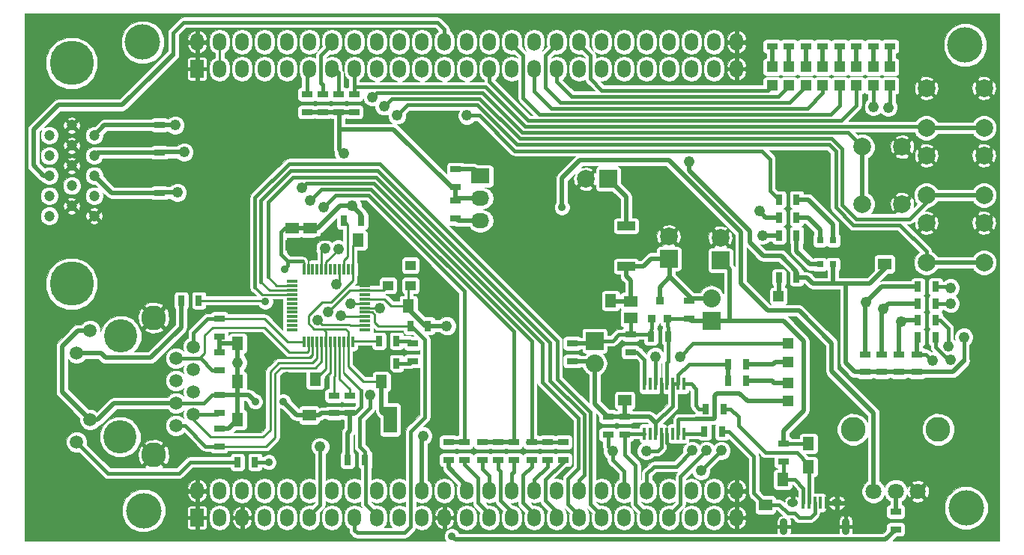
<source format=gtl>
%FSLAX46Y46*%
G04 Gerber Fmt 4.6, Leading zero omitted, Abs format (unit mm)*
G04 Created by KiCad (PCBNEW (2014-08-12 BZR 5067)-product) date lun 25 ago 2014 16:59:38 ART*
%MOMM*%
G01*
G04 APERTURE LIST*
%ADD10C,0.150000*%
%ADD11O,1.500000X2.000000*%
%ADD12R,1.500000X2.000000*%
%ADD13R,2.032000X1.727200*%
%ADD14O,2.032000X1.727200*%
%ADD15R,2.032000X2.032000*%
%ADD16O,2.032000X2.032000*%
%ADD17R,1.198880X0.800100*%
%ADD18R,0.800100X1.198880*%
%ADD19C,1.998980*%
%ADD20R,0.400000X1.400000*%
%ADD21R,1.998980X1.998980*%
%ADD22C,3.750000*%
%ADD23C,1.500000*%
%ADD24C,2.800000*%
%ADD25R,0.914400X0.914400*%
%ADD26C,1.800000*%
%ADD27R,2.032000X3.657600*%
%ADD28R,2.032000X1.016000*%
%ADD29O,0.900000X1.900000*%
%ADD30O,1.250000X0.950000*%
%ADD31R,0.400000X1.350000*%
%ADD32R,1.501140X2.999740*%
%ADD33R,1.300480X1.498600*%
%ADD34R,1.498600X1.300480*%
%ADD35R,1.198880X1.198880*%
%ADD36R,0.800000X0.800000*%
%ADD37R,1.300480X0.299720*%
%ADD38R,0.299720X1.300480*%
%ADD39R,1.193800X1.092200*%
%ADD40C,4.000000*%
%ADD41C,5.001260*%
%ADD42C,1.198880*%
%ADD43C,1.244600*%
%ADD44C,0.889000*%
%ADD45C,0.381000*%
%ADD46C,0.508000*%
%ADD47C,0.254000*%
%ADD48C,0.203200*%
%ADD49C,0.101600*%
G04 APERTURE END LIST*
D10*
D11*
X173375250Y-76926250D03*
X170835250Y-76926250D03*
X168295250Y-76926250D03*
X165755250Y-76926250D03*
X163215250Y-76926250D03*
X160675250Y-76926250D03*
X158135250Y-76926250D03*
X155595250Y-76926250D03*
X153055250Y-76926250D03*
X150515250Y-76926250D03*
X147975250Y-76926250D03*
X145435250Y-76926250D03*
X142895250Y-76926250D03*
X140355250Y-76926250D03*
X137815250Y-76926250D03*
X135275250Y-76926250D03*
X132735250Y-76926250D03*
X130195250Y-76926250D03*
X127655250Y-76926250D03*
X125115250Y-76926250D03*
X122575250Y-76926250D03*
X120035250Y-76926250D03*
X117495250Y-76926250D03*
X114955250Y-76926250D03*
D12*
X112415250Y-76926250D03*
D11*
X112415250Y-73886250D03*
X114955250Y-73886250D03*
X117495250Y-73886250D03*
X120035250Y-73886250D03*
X122575250Y-73886250D03*
X125115250Y-73886250D03*
X127655250Y-73886250D03*
X130195250Y-73886250D03*
X132735250Y-73886250D03*
X135275250Y-73886250D03*
X137815250Y-73886250D03*
X140355250Y-73886250D03*
X142895250Y-73886250D03*
X145435250Y-73886250D03*
X147975250Y-73886250D03*
X150515250Y-73886250D03*
X153055250Y-73886250D03*
X155595250Y-73886250D03*
X158135250Y-73886250D03*
X160675250Y-73886250D03*
X163215250Y-73886250D03*
X165755250Y-73886250D03*
X168295250Y-73886250D03*
X170835250Y-73886250D03*
X173375250Y-73886250D03*
X173375250Y-124686250D03*
X170835250Y-124686250D03*
X168295250Y-124686250D03*
X165755250Y-124686250D03*
X163215250Y-124686250D03*
X160675250Y-124686250D03*
X158135250Y-124686250D03*
X155595250Y-124686250D03*
X153055250Y-124686250D03*
X150515250Y-124686250D03*
X147975250Y-124686250D03*
X145435250Y-124686250D03*
X142895250Y-124686250D03*
X140355250Y-124686250D03*
X137815250Y-124686250D03*
X135275250Y-124686250D03*
X132735250Y-124686250D03*
X130195250Y-124686250D03*
X127655250Y-124686250D03*
X125115250Y-124686250D03*
X122575250Y-124686250D03*
X120035250Y-124686250D03*
X117495250Y-124686250D03*
X114955250Y-124686250D03*
X112415250Y-124686250D03*
D12*
X112415250Y-127726250D03*
D11*
X114955250Y-127726250D03*
X117495250Y-127726250D03*
X120035250Y-127726250D03*
X122575250Y-127726250D03*
X125115250Y-127726250D03*
X127655250Y-127726250D03*
X130195250Y-127726250D03*
X132735250Y-127726250D03*
X135275250Y-127726250D03*
X137815250Y-127726250D03*
X140355250Y-127726250D03*
X142895250Y-127726250D03*
X145435250Y-127726250D03*
X147975250Y-127726250D03*
X150515250Y-127726250D03*
X153055250Y-127726250D03*
X155595250Y-127726250D03*
X158135250Y-127726250D03*
X160675250Y-127726250D03*
X163215250Y-127726250D03*
X165755250Y-127726250D03*
X168295250Y-127726250D03*
X170835250Y-127726250D03*
X173375250Y-127726250D03*
D13*
X144430750Y-89058750D03*
D14*
X144430750Y-91598750D03*
X144430750Y-94138750D03*
D15*
X170529250Y-105441750D03*
D16*
X170529250Y-102901750D03*
D15*
X157321250Y-107727750D03*
D16*
X157321250Y-110267750D03*
D17*
X178657250Y-121365010D03*
X178657250Y-119363490D03*
D18*
X178164490Y-100552250D03*
X180166010Y-100552250D03*
D17*
X141636750Y-91867990D03*
X141636750Y-93869510D03*
X141636750Y-90313510D03*
X141636750Y-88311990D03*
D18*
X180166010Y-95789750D03*
X178164490Y-95789750D03*
X178164490Y-93757750D03*
X180166010Y-93757750D03*
X178164490Y-91725750D03*
X180166010Y-91725750D03*
D17*
X128365250Y-79802990D03*
X128365250Y-81804510D03*
X126587250Y-79802990D03*
X126587250Y-81804510D03*
X124809250Y-79802990D03*
X124809250Y-81804510D03*
X130143250Y-79802990D03*
X130143250Y-81804510D03*
X191357250Y-129048510D03*
X191357250Y-127046990D03*
X177387250Y-72373490D03*
X177387250Y-74375010D03*
X179292250Y-72373490D03*
X179292250Y-74375010D03*
X181197250Y-72373490D03*
X181197250Y-74375010D03*
X183102250Y-72373490D03*
X183102250Y-74375010D03*
X185007250Y-72373490D03*
X185007250Y-74375010D03*
X186912250Y-72373490D03*
X186912250Y-74375010D03*
X188817250Y-72373490D03*
X188817250Y-74375010D03*
X190722250Y-72373490D03*
X190722250Y-74375010D03*
D18*
X169909490Y-115411250D03*
X171911010Y-115411250D03*
X169750740Y-117983000D03*
X171752260Y-117983000D03*
X165688010Y-107219750D03*
X163686490Y-107219750D03*
D17*
X167989250Y-103170990D03*
X167989250Y-105172510D03*
X160750250Y-116315490D03*
X160750250Y-118317010D03*
X158845250Y-116315490D03*
X158845250Y-118317010D03*
D18*
X172449490Y-110331250D03*
X174451010Y-110331250D03*
X172449490Y-112236250D03*
X174451010Y-112236250D03*
D17*
X161385250Y-108982510D03*
X161385250Y-106980990D03*
X154781250Y-109998510D03*
X154781250Y-107996990D03*
X142589250Y-119172990D03*
X142589250Y-121174510D03*
X140811250Y-119172990D03*
X140811250Y-121174510D03*
X148177250Y-119172990D03*
X148177250Y-121174510D03*
X146399250Y-119172990D03*
X146399250Y-121174510D03*
X144621250Y-119172990D03*
X144621250Y-121174510D03*
X153765250Y-119172990D03*
X153765250Y-121174510D03*
X151987250Y-119172990D03*
X151987250Y-121174510D03*
X150209250Y-119172990D03*
X150209250Y-121174510D03*
X108140500Y-90947240D03*
X108140500Y-92948760D03*
X108140500Y-86375240D03*
X108140500Y-88376760D03*
X108140500Y-83296760D03*
X108140500Y-81295240D03*
D18*
X136508490Y-106013250D03*
X138510010Y-106013250D03*
X128951990Y-94138750D03*
X130953510Y-94138750D03*
X131398010Y-121189750D03*
X129396490Y-121189750D03*
X116950490Y-121443750D03*
X118952010Y-121443750D03*
D17*
X127857250Y-115904010D03*
X127857250Y-113902490D03*
X129635250Y-115904010D03*
X129635250Y-113902490D03*
D18*
X134954010Y-107727750D03*
X132952490Y-107727750D03*
D17*
X114903250Y-113838990D03*
X114903250Y-115840510D03*
X114903250Y-107204510D03*
X114903250Y-105202990D03*
D18*
X110600490Y-103155750D03*
X112602010Y-103155750D03*
D17*
X136747250Y-109998510D03*
X136747250Y-107996990D03*
X114903250Y-119650510D03*
X114903250Y-117648990D03*
X114903250Y-111014510D03*
X114903250Y-109012990D03*
D18*
X132952490Y-110267750D03*
X134954010Y-110267750D03*
D17*
X191706500Y-109235240D03*
X191706500Y-111236760D03*
X187896500Y-109235240D03*
X187896500Y-111236760D03*
X189801500Y-109235240D03*
X189801500Y-111236760D03*
X193738500Y-109235240D03*
X193738500Y-111236760D03*
D18*
X195882260Y-105410000D03*
X193880740Y-105410000D03*
X195882260Y-101600000D03*
X193880740Y-101600000D03*
X195882260Y-103505000D03*
X193880740Y-103505000D03*
X195882260Y-107315000D03*
X193880740Y-107315000D03*
D19*
X187582810Y-85744050D03*
X192083690Y-92246450D03*
X192083690Y-85744050D03*
X187582810Y-92246450D03*
X194837050Y-98865690D03*
X201339450Y-94364810D03*
X194837050Y-94364810D03*
X201339450Y-98865690D03*
X194837050Y-91245690D03*
X201339450Y-86744810D03*
X194837050Y-86744810D03*
X201339450Y-91245690D03*
X194837050Y-83625690D03*
X201339450Y-79124810D03*
X194837050Y-79124810D03*
X201339450Y-83625690D03*
D20*
X164877750Y-118211250D03*
X165512750Y-118211250D03*
X166147750Y-118211250D03*
X166782750Y-118211250D03*
X162972750Y-112611250D03*
X162972750Y-118211250D03*
X163607750Y-118211250D03*
X164242750Y-118211250D03*
X167417750Y-112611250D03*
X166782750Y-112611250D03*
X166147750Y-112611250D03*
X165512750Y-112611250D03*
X164877750Y-112611250D03*
X164242750Y-112611250D03*
X167417750Y-118211250D03*
X163607750Y-112611250D03*
D21*
X171545250Y-98583750D03*
D19*
X171545250Y-96043750D03*
D21*
X165703250Y-98456750D03*
D19*
X165703250Y-95916750D03*
D21*
X158845250Y-89376250D03*
D19*
X156305250Y-89376250D03*
D22*
X103785250Y-107156250D03*
X103695250Y-118586250D03*
D23*
X110035250Y-117316250D03*
X111985250Y-116046250D03*
X110035250Y-114776250D03*
X111985250Y-113506250D03*
X110035250Y-112236250D03*
X111985250Y-110966250D03*
X110035250Y-109696250D03*
X111985250Y-108426250D03*
X98795250Y-119196250D03*
X100315250Y-116656250D03*
X98795250Y-109086250D03*
X100315250Y-106546250D03*
D24*
X107495250Y-105096250D03*
X107495250Y-120646250D03*
D25*
X165576250Y-105187750D03*
X163798250Y-105187750D03*
X164687250Y-103155750D03*
D26*
X188857250Y-124745750D03*
X191357250Y-124745750D03*
X193857250Y-124745750D03*
D24*
X196157250Y-117745750D03*
X186557250Y-117745750D03*
D27*
X154273250Y-96996250D03*
D28*
X160877250Y-96996250D03*
X160877250Y-94710250D03*
X160877250Y-99282250D03*
D29*
X185713250Y-128746250D03*
D30*
X184713250Y-126046250D03*
X179713250Y-126046250D03*
D31*
X182863250Y-126046250D03*
X183513250Y-126046250D03*
X181563250Y-126046250D03*
X182213250Y-126046250D03*
X180913250Y-126046250D03*
D29*
X178713250Y-128746250D03*
D32*
X134207250Y-120648730D03*
X134207250Y-116650770D03*
D33*
X178593750Y-123412250D03*
X176688750Y-123412250D03*
X181514750Y-121951750D03*
X183419750Y-121951750D03*
D34*
X176625250Y-126269750D03*
X176625250Y-128174750D03*
X160750250Y-114458750D03*
X160750250Y-112553750D03*
D33*
X181514750Y-119348250D03*
X183419750Y-119348250D03*
D34*
X161385250Y-103219250D03*
X161385250Y-105124250D03*
D33*
X159162750Y-103155750D03*
X157257750Y-103155750D03*
X130587750Y-96297750D03*
X132492750Y-96297750D03*
D34*
X125190250Y-94964250D03*
X125190250Y-96869250D03*
D33*
X125761750Y-112045750D03*
X123856750Y-112045750D03*
D34*
X123158250Y-94964250D03*
X123158250Y-96869250D03*
D33*
X133254750Y-112299750D03*
X135159750Y-112299750D03*
X136302750Y-103727250D03*
X138207750Y-103727250D03*
X116998750Y-116617750D03*
X118903750Y-116617750D03*
X116998750Y-107981750D03*
X118903750Y-107981750D03*
D34*
X125063250Y-116109750D03*
X125063250Y-114204750D03*
D33*
X116998750Y-112299750D03*
X118903750Y-112299750D03*
D34*
X190087250Y-99028250D03*
X190087250Y-97123250D03*
D35*
X177387250Y-78804770D03*
X177387250Y-76706730D03*
X179292250Y-78804770D03*
X179292250Y-76706730D03*
X181197250Y-78804770D03*
X181197250Y-76706730D03*
X183102250Y-78804770D03*
X183102250Y-76706730D03*
X185007250Y-78804770D03*
X185007250Y-76706730D03*
X186912250Y-78804770D03*
X186912250Y-76706730D03*
X188817250Y-78804770D03*
X188817250Y-76706730D03*
X190722250Y-78804770D03*
X190722250Y-76706730D03*
X178116230Y-102647750D03*
X180214270Y-102647750D03*
X179165250Y-110110270D03*
X179165250Y-108012230D03*
X179165250Y-112457230D03*
X179165250Y-114555270D03*
D36*
X182796750Y-99064750D03*
X184296750Y-99064750D03*
X184296750Y-96324750D03*
X182796750Y-96324750D03*
D37*
X123122690Y-102477570D03*
X123122690Y-102977950D03*
X123122690Y-103478330D03*
X123122690Y-103976170D03*
X123122690Y-104476550D03*
X123122690Y-100976430D03*
X123122690Y-101476810D03*
X123122690Y-101977190D03*
D38*
X124471430Y-107826810D03*
X124971810Y-107826810D03*
X125472190Y-107826810D03*
X125972570Y-107826810D03*
X126472950Y-107826810D03*
X126973330Y-107826810D03*
X127471170Y-107826810D03*
X127971550Y-107826810D03*
D37*
X131321810Y-106478070D03*
X131321810Y-105977690D03*
X131321810Y-105477310D03*
X131321810Y-104976930D03*
X131321810Y-104476550D03*
X131321810Y-103976170D03*
X131321810Y-103478330D03*
X131321810Y-102977950D03*
D38*
X129973070Y-99627690D03*
X129472690Y-99627690D03*
X128972310Y-99627690D03*
X128471930Y-99627690D03*
X127971550Y-99627690D03*
X127471170Y-99627690D03*
X126973330Y-99627690D03*
X126472950Y-99627690D03*
D37*
X123122690Y-104976930D03*
X123122690Y-105477310D03*
X123122690Y-105977690D03*
X123122690Y-106478070D03*
D38*
X128471930Y-107826810D03*
X128972310Y-107826810D03*
X129472690Y-107826810D03*
X129973070Y-107826810D03*
D37*
X131321810Y-102477570D03*
X131321810Y-101977190D03*
X131321810Y-101476810D03*
X131321810Y-100976430D03*
D38*
X125972570Y-99627690D03*
X125472190Y-99627690D03*
X124971810Y-99627690D03*
X124471430Y-99627690D03*
D39*
X136525000Y-99187000D03*
X133985000Y-99187000D03*
X133985000Y-101473000D03*
X136525000Y-101473000D03*
D40*
X199199500Y-74231500D03*
X199326500Y-126619000D03*
X106235500Y-73914000D03*
X106362500Y-126936500D03*
D41*
X98234500Y-76272000D03*
D42*
X100774500Y-89012000D03*
X100774500Y-86732000D03*
X100774500Y-84452000D03*
X100774500Y-91292000D03*
X100774500Y-93572000D03*
X98234500Y-90152000D03*
X98234500Y-87872000D03*
X98234500Y-85592000D03*
X98234500Y-83312000D03*
D41*
X98234500Y-101262000D03*
D42*
X98234500Y-92432000D03*
X95694500Y-84452000D03*
X95694500Y-86772000D03*
X95694500Y-89012000D03*
X95694500Y-91292000D03*
X95694500Y-93572000D03*
D43*
X127635000Y-95631000D03*
X164052250Y-114839750D03*
X151860250Y-89503250D03*
X149447250Y-89503250D03*
X147288250Y-89503250D03*
X107537250Y-101377750D03*
X107537250Y-98837750D03*
X107537250Y-96297750D03*
X112363250Y-80295750D03*
X114141250Y-82073750D03*
X116173250Y-84105750D03*
X118459250Y-86391750D03*
X121253250Y-104679750D03*
X150717250Y-96043750D03*
X150717250Y-98329750D03*
X150717250Y-100869750D03*
D44*
X122523250Y-111664750D03*
X119094250Y-110267750D03*
X159480250Y-109124750D03*
X159480250Y-105822750D03*
D43*
X136969500Y-112293400D03*
X166433500Y-120142000D03*
X129952750Y-92424250D03*
X128974850Y-86518750D03*
D44*
X122269250Y-99599750D03*
D43*
X116998750Y-110178850D03*
D44*
X122142250Y-114585750D03*
X118967250Y-114585750D03*
D43*
X167989250Y-87407750D03*
X140627100Y-106045000D03*
X199072500Y-107315000D03*
X166973250Y-109505750D03*
X164179250Y-109505750D03*
X129730500Y-103479600D03*
D44*
X141192250Y-129825750D03*
D43*
X126301500Y-119697500D03*
X127190500Y-104457500D03*
X133057900Y-103987600D03*
X131991100Y-113868200D03*
X128130300Y-101320600D03*
X195516500Y-109982000D03*
X189928500Y-104140000D03*
X171640500Y-120142000D03*
X169354500Y-122428000D03*
X188023500Y-103378000D03*
X191960500Y-105537000D03*
X159353250Y-120173750D03*
X163163250Y-120173750D03*
X133546850Y-81159350D03*
X132200650Y-80117950D03*
X134994650Y-82175350D03*
X197294500Y-108331000D03*
X197548500Y-101727000D03*
D44*
X153638250Y-92614750D03*
X120491250Y-121443750D03*
D43*
X128651000Y-104838500D03*
X125984000Y-105346500D03*
D44*
X120110250Y-103282750D03*
D43*
X197548500Y-103505000D03*
X197548500Y-109855000D03*
X125190250Y-91827350D03*
X110934500Y-86360000D03*
X109918500Y-83312000D03*
X124225050Y-90404950D03*
X126663450Y-92614750D03*
X110172500Y-90932000D03*
X188842650Y-81210150D03*
X168338500Y-120142000D03*
X190519050Y-81286350D03*
X169989500Y-120142000D03*
X142894050Y-82200750D03*
X137941050Y-118471950D03*
X176295050Y-95764350D03*
X128365250Y-97313750D03*
X126841250Y-97250250D03*
X175939450Y-93046550D03*
D45*
X180913250Y-124398250D02*
X179927250Y-123412250D01*
X179927250Y-123412250D02*
X178593750Y-123412250D01*
X180913250Y-126046250D02*
X180913250Y-124398250D01*
X178657250Y-123348750D02*
X178593750Y-123412250D01*
X178657250Y-121365010D02*
X178657250Y-123348750D01*
D46*
X125190250Y-96869250D02*
X125920500Y-96139000D01*
X127127000Y-96139000D02*
X127635000Y-95631000D01*
X125920500Y-96139000D02*
X127127000Y-96139000D01*
D45*
X164877750Y-112611250D02*
X164877750Y-114014250D01*
X164877750Y-114014250D02*
X164052250Y-114839750D01*
D47*
X151860250Y-89503250D02*
X149447250Y-89503250D01*
D48*
X131321810Y-101476810D02*
X131321810Y-100976430D01*
D47*
X135159750Y-112299750D02*
X135731250Y-112871250D01*
X138207750Y-103727250D02*
X138207750Y-103028750D01*
X138207750Y-103727250D02*
X138474448Y-103727250D01*
X135159750Y-112299750D02*
X135159750Y-112109250D01*
D45*
X135159750Y-112109250D02*
X133318250Y-110267750D01*
D47*
X133318250Y-110267750D02*
X132952490Y-110267750D01*
D48*
X107537250Y-101377750D02*
X107537250Y-98837750D01*
X112363250Y-80295750D02*
X114141250Y-82073750D01*
X116173250Y-84105750D02*
X118459250Y-86391750D01*
X151669750Y-96996250D02*
X150717250Y-96043750D01*
X154273250Y-96996250D02*
X151669750Y-96996250D01*
X150717250Y-98329750D02*
X150717250Y-96043750D01*
D47*
X127471170Y-107826810D02*
X127471170Y-111415830D01*
D48*
X126841250Y-113061750D02*
X125698250Y-114204750D01*
X126841250Y-112045750D02*
X126841250Y-113061750D01*
X127471170Y-111415830D02*
X126841250Y-112045750D01*
X125698250Y-114204750D02*
X125063250Y-114204750D01*
X138207750Y-103727250D02*
X138639550Y-103727250D01*
D47*
X125472190Y-107826810D02*
X125472190Y-109236510D01*
X119792750Y-109569250D02*
X119094250Y-110267750D01*
X125139450Y-109569250D02*
X119792750Y-109569250D01*
X125472190Y-109236510D02*
X125139450Y-109569250D01*
D48*
X124971810Y-99627690D02*
X124971810Y-97087690D01*
X124971810Y-97087690D02*
X125190250Y-96869250D01*
D46*
X122904250Y-112045750D02*
X122523250Y-111664750D01*
X119094250Y-110267750D02*
X118903750Y-110458250D01*
X118903750Y-110458250D02*
X118903750Y-112299750D01*
X123856750Y-112045750D02*
X122904250Y-112045750D01*
D47*
X157257750Y-103600250D02*
X157257750Y-103155750D01*
X160750250Y-110394750D02*
X159480250Y-109124750D01*
X159480250Y-105822750D02*
X157257750Y-103600250D01*
X160750250Y-112553750D02*
X160750250Y-110394750D01*
D45*
X136963150Y-112299750D02*
X136969500Y-112293400D01*
X135159750Y-112299750D02*
X136963150Y-112299750D01*
X165512750Y-119221250D02*
X166433500Y-120142000D01*
X165512750Y-118211250D02*
X165512750Y-119221250D01*
X181563250Y-122000250D02*
X181514750Y-121951750D01*
X181563250Y-126046250D02*
X181563250Y-122000250D01*
X181514750Y-121697750D02*
X181514750Y-121951750D01*
X180181250Y-120364250D02*
X176625250Y-120364250D01*
X176625250Y-120364250D02*
X173577250Y-117316250D01*
X173577250Y-117316250D02*
X173577250Y-116300250D01*
X173577250Y-116300250D02*
X172688250Y-115411250D01*
X172688250Y-115411250D02*
X171911010Y-115411250D01*
X181514750Y-121697750D02*
X180181250Y-120364250D01*
D46*
X172449490Y-110331250D02*
X172449490Y-112236250D01*
D45*
X166147750Y-112611250D02*
X166782750Y-112611250D01*
X166782750Y-111537750D02*
X167989250Y-110331250D01*
X167989250Y-110331250D02*
X172449490Y-110331250D01*
X166782750Y-112611250D02*
X166782750Y-111537750D01*
X164242750Y-116998750D02*
X166147750Y-115093750D01*
X166147750Y-115093750D02*
X166147750Y-112611250D01*
X164242750Y-118211250D02*
X164242750Y-116998750D01*
D46*
X163559490Y-116315490D02*
X160750250Y-116315490D01*
X164242750Y-116998750D02*
X163559490Y-116315490D01*
X158845250Y-116315490D02*
X160750250Y-116315490D01*
X160750250Y-114458750D02*
X160750250Y-116315490D01*
X157321250Y-114839750D02*
X157321250Y-110267750D01*
X158796990Y-116315490D02*
X157321250Y-114839750D01*
X158845250Y-116315490D02*
X158796990Y-116315490D01*
X157052010Y-109998510D02*
X157321250Y-110267750D01*
X154781250Y-109998510D02*
X157052010Y-109998510D01*
X170529250Y-102901750D02*
X168258490Y-102901750D01*
X168258490Y-102901750D02*
X167989250Y-103170990D01*
X165830250Y-100473510D02*
X168258490Y-102901750D01*
X165830250Y-98393250D02*
X165830250Y-100473510D01*
X164687250Y-101616510D02*
X165830250Y-100473510D01*
X164687250Y-103155750D02*
X164687250Y-101616510D01*
X162845750Y-99282250D02*
X163734750Y-98393250D01*
X163734750Y-98393250D02*
X165830250Y-98393250D01*
X160877250Y-99282250D02*
X162845750Y-99282250D01*
X159226250Y-103219250D02*
X159162750Y-103155750D01*
X161385250Y-103219250D02*
X159226250Y-103219250D01*
X160877250Y-100361750D02*
X161385250Y-100869750D01*
X161385250Y-100869750D02*
X161385250Y-103219250D01*
X160877250Y-99282250D02*
X160877250Y-100361750D01*
D47*
X131159250Y-112299750D02*
X133254750Y-112299750D01*
X129472690Y-107826810D02*
X129472690Y-110613190D01*
X129472690Y-110613190D02*
X131159250Y-112299750D01*
D46*
X133254750Y-112299750D02*
X133254750Y-115698270D01*
X133254750Y-115698270D02*
X134207250Y-116650770D01*
D47*
X129973070Y-96912430D02*
X130587750Y-96297750D01*
X129973070Y-99627690D02*
X129973070Y-96912430D01*
X126973330Y-110834170D02*
X125761750Y-112045750D01*
X126973330Y-107826810D02*
X126973330Y-110834170D01*
X126732665Y-106375835D02*
X126719330Y-106362500D01*
X126973330Y-107826810D02*
X126973330Y-106616500D01*
X126719330Y-106362500D02*
X126111000Y-106362500D01*
X126973330Y-106616500D02*
X126732665Y-106375835D01*
X129472690Y-106676190D02*
X129159000Y-106362500D01*
X129159000Y-106362500D02*
X126111000Y-106362500D01*
X129472690Y-107826810D02*
X129472690Y-106676190D01*
X124987050Y-104870250D02*
X126530100Y-103327200D01*
X126530100Y-103327200D02*
X127546100Y-103327200D01*
X127546100Y-103327200D02*
X129973070Y-100900230D01*
X129973070Y-100900230D02*
X129973070Y-99627690D01*
X126111000Y-106362500D02*
X125603000Y-106362500D01*
X125603000Y-106362500D02*
X124987050Y-105746550D01*
X124987050Y-105746550D02*
X124987050Y-104870250D01*
D46*
X130953510Y-94138750D02*
X130953510Y-93425010D01*
X130953510Y-93425010D02*
X129952750Y-92424250D01*
X125190250Y-94964250D02*
X126015750Y-94964250D01*
X126015750Y-94964250D02*
X128555750Y-92424250D01*
X128555750Y-92424250D02*
X129952750Y-92424250D01*
X128492250Y-86036150D02*
X128492250Y-83750150D01*
X128974850Y-86518750D02*
X128492250Y-86036150D01*
D45*
X122650250Y-99218750D02*
X122269250Y-99599750D01*
X122650250Y-98710750D02*
X122650250Y-99218750D01*
D46*
X98939750Y-106546250D02*
X97123250Y-108362750D01*
X97123250Y-108362750D02*
X97123250Y-113464250D01*
X97123250Y-113464250D02*
X100315250Y-116656250D01*
X100315250Y-106546250D02*
X98939750Y-106546250D01*
X101148750Y-116656250D02*
X103028750Y-114776250D01*
X103028750Y-114776250D02*
X110035250Y-114776250D01*
X100315250Y-116656250D02*
X101148750Y-116656250D01*
X115967510Y-117648990D02*
X116998750Y-116617750D01*
X114903250Y-117648990D02*
X115967510Y-117648990D01*
X116998750Y-113823750D02*
X116998750Y-112299750D01*
X116998750Y-116617750D02*
X116998750Y-113823750D01*
X116998750Y-107981750D02*
X116998750Y-110178850D01*
X116998750Y-110178850D02*
X116998750Y-112299750D01*
X116983510Y-113823750D02*
X116998750Y-113823750D01*
X116998750Y-113838990D02*
X116983510Y-113823750D01*
X114903250Y-113838990D02*
X116998750Y-113838990D01*
X114903250Y-107981750D02*
X114903250Y-109012990D01*
X114903250Y-107204510D02*
X114903250Y-107981750D01*
X116998750Y-107981750D02*
X114903250Y-107981750D01*
D45*
X113188750Y-114776250D02*
X114126010Y-113838990D01*
X114126010Y-113838990D02*
X114903250Y-113838990D01*
X110035250Y-114776250D02*
X113188750Y-114776250D01*
D46*
X136302750Y-104108250D02*
X136302750Y-103727250D01*
X138207750Y-106013250D02*
X136302750Y-104108250D01*
X138510010Y-106013250D02*
X138207750Y-106013250D01*
D47*
X130221990Y-115904010D02*
X129635250Y-115904010D01*
X128972310Y-111382810D02*
X130905250Y-113315750D01*
D45*
X130905250Y-113315750D02*
X130905250Y-115220750D01*
X130905250Y-115220750D02*
X130221990Y-115904010D01*
D48*
X128972310Y-107826810D02*
X128972310Y-111382810D01*
D46*
X129396490Y-118126510D02*
X129635250Y-117887750D01*
X129635250Y-117887750D02*
X129635250Y-115904010D01*
X129396490Y-121189750D02*
X129396490Y-118126510D01*
X127857250Y-115904010D02*
X129635250Y-115904010D01*
X126206250Y-116109750D02*
X126411990Y-115904010D01*
X126411990Y-115904010D02*
X127857250Y-115904010D01*
X125063250Y-116109750D02*
X126206250Y-116109750D01*
X128365250Y-81804510D02*
X130143250Y-81804510D01*
X126587250Y-81804510D02*
X128365250Y-81804510D01*
X124809250Y-81804510D02*
X126587250Y-81804510D01*
X190404750Y-99345750D02*
X190087250Y-99028250D01*
X141905990Y-91598750D02*
X141636750Y-91867990D01*
X144430750Y-91598750D02*
X141905990Y-91598750D01*
X141636750Y-90313510D02*
X141636750Y-91867990D01*
X123666250Y-116109750D02*
X122142250Y-114585750D01*
X118967250Y-114585750D02*
X118220490Y-113838990D01*
X118220490Y-113838990D02*
X116998750Y-113838990D01*
X125063250Y-116109750D02*
X123666250Y-116109750D01*
X125190250Y-94964250D02*
X123158250Y-94964250D01*
D45*
X121888250Y-95408750D02*
X122332750Y-94964250D01*
X121888250Y-97948750D02*
X121888250Y-95408750D01*
X122650250Y-98710750D02*
X121888250Y-97948750D01*
D47*
X122332750Y-94964250D02*
X123158250Y-94964250D01*
D45*
X124301250Y-98710750D02*
X122650250Y-98710750D01*
D47*
X124471430Y-98880930D02*
X124301250Y-98710750D01*
X124471430Y-99627690D02*
X124471430Y-98880930D01*
D46*
X181974490Y-101202490D02*
X181324250Y-100552250D01*
X181324250Y-100552250D02*
X180166010Y-100552250D01*
X184245250Y-101202490D02*
X181974490Y-101202490D01*
X184296750Y-101202490D02*
X184245250Y-101150990D01*
X184245250Y-101150990D02*
X184245250Y-101202490D01*
X184296750Y-99064750D02*
X184296750Y-101202490D01*
X180166010Y-100552250D02*
X180166010Y-99838510D01*
X167989250Y-88417274D02*
X167989250Y-87407750D01*
X174847250Y-95275274D02*
X167989250Y-88417274D01*
X174847250Y-96551750D02*
X174847250Y-95275274D01*
X176371250Y-98075750D02*
X174847250Y-96551750D01*
X178403250Y-98075750D02*
X176371250Y-98075750D01*
X180166010Y-99838510D02*
X178403250Y-98075750D01*
X128492250Y-81931510D02*
X128365250Y-81804510D01*
X128492250Y-83750150D02*
X128492250Y-81931510D01*
X134588250Y-83750150D02*
X128492250Y-83750150D01*
X141151610Y-90313510D02*
X134588250Y-83750150D01*
X141636750Y-90313510D02*
X141151610Y-90313510D01*
D47*
X136302750Y-101695250D02*
X136525000Y-101473000D01*
X136302750Y-103727250D02*
X136302750Y-101695250D01*
X133584950Y-102977950D02*
X134334250Y-103727250D01*
X134334250Y-103727250D02*
X136302750Y-103727250D01*
X131321810Y-102977950D02*
X133584950Y-102977950D01*
D46*
X140595350Y-106013250D02*
X140627100Y-106045000D01*
X138510010Y-106013250D02*
X140595350Y-106013250D01*
D45*
X199072500Y-107315000D02*
X199072500Y-109982000D01*
D46*
X199072500Y-109982000D02*
X197817740Y-111236760D01*
X197817740Y-111236760D02*
X193738500Y-111236760D01*
X187896500Y-111236760D02*
X189801500Y-111236760D01*
X191706500Y-111236760D02*
X189801500Y-111236760D01*
X193738500Y-111236760D02*
X191706500Y-111236760D01*
D45*
X190087250Y-99536250D02*
X190087250Y-99028250D01*
D46*
X184245250Y-101202490D02*
X185737500Y-101202490D01*
X185737500Y-101202490D02*
X188421010Y-101202490D01*
X188421010Y-101202490D02*
X190087250Y-99536250D01*
X186738260Y-111236760D02*
X185737500Y-110236000D01*
X185737500Y-110236000D02*
X185737500Y-101202490D01*
X187896500Y-111236760D02*
X186738260Y-111236760D01*
X179292250Y-74375010D02*
X179292250Y-76770230D01*
X181197250Y-74375010D02*
X181197250Y-76770230D01*
X183102250Y-74375010D02*
X183102250Y-76770230D01*
X185007250Y-74375010D02*
X185007250Y-76770230D01*
X186912250Y-74375010D02*
X186912250Y-76770230D01*
X188817250Y-74375010D02*
X188817250Y-76770230D01*
X190722250Y-74375010D02*
X190722250Y-76770230D01*
X177735230Y-110110270D02*
X177514250Y-110331250D01*
X177514250Y-110331250D02*
X174451010Y-110331250D01*
X179165250Y-110110270D02*
X177735230Y-110110270D01*
D45*
X168466770Y-108012230D02*
X166973250Y-109505750D01*
X164179250Y-109505750D02*
X164242750Y-109569250D01*
X164242750Y-109569250D02*
X164242750Y-112611250D01*
X179165250Y-108012230D02*
X168466770Y-108012230D01*
D46*
X177608230Y-112457230D02*
X177387250Y-112236250D01*
X177387250Y-112236250D02*
X174451010Y-112236250D01*
X179165250Y-112457230D02*
X177608230Y-112457230D01*
D47*
X129731770Y-103478330D02*
X129730500Y-103479600D01*
X131321810Y-103478330D02*
X129731770Y-103478330D01*
D46*
X190199010Y-130206750D02*
X141573250Y-130206750D01*
X141573250Y-130206750D02*
X141192250Y-129825750D01*
X191357250Y-129048510D02*
X190199010Y-130206750D01*
D47*
X133480810Y-101977190D02*
X133985000Y-101473000D01*
X131321810Y-101977190D02*
X133480810Y-101977190D01*
D45*
X126301500Y-119697500D02*
X126301500Y-126290000D01*
X126301500Y-126290000D02*
X125115250Y-127476250D01*
D47*
X127190500Y-104405582D02*
X127190500Y-104457500D01*
X129670810Y-101977190D02*
X127190500Y-104457500D01*
X131321810Y-101977190D02*
X129670810Y-101977190D01*
X133057900Y-103987600D02*
X133046470Y-103976170D01*
X133046470Y-103976170D02*
X131321810Y-103976170D01*
D45*
X136508490Y-106013250D02*
X136620250Y-106013250D01*
X136620250Y-106013250D02*
X138144250Y-107537250D01*
X138144250Y-107537250D02*
X138144250Y-116363750D01*
X138144250Y-116363750D02*
X136556750Y-117951250D01*
X136556750Y-117951250D02*
X136556750Y-128746250D01*
X136556750Y-128746250D02*
X135845552Y-129457448D01*
X135845552Y-129457448D02*
X130473448Y-129457448D01*
X130473448Y-129457448D02*
X130195250Y-129179250D01*
X130195250Y-129179250D02*
X130195250Y-127476250D01*
D47*
X132873750Y-106013250D02*
X132473700Y-105613200D01*
X132473700Y-105613200D02*
X132473700Y-104775000D01*
X132473700Y-104775000D02*
X132175250Y-104476550D01*
X132175250Y-104476550D02*
X131321810Y-104476550D01*
X136508490Y-106013250D02*
X132873750Y-106013250D01*
D45*
X131464050Y-121255790D02*
X131398010Y-121189750D01*
X131464050Y-126205050D02*
X131464050Y-121255790D01*
X132735250Y-127476250D02*
X131464050Y-126205050D01*
X131991100Y-115277900D02*
X131991100Y-113868200D01*
D47*
X128471930Y-100978970D02*
X128471930Y-99627690D01*
X128471930Y-100978970D02*
X128130300Y-101320600D01*
D45*
X131398010Y-120285510D02*
X130778250Y-119665750D01*
X130778250Y-119665750D02*
X130778250Y-116490750D01*
X130778250Y-116490750D02*
X131794250Y-115474750D01*
X131398010Y-121189750D02*
X131398010Y-120285510D01*
X131794250Y-115474750D02*
X131991100Y-115277900D01*
D46*
X193738500Y-107457240D02*
X193880740Y-107315000D01*
X193738500Y-109235240D02*
X193738500Y-107457240D01*
D45*
X195516500Y-109982000D02*
X194769740Y-109235240D01*
X194769740Y-109235240D02*
X193738500Y-109235240D01*
D46*
X189801500Y-104267000D02*
X189801500Y-109235240D01*
X189801500Y-104267000D02*
X189928500Y-104140000D01*
X190563500Y-103505000D02*
X189928500Y-104140000D01*
X193880740Y-103505000D02*
X190563500Y-103505000D01*
X187896500Y-103505000D02*
X188023500Y-103378000D01*
X189801500Y-101600000D02*
X193880740Y-101600000D01*
X189801500Y-101600000D02*
X188023500Y-103378000D01*
X187896500Y-109235240D02*
X187896500Y-103505000D01*
D45*
X171640500Y-120142000D02*
X169354500Y-122428000D01*
D46*
X192087500Y-105410000D02*
X191960500Y-105537000D01*
X191706500Y-105791000D02*
X191706500Y-109235240D01*
X191706500Y-105791000D02*
X191960500Y-105537000D01*
X193880740Y-105410000D02*
X192087500Y-105410000D01*
D45*
X158845250Y-119665750D02*
X159353250Y-120173750D01*
X163163250Y-120173750D02*
X164433250Y-120173750D01*
X164433250Y-120173750D02*
X164877750Y-119729250D01*
X164877750Y-119729250D02*
X164877750Y-118211250D01*
X158845250Y-118317010D02*
X158845250Y-119665750D01*
X160675250Y-122511750D02*
X159353250Y-121189750D01*
X159353250Y-121189750D02*
X159353250Y-120173750D01*
X160675250Y-124936250D02*
X160675250Y-122511750D01*
D47*
X163215250Y-127476250D02*
X163099750Y-127476250D01*
X160856010Y-118211250D02*
X160750250Y-118317010D01*
D45*
X161956750Y-126217750D02*
X161956750Y-121824750D01*
X161956750Y-121824750D02*
X160750250Y-120618250D01*
X160750250Y-120618250D02*
X160750250Y-118317010D01*
X163215250Y-127476250D02*
X161956750Y-126217750D01*
X160856010Y-118211250D02*
X160750250Y-118317010D01*
X162972750Y-118211250D02*
X160856010Y-118211250D01*
D46*
X201339450Y-91245690D02*
X194837050Y-91245690D01*
X194837050Y-91245690D02*
X194179190Y-91245690D01*
D47*
X194837050Y-91245690D02*
X194837050Y-92055950D01*
D45*
X192932050Y-93910150D02*
X186861450Y-93910150D01*
X186861450Y-93910150D02*
X185261250Y-92309950D01*
X185261250Y-92309950D02*
X185261250Y-85972666D01*
X185261250Y-85972666D02*
X184118250Y-84829666D01*
X184118250Y-84829666D02*
X148845696Y-84829666D01*
X148845696Y-84829666D02*
X144337184Y-80321154D01*
X144337184Y-80321154D02*
X134385046Y-80321154D01*
X134385046Y-80321154D02*
X133546850Y-81159350D01*
X194837050Y-92005150D02*
X192932050Y-93910150D01*
X194837050Y-91245690D02*
X194837050Y-92005150D01*
X124809250Y-76982250D02*
X124809250Y-79802990D01*
X125115250Y-76676250D02*
X124809250Y-76982250D01*
D46*
X187582810Y-92246450D02*
X187582810Y-85744050D01*
D45*
X128365250Y-77386250D02*
X127655250Y-76676250D01*
X128365250Y-79802990D02*
X128365250Y-77386250D01*
X185982624Y-84143864D02*
X149129764Y-84143864D01*
X149129764Y-84143864D02*
X144621252Y-79635352D01*
X144621252Y-79635352D02*
X132683248Y-79635352D01*
X132683248Y-79635352D02*
X132200650Y-80117950D01*
X187582810Y-85744050D02*
X185982624Y-84143864D01*
D46*
X201339450Y-98865690D02*
X194837050Y-98865690D01*
D45*
X126460250Y-79675990D02*
X126587250Y-79802990D01*
X126384050Y-75407450D02*
X127655250Y-74136250D01*
X126384050Y-78517750D02*
X126384050Y-75407450D01*
X126587250Y-78720950D02*
X126384050Y-78517750D01*
X126587250Y-79802990D02*
X126587250Y-78720950D01*
X194837050Y-97618552D02*
X191814450Y-94595952D01*
X191814450Y-94595952D02*
X186577382Y-94595952D01*
X186577382Y-94595952D02*
X184575448Y-92594018D01*
X184575448Y-92594018D02*
X184575448Y-86256734D01*
X184575448Y-86256734D02*
X183834182Y-85515468D01*
X183834182Y-85515468D02*
X148561628Y-85515468D01*
X148561628Y-85515468D02*
X144053116Y-81006956D01*
X144053116Y-81006956D02*
X136163044Y-81006956D01*
X136163044Y-81006956D02*
X134994650Y-82175350D01*
X194837050Y-98865690D02*
X194837050Y-97618552D01*
X130143250Y-79802990D02*
X130195250Y-79750990D01*
D46*
X201339450Y-83625690D02*
X194837050Y-83625690D01*
D45*
X130143250Y-76728250D02*
X130195250Y-76676250D01*
X130143250Y-78949550D02*
X130143250Y-76728250D01*
X130143250Y-79802990D02*
X130143250Y-78949550D01*
X194669422Y-83458062D02*
X194837050Y-83625690D01*
X144951450Y-78949550D02*
X149459962Y-83458062D01*
X149459962Y-83458062D02*
X194669422Y-83458062D01*
X130143250Y-78949550D02*
X144951450Y-78949550D01*
X169132250Y-115411250D02*
X168751250Y-115030250D01*
X168751250Y-115030250D02*
X168751250Y-113125250D01*
X168751250Y-113125250D02*
X168237250Y-112611250D01*
X168237250Y-112611250D02*
X167417750Y-112611250D01*
X169909490Y-115411250D02*
X169132250Y-115411250D01*
X197294500Y-108331000D02*
X197294500Y-106299000D01*
X197294500Y-106299000D02*
X196405500Y-105410000D01*
X196405500Y-105410000D02*
X195882260Y-105410000D01*
X197548500Y-101727000D02*
X197421500Y-101600000D01*
X197421500Y-101600000D02*
X195882260Y-101600000D01*
X178212750Y-126269750D02*
X179165250Y-127222250D01*
X179165250Y-127222250D02*
X179927250Y-127222250D01*
X179927250Y-127222250D02*
X180435250Y-127730250D01*
X180435250Y-127730250D02*
X181705250Y-127730250D01*
X181705250Y-127730250D02*
X182213250Y-127222250D01*
X182213250Y-127222250D02*
X182213250Y-126046250D01*
X176625250Y-126269750D02*
X178212750Y-126269750D01*
X172529500Y-117983000D02*
X175323500Y-120777000D01*
X175323500Y-120777000D02*
X175323500Y-124968000D01*
X175323500Y-124968000D02*
X176625250Y-126269750D01*
X171752260Y-117983000D02*
X172529500Y-117983000D01*
X178672490Y-119348250D02*
X178657250Y-119363490D01*
X181514750Y-119348250D02*
X178672490Y-119348250D01*
D46*
X178657250Y-117887750D02*
X180943250Y-115601750D01*
X180943250Y-115601750D02*
X180943250Y-107727750D01*
X180943250Y-107727750D02*
X178657250Y-105441750D01*
X172561250Y-105441750D02*
X170529250Y-105441750D01*
X178657250Y-105441750D02*
X172561250Y-105441750D01*
X178657250Y-119363490D02*
X178657250Y-117887750D01*
D45*
X165512750Y-110204250D02*
X165688010Y-110028990D01*
X165688010Y-110028990D02*
X165688010Y-107219750D01*
X165512750Y-112611250D02*
X165512750Y-110204250D01*
X165688010Y-106188510D02*
X165576250Y-106076750D01*
X165576250Y-106076750D02*
X165576250Y-105187750D01*
X165688010Y-107219750D02*
X165688010Y-106188510D01*
X165591490Y-105172510D02*
X165576250Y-105187750D01*
X167989250Y-105172510D02*
X165591490Y-105172510D01*
D46*
X168258490Y-105441750D02*
X167989250Y-105172510D01*
X170529250Y-105441750D02*
X168258490Y-105441750D01*
X172561250Y-99599750D02*
X171545250Y-98583750D01*
X172561250Y-105441750D02*
X172561250Y-99599750D01*
D45*
X163686490Y-106442510D02*
X163798250Y-106330750D01*
X163798250Y-106330750D02*
X163798250Y-105187750D01*
X163686490Y-107219750D02*
X163686490Y-106442510D01*
X163447730Y-106980990D02*
X163686490Y-107219750D01*
X161385250Y-106980990D02*
X163447730Y-106980990D01*
X161385250Y-106980990D02*
X161385250Y-105124250D01*
X160100010Y-106980990D02*
X159353250Y-107727750D01*
X159353250Y-107727750D02*
X157321250Y-107727750D01*
X161385250Y-106980990D02*
X160100010Y-106980990D01*
D46*
X157052010Y-107996990D02*
X157321250Y-107727750D01*
X154781250Y-107996990D02*
X157052010Y-107996990D01*
X160877250Y-91408250D02*
X160877250Y-94710250D01*
X158845250Y-89376250D02*
X160877250Y-91408250D01*
X143683990Y-88311990D02*
X144430750Y-89058750D01*
X141636750Y-88311990D02*
X143683990Y-88311990D01*
D45*
X166782750Y-116617750D02*
X166846250Y-116554250D01*
X166846250Y-116554250D02*
X168751250Y-116554250D01*
X168751250Y-116554250D02*
X168751250Y-116554250D01*
D46*
X174626270Y-114555270D02*
X179165250Y-114555270D01*
X170783250Y-116554250D02*
X168751250Y-116554250D01*
X170910250Y-116427250D02*
X170783250Y-116554250D01*
X170910250Y-113887250D02*
X170910250Y-116427250D01*
X171164250Y-113633250D02*
X170910250Y-113887250D01*
X173704250Y-113633250D02*
X171164250Y-113633250D01*
X174626270Y-114555270D02*
X173704250Y-113633250D01*
D45*
X166782750Y-118211250D02*
X166782750Y-116617750D01*
D46*
X141905990Y-94138750D02*
X141636750Y-93869510D01*
X144430750Y-94138750D02*
X141905990Y-94138750D01*
X188857250Y-115895750D02*
X184118250Y-111156750D01*
X184118250Y-111156750D02*
X184118250Y-107981750D01*
X184118250Y-107981750D02*
X180435250Y-104298750D01*
X180435250Y-104298750D02*
X176879250Y-104298750D01*
X176879250Y-104298750D02*
X173831250Y-101250750D01*
X173831250Y-101250750D02*
X173831250Y-95408750D01*
X173831250Y-95408750D02*
X165703250Y-87280750D01*
X165703250Y-87280750D02*
X155670250Y-87280750D01*
X155670250Y-87280750D02*
X153638250Y-89312750D01*
X153638250Y-89312750D02*
X153638250Y-92614750D01*
X188857250Y-124745750D02*
X188857250Y-115895750D01*
D45*
X169522490Y-118211250D02*
X169750740Y-117983000D01*
X167417750Y-118211250D02*
X169522490Y-118211250D01*
X162972750Y-109823250D02*
X162132010Y-108982510D01*
X162132010Y-108982510D02*
X161385250Y-108982510D01*
X162972750Y-112611250D02*
X162972750Y-109823250D01*
D47*
X128972310Y-99627690D02*
X128972310Y-98611690D01*
X129381250Y-94568010D02*
X128951990Y-94138750D01*
X129381250Y-98202750D02*
X129381250Y-94568010D01*
X128972310Y-98611690D02*
X129381250Y-98202750D01*
D45*
X120491250Y-121443750D02*
X118952010Y-121443750D01*
D47*
X128789430Y-104976930D02*
X128651000Y-104838500D01*
X131321810Y-104976930D02*
X128789430Y-104976930D01*
X127971550Y-111677450D02*
X127857250Y-111791750D01*
X127857250Y-111791750D02*
X127857250Y-113902490D01*
X127971550Y-107826810D02*
X127971550Y-111677450D01*
X128471930Y-112025430D02*
X129635250Y-113188750D01*
X129635250Y-113188750D02*
X129635250Y-113902490D01*
X128471930Y-107826810D02*
X128471930Y-112025430D01*
D45*
X134954010Y-107727750D02*
X136478010Y-107727750D01*
D47*
X136478010Y-107727750D02*
X136747250Y-107996990D01*
X129973070Y-107826810D02*
X130072130Y-107727750D01*
X130072130Y-107727750D02*
X132952490Y-107727750D01*
X132853430Y-107826810D02*
X132952490Y-107727750D01*
X125984000Y-105346500D02*
X126492000Y-105854500D01*
X126492000Y-105854500D02*
X129603500Y-105854500D01*
X129603500Y-105854500D02*
X129726690Y-105977690D01*
X129726690Y-105977690D02*
X131321810Y-105977690D01*
X112602010Y-103155750D02*
X119983250Y-103155750D01*
X120110250Y-103282750D02*
X119983250Y-103155750D01*
X136747250Y-109998510D02*
X136478010Y-110267750D01*
D45*
X136478010Y-110267750D02*
X134954010Y-110267750D01*
X197548500Y-103505000D02*
X195882260Y-103505000D01*
X197548500Y-109855000D02*
X197294500Y-109855000D01*
X197294500Y-109855000D02*
X195882260Y-108442760D01*
X195882260Y-108442760D02*
X195882260Y-107315000D01*
D47*
X126472950Y-107826810D02*
X126472950Y-110026450D01*
X120201690Y-119650510D02*
X114903250Y-119650510D01*
X121227850Y-118624350D02*
X120201690Y-119650510D01*
X121227850Y-111410750D02*
X121227850Y-118624350D01*
X121888250Y-110750350D02*
X121227850Y-111410750D01*
X125749050Y-110750350D02*
X121888250Y-110750350D01*
X126472950Y-110026450D02*
X125749050Y-110750350D01*
D45*
X111029750Y-117316250D02*
X113364010Y-119650510D01*
X113364010Y-119650510D02*
X114903250Y-119650510D01*
X110035250Y-117316250D02*
X111029750Y-117316250D01*
D47*
X125972570Y-107826810D02*
X125972570Y-109714030D01*
X113938050Y-118598950D02*
X111985250Y-116646150D01*
X119881650Y-118598950D02*
X113938050Y-118598950D01*
X120694450Y-117786150D02*
X119881650Y-118598950D01*
X120694450Y-111182150D02*
X120694450Y-117786150D01*
X121659650Y-110216950D02*
X120694450Y-111182150D01*
X125469650Y-110216950D02*
X121659650Y-110216950D01*
X125972570Y-109714030D02*
X125469650Y-110216950D01*
D48*
X111985250Y-116646150D02*
X111985250Y-116046250D01*
X114697510Y-116046250D02*
X114903250Y-115840510D01*
D45*
X114697510Y-116046250D02*
X114903250Y-115840510D01*
X111985250Y-116046250D02*
X114697510Y-116046250D01*
X112807750Y-109696250D02*
X114126010Y-111014510D01*
X114126010Y-111014510D02*
X114903250Y-111014510D01*
X112680750Y-109696250D02*
X112807750Y-109696250D01*
X110035250Y-109696250D02*
X112680750Y-109696250D01*
D47*
X124971810Y-108835190D02*
X124809250Y-108997750D01*
X124809250Y-108997750D02*
X122777250Y-108997750D01*
X122777250Y-108997750D02*
X119983250Y-106203750D01*
X119983250Y-106203750D02*
X114141250Y-106203750D01*
X114141250Y-106203750D02*
X113252250Y-107092750D01*
X113252250Y-107092750D02*
X113252250Y-109124750D01*
X113252250Y-109124750D02*
X112680750Y-109696250D01*
X124971810Y-107826810D02*
X124971810Y-108835190D01*
D45*
X111985250Y-106835750D02*
X113618010Y-105202990D01*
X113618010Y-105202990D02*
X114903250Y-105202990D01*
X111985250Y-108426250D02*
X111985250Y-106835750D01*
D47*
X122622310Y-107826810D02*
X119998490Y-105202990D01*
X119998490Y-105202990D02*
X114903250Y-105202990D01*
X124471430Y-107826810D02*
X122622310Y-107826810D01*
D45*
X111601250Y-121443750D02*
X110331250Y-122713750D01*
X110331250Y-122713750D02*
X102312750Y-122713750D01*
X102312750Y-122713750D02*
X98795250Y-119196250D01*
X116950490Y-121443750D02*
X111601250Y-121443750D01*
D46*
X101529750Y-109086250D02*
X102076250Y-109632750D01*
X102076250Y-109632750D02*
X107156250Y-109632750D01*
X107156250Y-109632750D02*
X110600490Y-106188510D01*
X110600490Y-106188510D02*
X110600490Y-103155750D01*
X98795250Y-109086250D02*
X101529750Y-109086250D01*
X181678250Y-99064750D02*
X180166010Y-97552510D01*
X180166010Y-97552510D02*
X180166010Y-95789750D01*
X182796750Y-99064750D02*
X181678250Y-99064750D01*
X182796750Y-95103250D02*
X181451250Y-93757750D01*
X181451250Y-93757750D02*
X180166010Y-93757750D01*
X182796750Y-96324750D02*
X182796750Y-95103250D01*
X184296750Y-94571250D02*
X181451250Y-91725750D01*
X181451250Y-91725750D02*
X180166010Y-91725750D01*
X184296750Y-96324750D02*
X184296750Y-94571250D01*
D45*
X148177250Y-106679630D02*
X132054978Y-90557358D01*
X132054978Y-90557358D02*
X126460242Y-90557358D01*
X126460242Y-90557358D02*
X125190250Y-91827350D01*
X148177250Y-119172990D02*
X148177250Y-106679630D01*
D46*
X110934500Y-86360000D02*
X108155740Y-86360000D01*
X108155740Y-86360000D02*
X108140500Y-86375240D01*
D45*
X100774500Y-86732000D02*
X101131260Y-86375240D01*
D46*
X101131260Y-86375240D02*
X108140500Y-86375240D01*
X148177250Y-119172990D02*
X146399250Y-119172990D01*
X144621250Y-119172990D02*
X146399250Y-119172990D01*
X109918500Y-83312000D02*
X108155740Y-83312000D01*
X108155740Y-83312000D02*
X108140500Y-83296760D01*
X100774500Y-84452000D02*
X101929740Y-83296760D01*
X101929740Y-83296760D02*
X108140500Y-83296760D01*
D45*
X151987250Y-119172990D02*
X149701250Y-119172990D01*
X153765250Y-119172990D02*
X151987250Y-119172990D01*
X150209250Y-119172990D02*
X150209250Y-107741760D01*
X124758444Y-89871556D02*
X124225050Y-90404950D01*
X132339046Y-89871556D02*
X124758444Y-89871556D01*
X150209250Y-107741760D02*
X132339046Y-89871556D01*
X142589250Y-119172990D02*
X142589250Y-102061500D01*
X128035040Y-91243160D02*
X126663450Y-92614750D01*
X131770910Y-91243160D02*
X128035040Y-91243160D01*
X142589250Y-102061500D02*
X131770910Y-91243160D01*
D46*
X110172500Y-90932000D02*
X108155740Y-90932000D01*
D45*
X108155740Y-90932000D02*
X108140500Y-90947240D01*
D46*
X100774500Y-89012000D02*
X102709740Y-90947240D01*
X102709740Y-90947240D02*
X108140500Y-90947240D01*
X142589250Y-119172990D02*
X140811250Y-119172990D01*
X191357250Y-124745750D02*
X191357250Y-127046990D01*
D47*
X177387250Y-78868270D02*
X177290730Y-78771750D01*
D45*
X177387250Y-78868270D02*
X177102770Y-79152750D01*
X176912270Y-79343250D02*
X158146750Y-79343250D01*
X177387250Y-78868270D02*
X176912270Y-79343250D01*
X158146750Y-79343250D02*
X156864050Y-78060550D01*
X156864050Y-78060550D02*
X156864050Y-75405050D01*
X156864050Y-75405050D02*
X155595250Y-74136250D01*
X179292250Y-78868270D02*
X178131468Y-80029052D01*
X178131468Y-80029052D02*
X154705052Y-80029052D01*
D47*
X153055250Y-77807750D02*
X153055250Y-76676250D01*
D45*
X154705052Y-80029052D02*
X153055250Y-78379250D01*
X153055250Y-78379250D02*
X153055250Y-76676250D01*
X181197250Y-78868270D02*
X179350666Y-80714854D01*
X179350666Y-80714854D02*
X153422354Y-80714854D01*
X153422354Y-80714854D02*
X151784050Y-79076550D01*
X151784050Y-79076550D02*
X151784050Y-75407450D01*
X151784050Y-75407450D02*
X153055250Y-74136250D01*
X183102250Y-78868270D02*
X183102250Y-79660750D01*
X183102250Y-79660750D02*
X181362344Y-81400656D01*
X181362344Y-81400656D02*
X152457156Y-81400656D01*
X152457156Y-81400656D02*
X150515250Y-79458750D01*
X150515250Y-79458750D02*
X150515250Y-76676250D01*
X185007250Y-78868270D02*
X185007250Y-81057750D01*
X185007250Y-81057750D02*
X183978542Y-82086458D01*
X183978542Y-82086458D02*
X151110958Y-82086458D01*
X151110958Y-82086458D02*
X149256750Y-80232250D01*
X149256750Y-80232250D02*
X149256750Y-75417750D01*
X149256750Y-75417750D02*
X147975250Y-74136250D01*
X186912250Y-78868270D02*
X186912250Y-81057750D01*
X186912250Y-81057750D02*
X185197740Y-82772260D01*
X185197740Y-82772260D02*
X149836290Y-82772260D01*
X149836290Y-82772260D02*
X146280280Y-79216250D01*
X146280280Y-79216250D02*
X146272250Y-79216250D01*
X146272250Y-79216250D02*
X145435250Y-78379250D01*
X145435250Y-78379250D02*
X145435250Y-76676250D01*
X188817250Y-78868270D02*
X188817250Y-81184750D01*
X188817250Y-81184750D02*
X188842650Y-81210150D01*
D47*
X162909250Y-124630250D02*
X163215250Y-124936250D01*
D45*
X168338500Y-120142000D02*
X166617650Y-121951750D01*
X166617650Y-121951750D02*
X164026850Y-121951750D01*
X164026850Y-121951750D02*
X163215250Y-122763350D01*
X163215250Y-122763350D02*
X163215250Y-124936250D01*
X190722250Y-78868270D02*
X190722250Y-81083150D01*
X190722250Y-81083150D02*
X190519050Y-81286350D01*
X169989500Y-120142000D02*
X167030400Y-123101100D01*
X167030400Y-123101100D02*
X167030400Y-126201100D01*
X167030400Y-126201100D02*
X165755250Y-127476250D01*
D46*
X107727750Y-77247750D02*
X103949500Y-81026000D01*
D45*
X140355250Y-74136250D02*
X140355250Y-72473750D01*
D46*
X109696250Y-75279250D02*
X107727750Y-77247750D01*
D45*
X109696250Y-72866250D02*
X109696250Y-75279250D01*
X110902750Y-71659750D02*
X109696250Y-72866250D01*
X139541250Y-71659750D02*
X110902750Y-71659750D01*
X140355250Y-72473750D02*
X139541250Y-71659750D01*
D46*
X95044500Y-89012000D02*
X95694500Y-89012000D01*
X93916500Y-87884000D02*
X95044500Y-89012000D01*
X93916500Y-83820000D02*
X93916500Y-87884000D01*
X96710500Y-81026000D02*
X93916500Y-83820000D01*
X103949500Y-81026000D02*
X96710500Y-81026000D01*
D45*
X177158650Y-90719910D02*
X177158650Y-87141070D01*
X177158650Y-87141070D02*
X176218850Y-86201270D01*
X176218850Y-86201270D02*
X148277560Y-86201270D01*
X148277560Y-86201270D02*
X144277040Y-82200750D01*
X144277040Y-82200750D02*
X142894050Y-82200750D01*
X178164490Y-91725750D02*
X177158650Y-90719910D01*
D47*
X114955250Y-74136250D02*
X114955250Y-76676250D01*
D45*
X119627652Y-91806618D02*
X119627652Y-101022152D01*
D47*
X120582690Y-101977190D02*
X123122690Y-101977190D01*
X120582690Y-101977190D02*
X119627650Y-101022150D01*
D45*
X119627652Y-101022152D02*
X119627650Y-101022150D01*
D47*
X155595250Y-124543750D02*
X155595250Y-124936250D01*
D45*
X155595250Y-123474548D02*
X155595250Y-124936250D01*
X123010518Y-88423752D02*
X119627652Y-91806618D01*
X132830982Y-88423752D02*
X123010518Y-88423752D01*
X152304748Y-107897518D02*
X132830982Y-88423752D01*
X152304748Y-112190118D02*
X152304748Y-107897518D01*
X156178248Y-116063618D02*
X152304748Y-112190118D01*
X156178248Y-122891550D02*
X156178248Y-116063618D01*
X155595250Y-123474548D02*
X156178248Y-122891550D01*
X150515250Y-123423750D02*
X151987250Y-121951750D01*
X151987250Y-121951750D02*
X151987250Y-121174510D01*
X150515250Y-124936250D02*
X150515250Y-123423750D01*
X147975250Y-122765750D02*
X148177250Y-122563750D01*
X148177250Y-122563750D02*
X148177250Y-121174510D01*
X147975250Y-124936250D02*
X147975250Y-122765750D01*
X145435250Y-123019750D02*
X144621250Y-122205750D01*
X144621250Y-122205750D02*
X144621250Y-121174510D01*
X145435250Y-124936250D02*
X145435250Y-123019750D01*
X142895250Y-124936250D02*
X142895250Y-124289750D01*
D46*
X142895250Y-124137350D02*
X142895250Y-124936250D01*
X140811250Y-122053350D02*
X142895250Y-124137350D01*
X140811250Y-121174510D02*
X140811250Y-122053350D01*
X137815250Y-118597750D02*
X137815250Y-124936250D01*
X137941050Y-118471950D02*
X137815250Y-118597750D01*
X178139090Y-95764350D02*
X176295050Y-95764350D01*
X178164490Y-95789750D02*
X178139090Y-95764350D01*
D47*
X126973330Y-98769170D02*
X126973330Y-99627690D01*
X126973330Y-98769170D02*
X128365250Y-97377250D01*
X128365250Y-97377250D02*
X128365250Y-97313750D01*
X126472950Y-97618550D02*
X126841250Y-97250250D01*
X126472950Y-99627690D02*
X126472950Y-97618550D01*
D46*
X176650650Y-93757750D02*
X178164490Y-93757750D01*
X176650650Y-93757750D02*
X175939450Y-93046550D01*
D45*
X142589250Y-121697750D02*
X142589250Y-121174510D01*
X144164050Y-123272550D02*
X142589250Y-121697750D01*
X144164050Y-126066550D02*
X144164050Y-123272550D01*
X145435250Y-127337750D02*
X144164050Y-126066550D01*
X145435250Y-127476250D02*
X145435250Y-127337750D01*
X146399250Y-122205750D02*
X146399250Y-121174510D01*
X146704050Y-122510550D02*
X146399250Y-122205750D01*
X146704050Y-125812550D02*
X146704050Y-122510550D01*
X147975250Y-127083750D02*
X146704050Y-125812550D01*
X147975250Y-127476250D02*
X147975250Y-127083750D01*
X150209250Y-121951750D02*
X150209250Y-121174510D01*
X149244050Y-122916950D02*
X150209250Y-121951750D01*
X149244050Y-126066550D02*
X149244050Y-122916950D01*
X150515250Y-127337750D02*
X149244050Y-126066550D01*
X150515250Y-127476250D02*
X150515250Y-127337750D01*
X153055250Y-127476250D02*
X153055250Y-127083750D01*
X153765250Y-121443750D02*
X153765250Y-121174510D01*
X151784050Y-125812550D02*
X153055250Y-127083750D01*
X151784050Y-125812550D02*
X151784050Y-123424950D01*
X153765250Y-121443750D02*
X151784050Y-123424950D01*
X120415050Y-91989090D02*
X123218386Y-89185754D01*
X123218386Y-89185754D02*
X132623114Y-89185754D01*
X132623114Y-89185754D02*
X151428446Y-107991086D01*
X151428446Y-107991086D02*
X151428446Y-112401350D01*
X151428446Y-112401350D02*
X155492446Y-116465350D01*
X155492446Y-116465350D02*
X155492446Y-122129554D01*
X155492446Y-122129554D02*
X154324050Y-123297950D01*
X154324050Y-123297950D02*
X154324050Y-126205050D01*
X154324050Y-126205050D02*
X155595250Y-127476250D01*
D47*
X123122690Y-101476810D02*
X121403110Y-101476810D01*
X121403110Y-101476810D02*
X120415050Y-100488750D01*
D45*
X120415050Y-100488750D02*
X120415050Y-91989090D01*
D47*
X119736870Y-102477570D02*
X118941850Y-101682550D01*
D45*
X118941850Y-101682550D02*
X118941850Y-91522550D01*
X118941850Y-91522550D02*
X122802650Y-87661750D01*
X122802650Y-87661750D02*
X133038850Y-87661750D01*
X133038850Y-87661750D02*
X153117550Y-107740450D01*
X153117550Y-107740450D02*
X153117550Y-112033050D01*
X153117550Y-112033050D02*
X156864050Y-115779550D01*
X156864050Y-115779550D02*
X156864050Y-126205050D01*
X156864050Y-126205050D02*
X158135250Y-127476250D01*
D47*
X123122690Y-102477570D02*
X119736870Y-102477570D01*
D46*
X177387250Y-74375010D02*
X177387250Y-76770230D01*
X178164490Y-102535990D02*
X178116230Y-102584250D01*
X178164490Y-100552250D02*
X178164490Y-102535990D01*
D49*
G36*
X125413770Y-109482568D02*
X125238188Y-109658150D01*
X121659650Y-109658150D01*
X121445806Y-109700686D01*
X121264519Y-109821819D01*
X120299319Y-110787019D01*
X120178186Y-110968306D01*
X120135650Y-111182150D01*
X120135650Y-117554688D01*
X119650188Y-118040150D01*
X116546218Y-118040150D01*
X116787518Y-117798850D01*
X117734880Y-117798850D01*
X117893585Y-117733113D01*
X118015052Y-117611645D01*
X118080790Y-117452941D01*
X118080790Y-117281160D01*
X118080790Y-115782560D01*
X118015053Y-115623855D01*
X117893585Y-115502388D01*
X117734881Y-115436650D01*
X117684550Y-115436650D01*
X117684550Y-114524790D01*
X117936422Y-114524790D01*
X118090867Y-114679235D01*
X118090798Y-114759292D01*
X118223926Y-115081486D01*
X118470218Y-115328208D01*
X118792178Y-115461898D01*
X119140792Y-115462202D01*
X119462986Y-115329074D01*
X119709708Y-115082782D01*
X119843398Y-114760822D01*
X119843702Y-114412208D01*
X119710574Y-114090014D01*
X119464282Y-113843292D01*
X119142322Y-113709602D01*
X119060898Y-113709530D01*
X118705424Y-113354056D01*
X118482935Y-113205393D01*
X118220490Y-113153190D01*
X118073230Y-113153190D01*
X118080790Y-113134941D01*
X118080790Y-112963160D01*
X118080790Y-111464560D01*
X118015053Y-111305855D01*
X117893585Y-111184388D01*
X117734881Y-111118650D01*
X117684550Y-111118650D01*
X117684550Y-110983669D01*
X117891851Y-110776729D01*
X118052667Y-110389443D01*
X118053033Y-109970096D01*
X117892894Y-109582530D01*
X117684550Y-109373823D01*
X117684550Y-109162850D01*
X117734880Y-109162850D01*
X117893585Y-109097113D01*
X118015052Y-108975645D01*
X118080790Y-108816941D01*
X118080790Y-108645160D01*
X118080790Y-107146560D01*
X118015053Y-106987855D01*
X117893585Y-106866388D01*
X117734881Y-106800650D01*
X117563100Y-106800650D01*
X116262620Y-106800650D01*
X116103915Y-106866387D01*
X115982448Y-106987855D01*
X115934490Y-107103634D01*
X115934490Y-106762550D01*
X119751788Y-106762550D01*
X122382119Y-109392881D01*
X122563406Y-109514014D01*
X122563407Y-109514015D01*
X122777250Y-109556550D01*
X124809250Y-109556550D01*
X125023093Y-109514014D01*
X125023094Y-109514014D01*
X125204381Y-109392881D01*
X125366941Y-109230321D01*
X125366942Y-109230321D01*
X125413770Y-109160238D01*
X125413770Y-109482568D01*
X125413770Y-109482568D01*
G37*
X125413770Y-109482568D02*
X125238188Y-109658150D01*
X121659650Y-109658150D01*
X121445806Y-109700686D01*
X121264519Y-109821819D01*
X120299319Y-110787019D01*
X120178186Y-110968306D01*
X120135650Y-111182150D01*
X120135650Y-117554688D01*
X119650188Y-118040150D01*
X116546218Y-118040150D01*
X116787518Y-117798850D01*
X117734880Y-117798850D01*
X117893585Y-117733113D01*
X118015052Y-117611645D01*
X118080790Y-117452941D01*
X118080790Y-117281160D01*
X118080790Y-115782560D01*
X118015053Y-115623855D01*
X117893585Y-115502388D01*
X117734881Y-115436650D01*
X117684550Y-115436650D01*
X117684550Y-114524790D01*
X117936422Y-114524790D01*
X118090867Y-114679235D01*
X118090798Y-114759292D01*
X118223926Y-115081486D01*
X118470218Y-115328208D01*
X118792178Y-115461898D01*
X119140792Y-115462202D01*
X119462986Y-115329074D01*
X119709708Y-115082782D01*
X119843398Y-114760822D01*
X119843702Y-114412208D01*
X119710574Y-114090014D01*
X119464282Y-113843292D01*
X119142322Y-113709602D01*
X119060898Y-113709530D01*
X118705424Y-113354056D01*
X118482935Y-113205393D01*
X118220490Y-113153190D01*
X118073230Y-113153190D01*
X118080790Y-113134941D01*
X118080790Y-112963160D01*
X118080790Y-111464560D01*
X118015053Y-111305855D01*
X117893585Y-111184388D01*
X117734881Y-111118650D01*
X117684550Y-111118650D01*
X117684550Y-110983669D01*
X117891851Y-110776729D01*
X118052667Y-110389443D01*
X118053033Y-109970096D01*
X117892894Y-109582530D01*
X117684550Y-109373823D01*
X117684550Y-109162850D01*
X117734880Y-109162850D01*
X117893585Y-109097113D01*
X118015052Y-108975645D01*
X118080790Y-108816941D01*
X118080790Y-108645160D01*
X118080790Y-107146560D01*
X118015053Y-106987855D01*
X117893585Y-106866388D01*
X117734881Y-106800650D01*
X117563100Y-106800650D01*
X116262620Y-106800650D01*
X116103915Y-106866387D01*
X115982448Y-106987855D01*
X115934490Y-107103634D01*
X115934490Y-106762550D01*
X119751788Y-106762550D01*
X122382119Y-109392881D01*
X122563406Y-109514014D01*
X122563407Y-109514015D01*
X122777250Y-109556550D01*
X124809250Y-109556550D01*
X125023093Y-109514014D01*
X125023094Y-109514014D01*
X125204381Y-109392881D01*
X125366941Y-109230321D01*
X125366942Y-109230321D01*
X125413770Y-109160238D01*
X125413770Y-109482568D01*
G36*
X128822450Y-96362233D02*
X128575843Y-96259833D01*
X128156496Y-96259467D01*
X127768930Y-96419606D01*
X127634970Y-96553332D01*
X127439129Y-96357149D01*
X127051843Y-96196333D01*
X126632496Y-96195967D01*
X126244930Y-96356106D01*
X125948149Y-96652371D01*
X125787333Y-97039657D01*
X125786967Y-97459004D01*
X125914150Y-97766810D01*
X125914150Y-98545650D01*
X125736820Y-98545650D01*
X125722380Y-98551631D01*
X125707941Y-98545650D01*
X125536160Y-98545650D01*
X125236440Y-98545650D01*
X125077735Y-98611387D01*
X124993391Y-98695730D01*
X124987694Y-98667087D01*
X124987694Y-98667086D01*
X124883993Y-98511889D01*
X124883993Y-98511888D01*
X124876180Y-98472606D01*
X124741283Y-98270717D01*
X124539394Y-98135820D01*
X124301250Y-98088450D01*
X122908015Y-98088450D01*
X122510550Y-97690984D01*
X122510550Y-96046290D01*
X123993440Y-96046290D01*
X124152145Y-95980553D01*
X124174250Y-95958447D01*
X124196355Y-95980552D01*
X124355059Y-96046290D01*
X124526840Y-96046290D01*
X126025440Y-96046290D01*
X126184145Y-95980553D01*
X126305612Y-95859085D01*
X126371350Y-95700381D01*
X126371350Y-95535602D01*
X126500684Y-95449184D01*
X128120140Y-93829728D01*
X128120140Y-94824080D01*
X128185877Y-94982785D01*
X128307345Y-95104252D01*
X128466049Y-95169990D01*
X128637830Y-95169990D01*
X128822450Y-95169990D01*
X128822450Y-96362233D01*
X128822450Y-96362233D01*
G37*
X128822450Y-96362233D02*
X128575843Y-96259833D01*
X128156496Y-96259467D01*
X127768930Y-96419606D01*
X127634970Y-96553332D01*
X127439129Y-96357149D01*
X127051843Y-96196333D01*
X126632496Y-96195967D01*
X126244930Y-96356106D01*
X125948149Y-96652371D01*
X125787333Y-97039657D01*
X125786967Y-97459004D01*
X125914150Y-97766810D01*
X125914150Y-98545650D01*
X125736820Y-98545650D01*
X125722380Y-98551631D01*
X125707941Y-98545650D01*
X125536160Y-98545650D01*
X125236440Y-98545650D01*
X125077735Y-98611387D01*
X124993391Y-98695730D01*
X124987694Y-98667087D01*
X124987694Y-98667086D01*
X124883993Y-98511889D01*
X124883993Y-98511888D01*
X124876180Y-98472606D01*
X124741283Y-98270717D01*
X124539394Y-98135820D01*
X124301250Y-98088450D01*
X122908015Y-98088450D01*
X122510550Y-97690984D01*
X122510550Y-96046290D01*
X123993440Y-96046290D01*
X124152145Y-95980553D01*
X124174250Y-95958447D01*
X124196355Y-95980552D01*
X124355059Y-96046290D01*
X124526840Y-96046290D01*
X126025440Y-96046290D01*
X126184145Y-95980553D01*
X126305612Y-95859085D01*
X126371350Y-95700381D01*
X126371350Y-95535602D01*
X126500684Y-95449184D01*
X128120140Y-93829728D01*
X128120140Y-94824080D01*
X128185877Y-94982785D01*
X128307345Y-95104252D01*
X128466049Y-95169990D01*
X128637830Y-95169990D01*
X128822450Y-95169990D01*
X128822450Y-96362233D01*
G36*
X130282950Y-114962984D02*
X130173774Y-115072160D01*
X130148800Y-115072160D01*
X128949920Y-115072160D01*
X128791215Y-115137897D01*
X128746249Y-115182862D01*
X128701285Y-115137898D01*
X128542581Y-115072160D01*
X128370800Y-115072160D01*
X127171920Y-115072160D01*
X127013215Y-115137897D01*
X126932902Y-115218210D01*
X126411990Y-115218210D01*
X126197638Y-115260846D01*
X126178613Y-115214915D01*
X126057145Y-115093448D01*
X125898441Y-115027710D01*
X125726660Y-115027710D01*
X124228060Y-115027710D01*
X124069355Y-115093447D01*
X123947888Y-115214915D01*
X123887374Y-115361006D01*
X123018632Y-114492264D01*
X123018702Y-114412208D01*
X122885574Y-114090014D01*
X122639282Y-113843292D01*
X122317322Y-113709602D01*
X121968708Y-113709298D01*
X121786650Y-113784522D01*
X121786650Y-111642212D01*
X122119712Y-111309150D01*
X124679710Y-111309150D01*
X124679710Y-111382340D01*
X124679710Y-112880940D01*
X124745447Y-113039645D01*
X124866915Y-113161112D01*
X125025619Y-113226850D01*
X125197400Y-113226850D01*
X126497880Y-113226850D01*
X126656585Y-113161113D01*
X126778052Y-113039645D01*
X126843790Y-112880941D01*
X126843790Y-112709160D01*
X126843790Y-111753972D01*
X127368461Y-111229301D01*
X127412750Y-111163018D01*
X127412750Y-111470504D01*
X127340986Y-111577906D01*
X127298450Y-111791750D01*
X127298450Y-113070640D01*
X127171920Y-113070640D01*
X127013215Y-113136377D01*
X126891748Y-113257845D01*
X126826010Y-113416549D01*
X126826010Y-113588330D01*
X126826010Y-114388430D01*
X126891747Y-114547135D01*
X127013215Y-114668602D01*
X127171919Y-114734340D01*
X127343700Y-114734340D01*
X128542580Y-114734340D01*
X128701285Y-114668603D01*
X128746250Y-114623637D01*
X128791215Y-114668602D01*
X128949919Y-114734340D01*
X129121700Y-114734340D01*
X130282950Y-114734340D01*
X130282950Y-114962984D01*
X130282950Y-114962984D01*
G37*
X130282950Y-114962984D02*
X130173774Y-115072160D01*
X130148800Y-115072160D01*
X128949920Y-115072160D01*
X128791215Y-115137897D01*
X128746249Y-115182862D01*
X128701285Y-115137898D01*
X128542581Y-115072160D01*
X128370800Y-115072160D01*
X127171920Y-115072160D01*
X127013215Y-115137897D01*
X126932902Y-115218210D01*
X126411990Y-115218210D01*
X126197638Y-115260846D01*
X126178613Y-115214915D01*
X126057145Y-115093448D01*
X125898441Y-115027710D01*
X125726660Y-115027710D01*
X124228060Y-115027710D01*
X124069355Y-115093447D01*
X123947888Y-115214915D01*
X123887374Y-115361006D01*
X123018632Y-114492264D01*
X123018702Y-114412208D01*
X122885574Y-114090014D01*
X122639282Y-113843292D01*
X122317322Y-113709602D01*
X121968708Y-113709298D01*
X121786650Y-113784522D01*
X121786650Y-111642212D01*
X122119712Y-111309150D01*
X124679710Y-111309150D01*
X124679710Y-111382340D01*
X124679710Y-112880940D01*
X124745447Y-113039645D01*
X124866915Y-113161112D01*
X125025619Y-113226850D01*
X125197400Y-113226850D01*
X126497880Y-113226850D01*
X126656585Y-113161113D01*
X126778052Y-113039645D01*
X126843790Y-112880941D01*
X126843790Y-112709160D01*
X126843790Y-111753972D01*
X127368461Y-111229301D01*
X127412750Y-111163018D01*
X127412750Y-111470504D01*
X127340986Y-111577906D01*
X127298450Y-111791750D01*
X127298450Y-113070640D01*
X127171920Y-113070640D01*
X127013215Y-113136377D01*
X126891748Y-113257845D01*
X126826010Y-113416549D01*
X126826010Y-113588330D01*
X126826010Y-114388430D01*
X126891747Y-114547135D01*
X127013215Y-114668602D01*
X127171919Y-114734340D01*
X127343700Y-114734340D01*
X128542580Y-114734340D01*
X128701285Y-114668603D01*
X128746250Y-114623637D01*
X128791215Y-114668602D01*
X128949919Y-114734340D01*
X129121700Y-114734340D01*
X130282950Y-114734340D01*
X130282950Y-114962984D01*
G36*
X137521950Y-116105984D02*
X136116717Y-117511217D01*
X135981820Y-117713106D01*
X135934449Y-117951250D01*
X135934450Y-117951255D01*
X135934450Y-123454634D01*
X135727505Y-123316358D01*
X135275250Y-123226399D01*
X134822995Y-123316358D01*
X134439591Y-123572540D01*
X134183409Y-123955944D01*
X134093450Y-124408199D01*
X134093450Y-124964301D01*
X134183409Y-125416556D01*
X134439591Y-125799960D01*
X134822995Y-126056142D01*
X135275250Y-126146101D01*
X135727505Y-126056142D01*
X135934450Y-125917865D01*
X135934450Y-126494634D01*
X135727505Y-126356358D01*
X135275250Y-126266399D01*
X134822995Y-126356358D01*
X134439591Y-126612540D01*
X134183409Y-126995944D01*
X134093450Y-127448199D01*
X134093450Y-128004301D01*
X134183409Y-128456556D01*
X134436375Y-128835148D01*
X133574124Y-128835148D01*
X133827091Y-128456556D01*
X133917050Y-128004301D01*
X133917050Y-127448199D01*
X133827091Y-126995944D01*
X133570909Y-126612540D01*
X133187505Y-126356358D01*
X132735250Y-126266399D01*
X132460179Y-126321113D01*
X132086350Y-125947284D01*
X132086350Y-125924748D01*
X132282995Y-126056142D01*
X132735250Y-126146101D01*
X133187505Y-126056142D01*
X133570909Y-125799960D01*
X133827091Y-125416556D01*
X133917050Y-124964301D01*
X133917050Y-124408199D01*
X133827091Y-123955944D01*
X133570909Y-123572540D01*
X133187505Y-123316358D01*
X132735250Y-123226399D01*
X132282995Y-123316358D01*
X132086350Y-123447751D01*
X132086350Y-122111557D01*
X132164122Y-122033785D01*
X132229860Y-121875081D01*
X132229860Y-121703300D01*
X132229860Y-120504420D01*
X132164123Y-120345715D01*
X132042655Y-120224248D01*
X132005024Y-120208660D01*
X131972940Y-120047366D01*
X131838043Y-119845477D01*
X131400550Y-119407984D01*
X131400550Y-116748516D01*
X132234283Y-115914783D01*
X132431133Y-115717933D01*
X132566030Y-115516044D01*
X132568950Y-115501364D01*
X132568950Y-115698270D01*
X132621153Y-115960715D01*
X132769816Y-116183204D01*
X133024880Y-116438268D01*
X133024880Y-118236530D01*
X133090617Y-118395235D01*
X133212085Y-118516702D01*
X133370789Y-118582440D01*
X133542570Y-118582440D01*
X135043710Y-118582440D01*
X135202415Y-118516703D01*
X135323882Y-118395235D01*
X135389620Y-118236531D01*
X135389620Y-118064750D01*
X135389620Y-115065010D01*
X135323883Y-114906305D01*
X135202415Y-114784838D01*
X135043711Y-114719100D01*
X134871930Y-114719100D01*
X133940550Y-114719100D01*
X133940550Y-113480850D01*
X133990880Y-113480850D01*
X134149585Y-113415113D01*
X134271052Y-113293645D01*
X134336790Y-113134941D01*
X134336790Y-112963160D01*
X134336790Y-111464560D01*
X134271053Y-111305855D01*
X134149585Y-111184388D01*
X133990881Y-111118650D01*
X133819100Y-111118650D01*
X132518620Y-111118650D01*
X132359915Y-111184387D01*
X132238448Y-111305855D01*
X132172710Y-111464559D01*
X132172710Y-111636340D01*
X132172710Y-111740950D01*
X131390712Y-111740950D01*
X130031490Y-110381728D01*
X130031490Y-108908850D01*
X130208820Y-108908850D01*
X130367525Y-108843113D01*
X130488992Y-108721645D01*
X130554730Y-108562941D01*
X130554730Y-108391160D01*
X130554730Y-108286550D01*
X132120640Y-108286550D01*
X132120640Y-108413080D01*
X132186377Y-108571785D01*
X132307845Y-108693252D01*
X132466549Y-108758990D01*
X132638330Y-108758990D01*
X133438430Y-108758990D01*
X133597135Y-108693253D01*
X133718602Y-108571785D01*
X133784340Y-108413081D01*
X133784340Y-108241300D01*
X133784340Y-107042420D01*
X133718603Y-106883715D01*
X133597135Y-106762248D01*
X133438431Y-106696510D01*
X133266650Y-106696510D01*
X132466550Y-106696510D01*
X132399520Y-106724274D01*
X132403850Y-106713821D01*
X132403850Y-106542040D01*
X132403850Y-106333612D01*
X132478619Y-106408381D01*
X132659906Y-106529514D01*
X132659907Y-106529514D01*
X132873750Y-106572050D01*
X135676640Y-106572050D01*
X135676640Y-106698580D01*
X135742377Y-106857285D01*
X135863845Y-106978752D01*
X136022549Y-107044490D01*
X136194330Y-107044490D01*
X136771424Y-107044490D01*
X136892074Y-107165140D01*
X136734592Y-107165140D01*
X136716154Y-107152820D01*
X136478010Y-107105450D01*
X135785860Y-107105450D01*
X135785860Y-107042420D01*
X135720123Y-106883715D01*
X135598655Y-106762248D01*
X135439951Y-106696510D01*
X135268170Y-106696510D01*
X134468070Y-106696510D01*
X134309365Y-106762247D01*
X134187898Y-106883715D01*
X134122160Y-107042419D01*
X134122160Y-107214200D01*
X134122160Y-108413080D01*
X134187897Y-108571785D01*
X134309365Y-108693252D01*
X134468069Y-108758990D01*
X134639850Y-108758990D01*
X135439950Y-108758990D01*
X135598655Y-108693253D01*
X135720122Y-108571785D01*
X135736468Y-108532321D01*
X135781747Y-108641635D01*
X135903215Y-108763102D01*
X136061919Y-108828840D01*
X136233700Y-108828840D01*
X137432580Y-108828840D01*
X137521950Y-108791822D01*
X137521950Y-109203678D01*
X137432581Y-109166660D01*
X137260800Y-109166660D01*
X136061920Y-109166660D01*
X135903215Y-109232397D01*
X135781748Y-109353865D01*
X135736468Y-109463177D01*
X135720123Y-109423715D01*
X135598655Y-109302248D01*
X135439951Y-109236510D01*
X135268170Y-109236510D01*
X134468070Y-109236510D01*
X134309365Y-109302247D01*
X134187898Y-109423715D01*
X134122160Y-109582419D01*
X134122160Y-109754200D01*
X134122160Y-110953080D01*
X134187897Y-111111785D01*
X134309365Y-111233252D01*
X134468069Y-111298990D01*
X134639850Y-111298990D01*
X135439950Y-111298990D01*
X135598655Y-111233253D01*
X135720122Y-111111785D01*
X135785860Y-110953081D01*
X135785860Y-110890050D01*
X136478010Y-110890050D01*
X136716154Y-110842680D01*
X136734592Y-110830360D01*
X137432580Y-110830360D01*
X137521950Y-110793342D01*
X137521950Y-116105984D01*
X137521950Y-116105984D01*
G37*
X137521950Y-116105984D02*
X136116717Y-117511217D01*
X135981820Y-117713106D01*
X135934449Y-117951250D01*
X135934450Y-117951255D01*
X135934450Y-123454634D01*
X135727505Y-123316358D01*
X135275250Y-123226399D01*
X134822995Y-123316358D01*
X134439591Y-123572540D01*
X134183409Y-123955944D01*
X134093450Y-124408199D01*
X134093450Y-124964301D01*
X134183409Y-125416556D01*
X134439591Y-125799960D01*
X134822995Y-126056142D01*
X135275250Y-126146101D01*
X135727505Y-126056142D01*
X135934450Y-125917865D01*
X135934450Y-126494634D01*
X135727505Y-126356358D01*
X135275250Y-126266399D01*
X134822995Y-126356358D01*
X134439591Y-126612540D01*
X134183409Y-126995944D01*
X134093450Y-127448199D01*
X134093450Y-128004301D01*
X134183409Y-128456556D01*
X134436375Y-128835148D01*
X133574124Y-128835148D01*
X133827091Y-128456556D01*
X133917050Y-128004301D01*
X133917050Y-127448199D01*
X133827091Y-126995944D01*
X133570909Y-126612540D01*
X133187505Y-126356358D01*
X132735250Y-126266399D01*
X132460179Y-126321113D01*
X132086350Y-125947284D01*
X132086350Y-125924748D01*
X132282995Y-126056142D01*
X132735250Y-126146101D01*
X133187505Y-126056142D01*
X133570909Y-125799960D01*
X133827091Y-125416556D01*
X133917050Y-124964301D01*
X133917050Y-124408199D01*
X133827091Y-123955944D01*
X133570909Y-123572540D01*
X133187505Y-123316358D01*
X132735250Y-123226399D01*
X132282995Y-123316358D01*
X132086350Y-123447751D01*
X132086350Y-122111557D01*
X132164122Y-122033785D01*
X132229860Y-121875081D01*
X132229860Y-121703300D01*
X132229860Y-120504420D01*
X132164123Y-120345715D01*
X132042655Y-120224248D01*
X132005024Y-120208660D01*
X131972940Y-120047366D01*
X131838043Y-119845477D01*
X131400550Y-119407984D01*
X131400550Y-116748516D01*
X132234283Y-115914783D01*
X132431133Y-115717933D01*
X132566030Y-115516044D01*
X132568950Y-115501364D01*
X132568950Y-115698270D01*
X132621153Y-115960715D01*
X132769816Y-116183204D01*
X133024880Y-116438268D01*
X133024880Y-118236530D01*
X133090617Y-118395235D01*
X133212085Y-118516702D01*
X133370789Y-118582440D01*
X133542570Y-118582440D01*
X135043710Y-118582440D01*
X135202415Y-118516703D01*
X135323882Y-118395235D01*
X135389620Y-118236531D01*
X135389620Y-118064750D01*
X135389620Y-115065010D01*
X135323883Y-114906305D01*
X135202415Y-114784838D01*
X135043711Y-114719100D01*
X134871930Y-114719100D01*
X133940550Y-114719100D01*
X133940550Y-113480850D01*
X133990880Y-113480850D01*
X134149585Y-113415113D01*
X134271052Y-113293645D01*
X134336790Y-113134941D01*
X134336790Y-112963160D01*
X134336790Y-111464560D01*
X134271053Y-111305855D01*
X134149585Y-111184388D01*
X133990881Y-111118650D01*
X133819100Y-111118650D01*
X132518620Y-111118650D01*
X132359915Y-111184387D01*
X132238448Y-111305855D01*
X132172710Y-111464559D01*
X132172710Y-111636340D01*
X132172710Y-111740950D01*
X131390712Y-111740950D01*
X130031490Y-110381728D01*
X130031490Y-108908850D01*
X130208820Y-108908850D01*
X130367525Y-108843113D01*
X130488992Y-108721645D01*
X130554730Y-108562941D01*
X130554730Y-108391160D01*
X130554730Y-108286550D01*
X132120640Y-108286550D01*
X132120640Y-108413080D01*
X132186377Y-108571785D01*
X132307845Y-108693252D01*
X132466549Y-108758990D01*
X132638330Y-108758990D01*
X133438430Y-108758990D01*
X133597135Y-108693253D01*
X133718602Y-108571785D01*
X133784340Y-108413081D01*
X133784340Y-108241300D01*
X133784340Y-107042420D01*
X133718603Y-106883715D01*
X133597135Y-106762248D01*
X133438431Y-106696510D01*
X133266650Y-106696510D01*
X132466550Y-106696510D01*
X132399520Y-106724274D01*
X132403850Y-106713821D01*
X132403850Y-106542040D01*
X132403850Y-106333612D01*
X132478619Y-106408381D01*
X132659906Y-106529514D01*
X132659907Y-106529514D01*
X132873750Y-106572050D01*
X135676640Y-106572050D01*
X135676640Y-106698580D01*
X135742377Y-106857285D01*
X135863845Y-106978752D01*
X136022549Y-107044490D01*
X136194330Y-107044490D01*
X136771424Y-107044490D01*
X136892074Y-107165140D01*
X136734592Y-107165140D01*
X136716154Y-107152820D01*
X136478010Y-107105450D01*
X135785860Y-107105450D01*
X135785860Y-107042420D01*
X135720123Y-106883715D01*
X135598655Y-106762248D01*
X135439951Y-106696510D01*
X135268170Y-106696510D01*
X134468070Y-106696510D01*
X134309365Y-106762247D01*
X134187898Y-106883715D01*
X134122160Y-107042419D01*
X134122160Y-107214200D01*
X134122160Y-108413080D01*
X134187897Y-108571785D01*
X134309365Y-108693252D01*
X134468069Y-108758990D01*
X134639850Y-108758990D01*
X135439950Y-108758990D01*
X135598655Y-108693253D01*
X135720122Y-108571785D01*
X135736468Y-108532321D01*
X135781747Y-108641635D01*
X135903215Y-108763102D01*
X136061919Y-108828840D01*
X136233700Y-108828840D01*
X137432580Y-108828840D01*
X137521950Y-108791822D01*
X137521950Y-109203678D01*
X137432581Y-109166660D01*
X137260800Y-109166660D01*
X136061920Y-109166660D01*
X135903215Y-109232397D01*
X135781748Y-109353865D01*
X135736468Y-109463177D01*
X135720123Y-109423715D01*
X135598655Y-109302248D01*
X135439951Y-109236510D01*
X135268170Y-109236510D01*
X134468070Y-109236510D01*
X134309365Y-109302247D01*
X134187898Y-109423715D01*
X134122160Y-109582419D01*
X134122160Y-109754200D01*
X134122160Y-110953080D01*
X134187897Y-111111785D01*
X134309365Y-111233252D01*
X134468069Y-111298990D01*
X134639850Y-111298990D01*
X135439950Y-111298990D01*
X135598655Y-111233253D01*
X135720122Y-111111785D01*
X135785860Y-110953081D01*
X135785860Y-110890050D01*
X136478010Y-110890050D01*
X136716154Y-110842680D01*
X136734592Y-110830360D01*
X137432580Y-110830360D01*
X137521950Y-110793342D01*
X137521950Y-116105984D01*
G36*
X165525450Y-114835984D02*
X164287651Y-116073783D01*
X164044424Y-115830556D01*
X163821935Y-115681893D01*
X163559490Y-115629690D01*
X161674597Y-115629690D01*
X161594285Y-115549378D01*
X161573551Y-115540790D01*
X161585440Y-115540790D01*
X161744145Y-115475053D01*
X161865612Y-115353585D01*
X161931350Y-115194881D01*
X161931350Y-115023100D01*
X161931350Y-113722620D01*
X161865613Y-113563915D01*
X161744145Y-113442448D01*
X161585441Y-113376710D01*
X161413660Y-113376710D01*
X159915060Y-113376710D01*
X159756355Y-113442447D01*
X159634888Y-113563915D01*
X159569150Y-113722619D01*
X159569150Y-113894400D01*
X159569150Y-115194880D01*
X159634887Y-115353585D01*
X159756355Y-115475052D01*
X159915059Y-115540790D01*
X159926946Y-115540790D01*
X159906215Y-115549377D01*
X159825902Y-115629690D01*
X159769597Y-115629690D01*
X159689285Y-115549378D01*
X159530581Y-115483640D01*
X159358800Y-115483640D01*
X158935007Y-115483640D01*
X158007050Y-114555682D01*
X158007050Y-111545673D01*
X158344999Y-111319863D01*
X158658843Y-110850163D01*
X158769050Y-110296114D01*
X158769050Y-110239386D01*
X158658843Y-109685337D01*
X158344999Y-109215637D01*
X158285004Y-109175550D01*
X158423140Y-109175550D01*
X158581845Y-109109813D01*
X158703312Y-108988345D01*
X158769050Y-108829641D01*
X158769050Y-108657860D01*
X158769050Y-108350050D01*
X159353244Y-108350050D01*
X159353250Y-108350051D01*
X159353250Y-108350050D01*
X159591394Y-108302680D01*
X159793283Y-108167783D01*
X160357775Y-107603290D01*
X160410491Y-107603290D01*
X160419747Y-107625635D01*
X160541215Y-107747102D01*
X160699919Y-107812840D01*
X160871700Y-107812840D01*
X162070580Y-107812840D01*
X162229285Y-107747103D01*
X162350752Y-107625635D01*
X162360007Y-107603290D01*
X162854640Y-107603290D01*
X162854640Y-107905080D01*
X162920377Y-108063785D01*
X163041845Y-108185252D01*
X163200549Y-108250990D01*
X163372330Y-108250990D01*
X164172430Y-108250990D01*
X164331135Y-108185253D01*
X164452602Y-108063785D01*
X164518340Y-107905081D01*
X164518340Y-107733300D01*
X164518340Y-106534420D01*
X164452603Y-106375715D01*
X164418408Y-106341520D01*
X164420550Y-106330750D01*
X164420551Y-106330750D01*
X164420550Y-106330744D01*
X164420550Y-106043940D01*
X164500045Y-106011013D01*
X164621512Y-105889545D01*
X164687250Y-105730841D01*
X164752987Y-105889545D01*
X164874455Y-106011012D01*
X164953950Y-106043940D01*
X164953950Y-106076744D01*
X164953949Y-106076750D01*
X164998233Y-106299378D01*
X164921898Y-106375715D01*
X164856160Y-106534419D01*
X164856160Y-106706200D01*
X164856160Y-107905080D01*
X164921897Y-108063785D01*
X165043365Y-108185252D01*
X165065710Y-108194507D01*
X165065710Y-108901732D01*
X164777129Y-108612649D01*
X164389843Y-108451833D01*
X163970496Y-108451467D01*
X163582930Y-108611606D01*
X163286149Y-108907871D01*
X163183834Y-109154269D01*
X162572043Y-108542477D01*
X162383255Y-108416334D01*
X162350753Y-108337865D01*
X162229285Y-108216398D01*
X162070581Y-108150660D01*
X161898800Y-108150660D01*
X160699920Y-108150660D01*
X160541215Y-108216397D01*
X160419748Y-108337865D01*
X160354010Y-108496569D01*
X160354010Y-108668350D01*
X160354010Y-109468450D01*
X160419747Y-109627155D01*
X160541215Y-109748622D01*
X160699919Y-109814360D01*
X160871700Y-109814360D01*
X162070580Y-109814360D01*
X162079924Y-109810489D01*
X162350450Y-110081015D01*
X162350450Y-111802424D01*
X162340950Y-111825359D01*
X162340950Y-111997140D01*
X162340950Y-113397140D01*
X162406687Y-113555845D01*
X162528155Y-113677312D01*
X162686859Y-113743050D01*
X162858640Y-113743050D01*
X163258640Y-113743050D01*
X163290249Y-113729956D01*
X163321859Y-113743050D01*
X163493640Y-113743050D01*
X163893640Y-113743050D01*
X163925249Y-113729956D01*
X163956859Y-113743050D01*
X164128640Y-113743050D01*
X164528640Y-113743050D01*
X164687345Y-113677313D01*
X164808812Y-113555845D01*
X164874550Y-113397141D01*
X164874550Y-113225360D01*
X164874550Y-111825360D01*
X164865050Y-111802424D01*
X164865050Y-110310569D01*
X164890450Y-110285213D01*
X164890450Y-111802424D01*
X164880950Y-111825359D01*
X164880950Y-111997140D01*
X164880950Y-113397140D01*
X164946687Y-113555845D01*
X165068155Y-113677312D01*
X165226859Y-113743050D01*
X165398640Y-113743050D01*
X165525450Y-113743050D01*
X165525450Y-114835984D01*
X165525450Y-114835984D01*
G37*
X165525450Y-114835984D02*
X164287651Y-116073783D01*
X164044424Y-115830556D01*
X163821935Y-115681893D01*
X163559490Y-115629690D01*
X161674597Y-115629690D01*
X161594285Y-115549378D01*
X161573551Y-115540790D01*
X161585440Y-115540790D01*
X161744145Y-115475053D01*
X161865612Y-115353585D01*
X161931350Y-115194881D01*
X161931350Y-115023100D01*
X161931350Y-113722620D01*
X161865613Y-113563915D01*
X161744145Y-113442448D01*
X161585441Y-113376710D01*
X161413660Y-113376710D01*
X159915060Y-113376710D01*
X159756355Y-113442447D01*
X159634888Y-113563915D01*
X159569150Y-113722619D01*
X159569150Y-113894400D01*
X159569150Y-115194880D01*
X159634887Y-115353585D01*
X159756355Y-115475052D01*
X159915059Y-115540790D01*
X159926946Y-115540790D01*
X159906215Y-115549377D01*
X159825902Y-115629690D01*
X159769597Y-115629690D01*
X159689285Y-115549378D01*
X159530581Y-115483640D01*
X159358800Y-115483640D01*
X158935007Y-115483640D01*
X158007050Y-114555682D01*
X158007050Y-111545673D01*
X158344999Y-111319863D01*
X158658843Y-110850163D01*
X158769050Y-110296114D01*
X158769050Y-110239386D01*
X158658843Y-109685337D01*
X158344999Y-109215637D01*
X158285004Y-109175550D01*
X158423140Y-109175550D01*
X158581845Y-109109813D01*
X158703312Y-108988345D01*
X158769050Y-108829641D01*
X158769050Y-108657860D01*
X158769050Y-108350050D01*
X159353244Y-108350050D01*
X159353250Y-108350051D01*
X159353250Y-108350050D01*
X159591394Y-108302680D01*
X159793283Y-108167783D01*
X160357775Y-107603290D01*
X160410491Y-107603290D01*
X160419747Y-107625635D01*
X160541215Y-107747102D01*
X160699919Y-107812840D01*
X160871700Y-107812840D01*
X162070580Y-107812840D01*
X162229285Y-107747103D01*
X162350752Y-107625635D01*
X162360007Y-107603290D01*
X162854640Y-107603290D01*
X162854640Y-107905080D01*
X162920377Y-108063785D01*
X163041845Y-108185252D01*
X163200549Y-108250990D01*
X163372330Y-108250990D01*
X164172430Y-108250990D01*
X164331135Y-108185253D01*
X164452602Y-108063785D01*
X164518340Y-107905081D01*
X164518340Y-107733300D01*
X164518340Y-106534420D01*
X164452603Y-106375715D01*
X164418408Y-106341520D01*
X164420550Y-106330750D01*
X164420551Y-106330750D01*
X164420550Y-106330744D01*
X164420550Y-106043940D01*
X164500045Y-106011013D01*
X164621512Y-105889545D01*
X164687250Y-105730841D01*
X164752987Y-105889545D01*
X164874455Y-106011012D01*
X164953950Y-106043940D01*
X164953950Y-106076744D01*
X164953949Y-106076750D01*
X164998233Y-106299378D01*
X164921898Y-106375715D01*
X164856160Y-106534419D01*
X164856160Y-106706200D01*
X164856160Y-107905080D01*
X164921897Y-108063785D01*
X165043365Y-108185252D01*
X165065710Y-108194507D01*
X165065710Y-108901732D01*
X164777129Y-108612649D01*
X164389843Y-108451833D01*
X163970496Y-108451467D01*
X163582930Y-108611606D01*
X163286149Y-108907871D01*
X163183834Y-109154269D01*
X162572043Y-108542477D01*
X162383255Y-108416334D01*
X162350753Y-108337865D01*
X162229285Y-108216398D01*
X162070581Y-108150660D01*
X161898800Y-108150660D01*
X160699920Y-108150660D01*
X160541215Y-108216397D01*
X160419748Y-108337865D01*
X160354010Y-108496569D01*
X160354010Y-108668350D01*
X160354010Y-109468450D01*
X160419747Y-109627155D01*
X160541215Y-109748622D01*
X160699919Y-109814360D01*
X160871700Y-109814360D01*
X162070580Y-109814360D01*
X162079924Y-109810489D01*
X162350450Y-110081015D01*
X162350450Y-111802424D01*
X162340950Y-111825359D01*
X162340950Y-111997140D01*
X162340950Y-113397140D01*
X162406687Y-113555845D01*
X162528155Y-113677312D01*
X162686859Y-113743050D01*
X162858640Y-113743050D01*
X163258640Y-113743050D01*
X163290249Y-113729956D01*
X163321859Y-113743050D01*
X163493640Y-113743050D01*
X163893640Y-113743050D01*
X163925249Y-113729956D01*
X163956859Y-113743050D01*
X164128640Y-113743050D01*
X164528640Y-113743050D01*
X164687345Y-113677313D01*
X164808812Y-113555845D01*
X164874550Y-113397141D01*
X164874550Y-113225360D01*
X164874550Y-111825360D01*
X164865050Y-111802424D01*
X164865050Y-110310569D01*
X164890450Y-110285213D01*
X164890450Y-111802424D01*
X164880950Y-111825359D01*
X164880950Y-111997140D01*
X164880950Y-113397140D01*
X164946687Y-113555845D01*
X165068155Y-113677312D01*
X165226859Y-113743050D01*
X165398640Y-113743050D01*
X165525450Y-113743050D01*
X165525450Y-114835984D01*
G36*
X168725557Y-115873560D02*
X168488806Y-115920653D01*
X168471898Y-115931950D01*
X166846255Y-115931950D01*
X166846250Y-115931949D01*
X166647617Y-115971460D01*
X166608106Y-115979320D01*
X166406217Y-116114217D01*
X166406214Y-116114220D01*
X166342717Y-116177717D01*
X166207820Y-116379606D01*
X166160449Y-116617750D01*
X166160450Y-116617755D01*
X166160450Y-117079450D01*
X165861860Y-117079450D01*
X165703155Y-117145187D01*
X165581688Y-117266655D01*
X165515950Y-117425359D01*
X165515950Y-117597140D01*
X165515950Y-118997140D01*
X165581687Y-119155845D01*
X165703155Y-119277312D01*
X165861859Y-119343050D01*
X166033640Y-119343050D01*
X166433640Y-119343050D01*
X166465249Y-119329956D01*
X166496859Y-119343050D01*
X166668640Y-119343050D01*
X167068640Y-119343050D01*
X167100249Y-119329956D01*
X167131859Y-119343050D01*
X167303640Y-119343050D01*
X167646820Y-119343050D01*
X167445399Y-119544121D01*
X167284583Y-119931407D01*
X167284219Y-120347661D01*
X166350658Y-121329450D01*
X164026855Y-121329450D01*
X164026850Y-121329449D01*
X163828217Y-121368960D01*
X163788706Y-121376820D01*
X163586817Y-121511717D01*
X163586814Y-121511720D01*
X162775217Y-122323317D01*
X162640320Y-122525206D01*
X162592949Y-122763350D01*
X162592950Y-122763355D01*
X162592950Y-123429978D01*
X162579050Y-123439265D01*
X162579050Y-121824755D01*
X162579050Y-121824750D01*
X162579051Y-121824750D01*
X162539539Y-121626117D01*
X162531680Y-121586607D01*
X162531680Y-121586606D01*
X162396783Y-121384718D01*
X162396783Y-121384717D01*
X162396779Y-121384714D01*
X161372550Y-120360484D01*
X161372550Y-119148860D01*
X161435580Y-119148860D01*
X161594285Y-119083123D01*
X161715752Y-118961655D01*
X161768815Y-118833550D01*
X162340950Y-118833550D01*
X162340950Y-118997140D01*
X162406687Y-119155845D01*
X162528155Y-119277312D01*
X162557183Y-119289335D01*
X162270149Y-119575871D01*
X162109333Y-119963157D01*
X162108967Y-120382504D01*
X162269106Y-120770070D01*
X162565371Y-121066851D01*
X162952657Y-121227667D01*
X163372004Y-121228033D01*
X163759570Y-121067894D01*
X164031887Y-120796050D01*
X164433244Y-120796050D01*
X164433250Y-120796051D01*
X164433250Y-120796050D01*
X164671394Y-120748680D01*
X164873283Y-120613783D01*
X165317779Y-120169285D01*
X165317783Y-120169283D01*
X165317783Y-120169282D01*
X165452680Y-119967394D01*
X165500050Y-119729250D01*
X165500051Y-119729250D01*
X165500050Y-119729244D01*
X165500050Y-119020075D01*
X165509550Y-118997141D01*
X165509550Y-118825360D01*
X165509550Y-117425360D01*
X165443813Y-117266655D01*
X165322345Y-117145188D01*
X165163641Y-117079450D01*
X165042115Y-117079450D01*
X166587779Y-115533785D01*
X166587783Y-115533783D01*
X166587783Y-115533782D01*
X166722680Y-115331894D01*
X166770050Y-115093750D01*
X166770051Y-115093750D01*
X166770050Y-115093744D01*
X166770050Y-113743050D01*
X167068640Y-113743050D01*
X167100249Y-113729956D01*
X167131859Y-113743050D01*
X167303640Y-113743050D01*
X167703640Y-113743050D01*
X167862345Y-113677313D01*
X167983812Y-113555845D01*
X168049550Y-113397141D01*
X168049550Y-113303615D01*
X168128950Y-113383015D01*
X168128950Y-115030244D01*
X168128949Y-115030250D01*
X168176320Y-115268394D01*
X168311217Y-115470283D01*
X168692214Y-115851279D01*
X168692217Y-115851283D01*
X168725557Y-115873560D01*
X168725557Y-115873560D01*
G37*
X168725557Y-115873560D02*
X168488806Y-115920653D01*
X168471898Y-115931950D01*
X166846255Y-115931950D01*
X166846250Y-115931949D01*
X166647617Y-115971460D01*
X166608106Y-115979320D01*
X166406217Y-116114217D01*
X166406214Y-116114220D01*
X166342717Y-116177717D01*
X166207820Y-116379606D01*
X166160449Y-116617750D01*
X166160450Y-116617755D01*
X166160450Y-117079450D01*
X165861860Y-117079450D01*
X165703155Y-117145187D01*
X165581688Y-117266655D01*
X165515950Y-117425359D01*
X165515950Y-117597140D01*
X165515950Y-118997140D01*
X165581687Y-119155845D01*
X165703155Y-119277312D01*
X165861859Y-119343050D01*
X166033640Y-119343050D01*
X166433640Y-119343050D01*
X166465249Y-119329956D01*
X166496859Y-119343050D01*
X166668640Y-119343050D01*
X167068640Y-119343050D01*
X167100249Y-119329956D01*
X167131859Y-119343050D01*
X167303640Y-119343050D01*
X167646820Y-119343050D01*
X167445399Y-119544121D01*
X167284583Y-119931407D01*
X167284219Y-120347661D01*
X166350658Y-121329450D01*
X164026855Y-121329450D01*
X164026850Y-121329449D01*
X163828217Y-121368960D01*
X163788706Y-121376820D01*
X163586817Y-121511717D01*
X163586814Y-121511720D01*
X162775217Y-122323317D01*
X162640320Y-122525206D01*
X162592949Y-122763350D01*
X162592950Y-122763355D01*
X162592950Y-123429978D01*
X162579050Y-123439265D01*
X162579050Y-121824755D01*
X162579050Y-121824750D01*
X162579051Y-121824750D01*
X162539539Y-121626117D01*
X162531680Y-121586607D01*
X162531680Y-121586606D01*
X162396783Y-121384718D01*
X162396783Y-121384717D01*
X162396779Y-121384714D01*
X161372550Y-120360484D01*
X161372550Y-119148860D01*
X161435580Y-119148860D01*
X161594285Y-119083123D01*
X161715752Y-118961655D01*
X161768815Y-118833550D01*
X162340950Y-118833550D01*
X162340950Y-118997140D01*
X162406687Y-119155845D01*
X162528155Y-119277312D01*
X162557183Y-119289335D01*
X162270149Y-119575871D01*
X162109333Y-119963157D01*
X162108967Y-120382504D01*
X162269106Y-120770070D01*
X162565371Y-121066851D01*
X162952657Y-121227667D01*
X163372004Y-121228033D01*
X163759570Y-121067894D01*
X164031887Y-120796050D01*
X164433244Y-120796050D01*
X164433250Y-120796051D01*
X164433250Y-120796050D01*
X164671394Y-120748680D01*
X164873283Y-120613783D01*
X165317779Y-120169285D01*
X165317783Y-120169283D01*
X165317783Y-120169282D01*
X165452680Y-119967394D01*
X165500050Y-119729250D01*
X165500051Y-119729250D01*
X165500050Y-119729244D01*
X165500050Y-119020075D01*
X165509550Y-118997141D01*
X165509550Y-118825360D01*
X165509550Y-117425360D01*
X165443813Y-117266655D01*
X165322345Y-117145188D01*
X165163641Y-117079450D01*
X165042115Y-117079450D01*
X166587779Y-115533785D01*
X166587783Y-115533783D01*
X166587783Y-115533782D01*
X166722680Y-115331894D01*
X166770050Y-115093750D01*
X166770051Y-115093750D01*
X166770050Y-115093744D01*
X166770050Y-113743050D01*
X167068640Y-113743050D01*
X167100249Y-113729956D01*
X167131859Y-113743050D01*
X167303640Y-113743050D01*
X167703640Y-113743050D01*
X167862345Y-113677313D01*
X167983812Y-113555845D01*
X168049550Y-113397141D01*
X168049550Y-113303615D01*
X168128950Y-113383015D01*
X168128950Y-115030244D01*
X168128949Y-115030250D01*
X168176320Y-115268394D01*
X168311217Y-115470283D01*
X168692214Y-115851279D01*
X168692217Y-115851283D01*
X168725557Y-115873560D01*
G36*
X173145450Y-99263377D02*
X173046184Y-99114816D01*
X172976540Y-99045172D01*
X172976540Y-97498370D01*
X172916729Y-97353971D01*
X172916729Y-96164039D01*
X172858364Y-95630040D01*
X172766299Y-95407775D01*
X172589029Y-95287339D01*
X172301661Y-95574707D01*
X172301661Y-94999971D01*
X172181225Y-94822701D01*
X171665539Y-94672271D01*
X171131540Y-94730636D01*
X170909275Y-94822701D01*
X170788839Y-94999971D01*
X171545250Y-95756382D01*
X172301661Y-94999971D01*
X172301661Y-95574707D01*
X171832618Y-96043750D01*
X172589029Y-96800161D01*
X172766299Y-96679725D01*
X172916729Y-96164039D01*
X172916729Y-97353971D01*
X172910803Y-97339665D01*
X172789335Y-97218198D01*
X172630631Y-97152460D01*
X172458850Y-97152460D01*
X172257547Y-97152460D01*
X172301661Y-97087529D01*
X171545250Y-96331118D01*
X171257882Y-96618486D01*
X171257882Y-96043750D01*
X170501471Y-95287339D01*
X170324201Y-95407775D01*
X170173771Y-95923461D01*
X170232136Y-96457460D01*
X170324201Y-96679725D01*
X170501471Y-96800161D01*
X171257882Y-96043750D01*
X171257882Y-96618486D01*
X170788839Y-97087529D01*
X170832952Y-97152460D01*
X170459870Y-97152460D01*
X170301165Y-97218197D01*
X170179698Y-97339665D01*
X170113960Y-97498369D01*
X170113960Y-97670150D01*
X170113960Y-99669130D01*
X170179697Y-99827835D01*
X170301165Y-99949302D01*
X170459869Y-100015040D01*
X170631650Y-100015040D01*
X171875450Y-100015040D01*
X171875450Y-102362607D01*
X171866843Y-102319337D01*
X171552999Y-101849637D01*
X171083299Y-101535793D01*
X170529250Y-101425586D01*
X169975201Y-101535793D01*
X169505501Y-101849637D01*
X169260738Y-102215950D01*
X168542558Y-102215950D01*
X166516050Y-100189442D01*
X166516050Y-99888040D01*
X166788630Y-99888040D01*
X166947335Y-99822303D01*
X167068802Y-99700835D01*
X167134540Y-99542131D01*
X167134540Y-99370350D01*
X167134540Y-97371370D01*
X167074729Y-97226971D01*
X167074729Y-96037039D01*
X167016364Y-95503040D01*
X166924299Y-95280775D01*
X166747029Y-95160339D01*
X166459661Y-95447707D01*
X166459661Y-94872971D01*
X166339225Y-94695701D01*
X165823539Y-94545271D01*
X165289540Y-94603636D01*
X165067275Y-94695701D01*
X164946839Y-94872971D01*
X165703250Y-95629382D01*
X166459661Y-94872971D01*
X166459661Y-95447707D01*
X165990618Y-95916750D01*
X166747029Y-96673161D01*
X166924299Y-96552725D01*
X167074729Y-96037039D01*
X167074729Y-97226971D01*
X167068803Y-97212665D01*
X166947335Y-97091198D01*
X166788631Y-97025460D01*
X166616850Y-97025460D01*
X166415547Y-97025460D01*
X166459661Y-96960529D01*
X165703250Y-96204118D01*
X165415882Y-96491486D01*
X165415882Y-95916750D01*
X164659471Y-95160339D01*
X164482201Y-95280775D01*
X164331771Y-95796461D01*
X164390136Y-96330460D01*
X164482201Y-96552725D01*
X164659471Y-96673161D01*
X165415882Y-95916750D01*
X165415882Y-96491486D01*
X164946839Y-96960529D01*
X164990952Y-97025460D01*
X164617870Y-97025460D01*
X164459165Y-97091197D01*
X164337698Y-97212665D01*
X164271960Y-97371369D01*
X164271960Y-97543150D01*
X164271960Y-97707450D01*
X163734750Y-97707450D01*
X163472305Y-97759653D01*
X163249816Y-97908316D01*
X162561682Y-98596450D01*
X162286980Y-98596450D01*
X162259313Y-98529655D01*
X162137845Y-98408188D01*
X161979141Y-98342450D01*
X161807360Y-98342450D01*
X159775360Y-98342450D01*
X159616655Y-98408187D01*
X159495188Y-98529655D01*
X159429450Y-98688359D01*
X159429450Y-98860140D01*
X159429450Y-99876140D01*
X159495187Y-100034845D01*
X159616655Y-100156312D01*
X159775359Y-100222050D01*
X159947140Y-100222050D01*
X160191450Y-100222050D01*
X160191450Y-100361750D01*
X160243653Y-100624195D01*
X160392316Y-100846684D01*
X160699450Y-101153817D01*
X160699450Y-102137210D01*
X160550060Y-102137210D01*
X160391355Y-102202947D01*
X160269888Y-102324415D01*
X160244790Y-102385006D01*
X160244790Y-102320560D01*
X160179053Y-102161855D01*
X160057585Y-102040388D01*
X159898881Y-101974650D01*
X159727100Y-101974650D01*
X158426620Y-101974650D01*
X158267915Y-102040387D01*
X158146448Y-102161855D01*
X158080710Y-102320559D01*
X158080710Y-102492340D01*
X158080710Y-103990940D01*
X158146447Y-104149645D01*
X158267915Y-104271112D01*
X158426619Y-104336850D01*
X158598400Y-104336850D01*
X159898880Y-104336850D01*
X160057585Y-104271113D01*
X160179052Y-104149645D01*
X160231834Y-104022217D01*
X160269887Y-104114085D01*
X160327552Y-104171750D01*
X160269888Y-104229415D01*
X160204150Y-104388119D01*
X160204150Y-104559900D01*
X160204150Y-105860380D01*
X160269887Y-106019085D01*
X160391355Y-106140552D01*
X160550059Y-106206290D01*
X160561946Y-106206290D01*
X160541215Y-106214877D01*
X160419748Y-106336345D01*
X160410492Y-106358690D01*
X160100015Y-106358690D01*
X160100010Y-106358689D01*
X159861866Y-106406060D01*
X159659977Y-106540957D01*
X159659974Y-106540960D01*
X159095484Y-107105450D01*
X158769050Y-107105450D01*
X158769050Y-106625860D01*
X158703313Y-106467155D01*
X158581845Y-106345688D01*
X158423141Y-106279950D01*
X158251360Y-106279950D01*
X157061661Y-106279950D01*
X157061661Y-90420029D01*
X156305250Y-89663618D01*
X155548839Y-90420029D01*
X155669275Y-90597299D01*
X156184961Y-90747729D01*
X156718960Y-90689364D01*
X156941225Y-90597299D01*
X157061661Y-90420029D01*
X157061661Y-106279950D01*
X156219360Y-106279950D01*
X156060655Y-106345687D01*
X155939188Y-106467155D01*
X155873450Y-106625859D01*
X155873450Y-106797640D01*
X155873450Y-107311190D01*
X155705597Y-107311190D01*
X155625285Y-107230878D01*
X155466581Y-107165140D01*
X155294800Y-107165140D01*
X154095920Y-107165140D01*
X153937215Y-107230877D01*
X153815748Y-107352345D01*
X153750010Y-107511049D01*
X153750010Y-107682830D01*
X153750010Y-108482930D01*
X153815747Y-108641635D01*
X153937215Y-108763102D01*
X154095919Y-108828840D01*
X154267700Y-108828840D01*
X155466580Y-108828840D01*
X155625285Y-108763103D01*
X155705597Y-108682790D01*
X155873450Y-108682790D01*
X155873450Y-108829640D01*
X155939187Y-108988345D01*
X156060655Y-109109812D01*
X156219359Y-109175550D01*
X156357495Y-109175550D01*
X156297501Y-109215637D01*
X156232638Y-109312710D01*
X155705597Y-109312710D01*
X155625285Y-109232398D01*
X155466581Y-109166660D01*
X155294800Y-109166660D01*
X154095920Y-109166660D01*
X153937215Y-109232397D01*
X153815748Y-109353865D01*
X153750010Y-109512569D01*
X153750010Y-109684350D01*
X153750010Y-110484450D01*
X153815747Y-110643155D01*
X153937215Y-110764622D01*
X154095919Y-110830360D01*
X154267700Y-110830360D01*
X155466580Y-110830360D01*
X155625285Y-110764623D01*
X155705597Y-110684310D01*
X155950666Y-110684310D01*
X155983657Y-110850163D01*
X156297501Y-111319863D01*
X156635450Y-111545673D01*
X156635450Y-114670884D01*
X153739850Y-111775284D01*
X153739850Y-107740455D01*
X153739850Y-107740450D01*
X153739851Y-107740450D01*
X153692480Y-107502306D01*
X153557583Y-107300418D01*
X153557583Y-107300417D01*
X153557579Y-107300414D01*
X140958525Y-94701360D01*
X141123200Y-94701360D01*
X141537305Y-94701360D01*
X141537306Y-94701360D01*
X141643545Y-94772347D01*
X141643546Y-94772347D01*
X141905990Y-94824550D01*
X143180194Y-94824550D01*
X143334000Y-95054736D01*
X143754258Y-95335544D01*
X144249986Y-95434150D01*
X144611514Y-95434150D01*
X145107242Y-95335544D01*
X145527500Y-95054736D01*
X145808308Y-94634478D01*
X145906914Y-94138750D01*
X145808308Y-93643022D01*
X145527500Y-93222764D01*
X145107242Y-92941956D01*
X144739208Y-92868750D01*
X145107242Y-92795544D01*
X145527500Y-92514736D01*
X145808308Y-92094478D01*
X145906914Y-91598750D01*
X145808308Y-91103022D01*
X145527500Y-90682764D01*
X145107242Y-90401956D01*
X144866903Y-90354150D01*
X145532640Y-90354150D01*
X145691345Y-90288413D01*
X145812812Y-90166945D01*
X145878550Y-90008241D01*
X145878550Y-89836460D01*
X145878550Y-88109260D01*
X145812813Y-87950555D01*
X145691345Y-87829088D01*
X145532641Y-87763350D01*
X145360860Y-87763350D01*
X144073581Y-87763350D01*
X143946435Y-87678393D01*
X143683990Y-87626190D01*
X142561097Y-87626190D01*
X142480785Y-87545878D01*
X142322081Y-87480140D01*
X142150300Y-87480140D01*
X140951420Y-87480140D01*
X140792715Y-87545877D01*
X140671248Y-87667345D01*
X140605510Y-87826049D01*
X140605510Y-87997830D01*
X140605510Y-88797542D01*
X135073184Y-83265216D01*
X135019690Y-83229472D01*
X135203404Y-83229633D01*
X135590970Y-83069494D01*
X135887751Y-82773229D01*
X136048567Y-82385943D01*
X136048902Y-82001162D01*
X136420809Y-81629256D01*
X141989992Y-81629256D01*
X141840133Y-81990157D01*
X141839767Y-82409504D01*
X141999906Y-82797070D01*
X142296171Y-83093851D01*
X142683457Y-83254667D01*
X143102804Y-83255033D01*
X143490370Y-83094894D01*
X143762687Y-82823050D01*
X144019274Y-82823050D01*
X147837524Y-86641299D01*
X147837527Y-86641303D01*
X147837528Y-86641303D01*
X148039416Y-86776200D01*
X148039417Y-86776200D01*
X148078927Y-86784059D01*
X148277560Y-86823571D01*
X148277560Y-86823570D01*
X148277565Y-86823570D01*
X155157562Y-86823570D01*
X153153316Y-88827816D01*
X153004653Y-89050305D01*
X152952450Y-89312750D01*
X152952450Y-92061158D01*
X152895792Y-92117718D01*
X152762102Y-92439678D01*
X152761798Y-92788292D01*
X152894926Y-93110486D01*
X153141218Y-93357208D01*
X153463178Y-93490898D01*
X153811792Y-93491202D01*
X154133986Y-93358074D01*
X154380708Y-93111782D01*
X154514398Y-92789822D01*
X154514702Y-92441208D01*
X154381574Y-92119014D01*
X154324050Y-92061389D01*
X154324050Y-89596818D01*
X155044502Y-88876365D01*
X154933771Y-89255961D01*
X154992136Y-89789960D01*
X155084201Y-90012225D01*
X155261471Y-90132661D01*
X156017882Y-89376250D01*
X156003739Y-89362107D01*
X156291107Y-89074739D01*
X156305250Y-89088882D01*
X157061661Y-88332471D01*
X156941225Y-88155201D01*
X156425539Y-88004771D01*
X155891540Y-88063136D01*
X155833826Y-88087041D01*
X155954318Y-87966550D01*
X157707746Y-87966550D01*
X157601165Y-88010697D01*
X157479698Y-88132165D01*
X157413960Y-88290869D01*
X157413960Y-88462650D01*
X157413960Y-88663952D01*
X157349029Y-88619839D01*
X156592618Y-89376250D01*
X157349029Y-90132661D01*
X157413960Y-90088547D01*
X157413960Y-90461630D01*
X157479697Y-90620335D01*
X157601165Y-90741802D01*
X157759869Y-90807540D01*
X157931650Y-90807540D01*
X159306672Y-90807540D01*
X160191450Y-91692318D01*
X160191450Y-93770450D01*
X159775360Y-93770450D01*
X159616655Y-93836187D01*
X159495188Y-93957655D01*
X159429450Y-94116359D01*
X159429450Y-94288140D01*
X159429450Y-95304140D01*
X159495187Y-95462845D01*
X159616655Y-95584312D01*
X159775359Y-95650050D01*
X159947140Y-95650050D01*
X161979140Y-95650050D01*
X162137845Y-95584313D01*
X162259312Y-95462845D01*
X162325050Y-95304141D01*
X162325050Y-95132360D01*
X162325050Y-94116360D01*
X162259313Y-93957655D01*
X162137845Y-93836188D01*
X161979141Y-93770450D01*
X161807360Y-93770450D01*
X161563050Y-93770450D01*
X161563050Y-91408250D01*
X161510847Y-91145806D01*
X161510847Y-91145805D01*
X161362184Y-90923316D01*
X160276540Y-89837672D01*
X160276540Y-88290870D01*
X160210803Y-88132165D01*
X160089335Y-88010698D01*
X159982753Y-87966550D01*
X165419182Y-87966550D01*
X173145450Y-95692818D01*
X173145450Y-99263377D01*
X173145450Y-99263377D01*
G37*
X173145450Y-99263377D02*
X173046184Y-99114816D01*
X172976540Y-99045172D01*
X172976540Y-97498370D01*
X172916729Y-97353971D01*
X172916729Y-96164039D01*
X172858364Y-95630040D01*
X172766299Y-95407775D01*
X172589029Y-95287339D01*
X172301661Y-95574707D01*
X172301661Y-94999971D01*
X172181225Y-94822701D01*
X171665539Y-94672271D01*
X171131540Y-94730636D01*
X170909275Y-94822701D01*
X170788839Y-94999971D01*
X171545250Y-95756382D01*
X172301661Y-94999971D01*
X172301661Y-95574707D01*
X171832618Y-96043750D01*
X172589029Y-96800161D01*
X172766299Y-96679725D01*
X172916729Y-96164039D01*
X172916729Y-97353971D01*
X172910803Y-97339665D01*
X172789335Y-97218198D01*
X172630631Y-97152460D01*
X172458850Y-97152460D01*
X172257547Y-97152460D01*
X172301661Y-97087529D01*
X171545250Y-96331118D01*
X171257882Y-96618486D01*
X171257882Y-96043750D01*
X170501471Y-95287339D01*
X170324201Y-95407775D01*
X170173771Y-95923461D01*
X170232136Y-96457460D01*
X170324201Y-96679725D01*
X170501471Y-96800161D01*
X171257882Y-96043750D01*
X171257882Y-96618486D01*
X170788839Y-97087529D01*
X170832952Y-97152460D01*
X170459870Y-97152460D01*
X170301165Y-97218197D01*
X170179698Y-97339665D01*
X170113960Y-97498369D01*
X170113960Y-97670150D01*
X170113960Y-99669130D01*
X170179697Y-99827835D01*
X170301165Y-99949302D01*
X170459869Y-100015040D01*
X170631650Y-100015040D01*
X171875450Y-100015040D01*
X171875450Y-102362607D01*
X171866843Y-102319337D01*
X171552999Y-101849637D01*
X171083299Y-101535793D01*
X170529250Y-101425586D01*
X169975201Y-101535793D01*
X169505501Y-101849637D01*
X169260738Y-102215950D01*
X168542558Y-102215950D01*
X166516050Y-100189442D01*
X166516050Y-99888040D01*
X166788630Y-99888040D01*
X166947335Y-99822303D01*
X167068802Y-99700835D01*
X167134540Y-99542131D01*
X167134540Y-99370350D01*
X167134540Y-97371370D01*
X167074729Y-97226971D01*
X167074729Y-96037039D01*
X167016364Y-95503040D01*
X166924299Y-95280775D01*
X166747029Y-95160339D01*
X166459661Y-95447707D01*
X166459661Y-94872971D01*
X166339225Y-94695701D01*
X165823539Y-94545271D01*
X165289540Y-94603636D01*
X165067275Y-94695701D01*
X164946839Y-94872971D01*
X165703250Y-95629382D01*
X166459661Y-94872971D01*
X166459661Y-95447707D01*
X165990618Y-95916750D01*
X166747029Y-96673161D01*
X166924299Y-96552725D01*
X167074729Y-96037039D01*
X167074729Y-97226971D01*
X167068803Y-97212665D01*
X166947335Y-97091198D01*
X166788631Y-97025460D01*
X166616850Y-97025460D01*
X166415547Y-97025460D01*
X166459661Y-96960529D01*
X165703250Y-96204118D01*
X165415882Y-96491486D01*
X165415882Y-95916750D01*
X164659471Y-95160339D01*
X164482201Y-95280775D01*
X164331771Y-95796461D01*
X164390136Y-96330460D01*
X164482201Y-96552725D01*
X164659471Y-96673161D01*
X165415882Y-95916750D01*
X165415882Y-96491486D01*
X164946839Y-96960529D01*
X164990952Y-97025460D01*
X164617870Y-97025460D01*
X164459165Y-97091197D01*
X164337698Y-97212665D01*
X164271960Y-97371369D01*
X164271960Y-97543150D01*
X164271960Y-97707450D01*
X163734750Y-97707450D01*
X163472305Y-97759653D01*
X163249816Y-97908316D01*
X162561682Y-98596450D01*
X162286980Y-98596450D01*
X162259313Y-98529655D01*
X162137845Y-98408188D01*
X161979141Y-98342450D01*
X161807360Y-98342450D01*
X159775360Y-98342450D01*
X159616655Y-98408187D01*
X159495188Y-98529655D01*
X159429450Y-98688359D01*
X159429450Y-98860140D01*
X159429450Y-99876140D01*
X159495187Y-100034845D01*
X159616655Y-100156312D01*
X159775359Y-100222050D01*
X159947140Y-100222050D01*
X160191450Y-100222050D01*
X160191450Y-100361750D01*
X160243653Y-100624195D01*
X160392316Y-100846684D01*
X160699450Y-101153817D01*
X160699450Y-102137210D01*
X160550060Y-102137210D01*
X160391355Y-102202947D01*
X160269888Y-102324415D01*
X160244790Y-102385006D01*
X160244790Y-102320560D01*
X160179053Y-102161855D01*
X160057585Y-102040388D01*
X159898881Y-101974650D01*
X159727100Y-101974650D01*
X158426620Y-101974650D01*
X158267915Y-102040387D01*
X158146448Y-102161855D01*
X158080710Y-102320559D01*
X158080710Y-102492340D01*
X158080710Y-103990940D01*
X158146447Y-104149645D01*
X158267915Y-104271112D01*
X158426619Y-104336850D01*
X158598400Y-104336850D01*
X159898880Y-104336850D01*
X160057585Y-104271113D01*
X160179052Y-104149645D01*
X160231834Y-104022217D01*
X160269887Y-104114085D01*
X160327552Y-104171750D01*
X160269888Y-104229415D01*
X160204150Y-104388119D01*
X160204150Y-104559900D01*
X160204150Y-105860380D01*
X160269887Y-106019085D01*
X160391355Y-106140552D01*
X160550059Y-106206290D01*
X160561946Y-106206290D01*
X160541215Y-106214877D01*
X160419748Y-106336345D01*
X160410492Y-106358690D01*
X160100015Y-106358690D01*
X160100010Y-106358689D01*
X159861866Y-106406060D01*
X159659977Y-106540957D01*
X159659974Y-106540960D01*
X159095484Y-107105450D01*
X158769050Y-107105450D01*
X158769050Y-106625860D01*
X158703313Y-106467155D01*
X158581845Y-106345688D01*
X158423141Y-106279950D01*
X158251360Y-106279950D01*
X157061661Y-106279950D01*
X157061661Y-90420029D01*
X156305250Y-89663618D01*
X155548839Y-90420029D01*
X155669275Y-90597299D01*
X156184961Y-90747729D01*
X156718960Y-90689364D01*
X156941225Y-90597299D01*
X157061661Y-90420029D01*
X157061661Y-106279950D01*
X156219360Y-106279950D01*
X156060655Y-106345687D01*
X155939188Y-106467155D01*
X155873450Y-106625859D01*
X155873450Y-106797640D01*
X155873450Y-107311190D01*
X155705597Y-107311190D01*
X155625285Y-107230878D01*
X155466581Y-107165140D01*
X155294800Y-107165140D01*
X154095920Y-107165140D01*
X153937215Y-107230877D01*
X153815748Y-107352345D01*
X153750010Y-107511049D01*
X153750010Y-107682830D01*
X153750010Y-108482930D01*
X153815747Y-108641635D01*
X153937215Y-108763102D01*
X154095919Y-108828840D01*
X154267700Y-108828840D01*
X155466580Y-108828840D01*
X155625285Y-108763103D01*
X155705597Y-108682790D01*
X155873450Y-108682790D01*
X155873450Y-108829640D01*
X155939187Y-108988345D01*
X156060655Y-109109812D01*
X156219359Y-109175550D01*
X156357495Y-109175550D01*
X156297501Y-109215637D01*
X156232638Y-109312710D01*
X155705597Y-109312710D01*
X155625285Y-109232398D01*
X155466581Y-109166660D01*
X155294800Y-109166660D01*
X154095920Y-109166660D01*
X153937215Y-109232397D01*
X153815748Y-109353865D01*
X153750010Y-109512569D01*
X153750010Y-109684350D01*
X153750010Y-110484450D01*
X153815747Y-110643155D01*
X153937215Y-110764622D01*
X154095919Y-110830360D01*
X154267700Y-110830360D01*
X155466580Y-110830360D01*
X155625285Y-110764623D01*
X155705597Y-110684310D01*
X155950666Y-110684310D01*
X155983657Y-110850163D01*
X156297501Y-111319863D01*
X156635450Y-111545673D01*
X156635450Y-114670884D01*
X153739850Y-111775284D01*
X153739850Y-107740455D01*
X153739850Y-107740450D01*
X153739851Y-107740450D01*
X153692480Y-107502306D01*
X153557583Y-107300418D01*
X153557583Y-107300417D01*
X153557579Y-107300414D01*
X140958525Y-94701360D01*
X141123200Y-94701360D01*
X141537305Y-94701360D01*
X141537306Y-94701360D01*
X141643545Y-94772347D01*
X141643546Y-94772347D01*
X141905990Y-94824550D01*
X143180194Y-94824550D01*
X143334000Y-95054736D01*
X143754258Y-95335544D01*
X144249986Y-95434150D01*
X144611514Y-95434150D01*
X145107242Y-95335544D01*
X145527500Y-95054736D01*
X145808308Y-94634478D01*
X145906914Y-94138750D01*
X145808308Y-93643022D01*
X145527500Y-93222764D01*
X145107242Y-92941956D01*
X144739208Y-92868750D01*
X145107242Y-92795544D01*
X145527500Y-92514736D01*
X145808308Y-92094478D01*
X145906914Y-91598750D01*
X145808308Y-91103022D01*
X145527500Y-90682764D01*
X145107242Y-90401956D01*
X144866903Y-90354150D01*
X145532640Y-90354150D01*
X145691345Y-90288413D01*
X145812812Y-90166945D01*
X145878550Y-90008241D01*
X145878550Y-89836460D01*
X145878550Y-88109260D01*
X145812813Y-87950555D01*
X145691345Y-87829088D01*
X145532641Y-87763350D01*
X145360860Y-87763350D01*
X144073581Y-87763350D01*
X143946435Y-87678393D01*
X143683990Y-87626190D01*
X142561097Y-87626190D01*
X142480785Y-87545878D01*
X142322081Y-87480140D01*
X142150300Y-87480140D01*
X140951420Y-87480140D01*
X140792715Y-87545877D01*
X140671248Y-87667345D01*
X140605510Y-87826049D01*
X140605510Y-87997830D01*
X140605510Y-88797542D01*
X135073184Y-83265216D01*
X135019690Y-83229472D01*
X135203404Y-83229633D01*
X135590970Y-83069494D01*
X135887751Y-82773229D01*
X136048567Y-82385943D01*
X136048902Y-82001162D01*
X136420809Y-81629256D01*
X141989992Y-81629256D01*
X141840133Y-81990157D01*
X141839767Y-82409504D01*
X141999906Y-82797070D01*
X142296171Y-83093851D01*
X142683457Y-83254667D01*
X143102804Y-83255033D01*
X143490370Y-83094894D01*
X143762687Y-82823050D01*
X144019274Y-82823050D01*
X147837524Y-86641299D01*
X147837527Y-86641303D01*
X147837528Y-86641303D01*
X148039416Y-86776200D01*
X148039417Y-86776200D01*
X148078927Y-86784059D01*
X148277560Y-86823571D01*
X148277560Y-86823570D01*
X148277565Y-86823570D01*
X155157562Y-86823570D01*
X153153316Y-88827816D01*
X153004653Y-89050305D01*
X152952450Y-89312750D01*
X152952450Y-92061158D01*
X152895792Y-92117718D01*
X152762102Y-92439678D01*
X152761798Y-92788292D01*
X152894926Y-93110486D01*
X153141218Y-93357208D01*
X153463178Y-93490898D01*
X153811792Y-93491202D01*
X154133986Y-93358074D01*
X154380708Y-93111782D01*
X154514398Y-92789822D01*
X154514702Y-92441208D01*
X154381574Y-92119014D01*
X154324050Y-92061389D01*
X154324050Y-89596818D01*
X155044502Y-88876365D01*
X154933771Y-89255961D01*
X154992136Y-89789960D01*
X155084201Y-90012225D01*
X155261471Y-90132661D01*
X156017882Y-89376250D01*
X156003739Y-89362107D01*
X156291107Y-89074739D01*
X156305250Y-89088882D01*
X157061661Y-88332471D01*
X156941225Y-88155201D01*
X156425539Y-88004771D01*
X155891540Y-88063136D01*
X155833826Y-88087041D01*
X155954318Y-87966550D01*
X157707746Y-87966550D01*
X157601165Y-88010697D01*
X157479698Y-88132165D01*
X157413960Y-88290869D01*
X157413960Y-88462650D01*
X157413960Y-88663952D01*
X157349029Y-88619839D01*
X156592618Y-89376250D01*
X157349029Y-90132661D01*
X157413960Y-90088547D01*
X157413960Y-90461630D01*
X157479697Y-90620335D01*
X157601165Y-90741802D01*
X157759869Y-90807540D01*
X157931650Y-90807540D01*
X159306672Y-90807540D01*
X160191450Y-91692318D01*
X160191450Y-93770450D01*
X159775360Y-93770450D01*
X159616655Y-93836187D01*
X159495188Y-93957655D01*
X159429450Y-94116359D01*
X159429450Y-94288140D01*
X159429450Y-95304140D01*
X159495187Y-95462845D01*
X159616655Y-95584312D01*
X159775359Y-95650050D01*
X159947140Y-95650050D01*
X161979140Y-95650050D01*
X162137845Y-95584313D01*
X162259312Y-95462845D01*
X162325050Y-95304141D01*
X162325050Y-95132360D01*
X162325050Y-94116360D01*
X162259313Y-93957655D01*
X162137845Y-93836188D01*
X161979141Y-93770450D01*
X161807360Y-93770450D01*
X161563050Y-93770450D01*
X161563050Y-91408250D01*
X161510847Y-91145806D01*
X161510847Y-91145805D01*
X161362184Y-90923316D01*
X160276540Y-89837672D01*
X160276540Y-88290870D01*
X160210803Y-88132165D01*
X160089335Y-88010698D01*
X159982753Y-87966550D01*
X165419182Y-87966550D01*
X173145450Y-95692818D01*
X173145450Y-99263377D01*
G36*
X180290950Y-125262424D02*
X180281450Y-125285359D01*
X180281450Y-125350991D01*
X180043952Y-125245422D01*
X179916450Y-125314714D01*
X179916450Y-125843050D01*
X179936450Y-125843050D01*
X179936450Y-126249450D01*
X179916450Y-126249450D01*
X179916450Y-126269450D01*
X179510050Y-126269450D01*
X179510050Y-126249450D01*
X179490050Y-126249450D01*
X179490050Y-125843050D01*
X179510050Y-125843050D01*
X179510050Y-125314714D01*
X179382548Y-125245422D01*
X179089840Y-125375533D01*
X178869204Y-125607754D01*
X178804482Y-125720340D01*
X178853671Y-125843048D01*
X178737450Y-125843048D01*
X178737450Y-125914384D01*
X178652783Y-125829717D01*
X178450894Y-125694820D01*
X178212750Y-125647449D01*
X178212744Y-125647450D01*
X177806350Y-125647450D01*
X177806350Y-125533620D01*
X177740613Y-125374915D01*
X177619145Y-125253448D01*
X177460441Y-125187710D01*
X177288660Y-125187710D01*
X176423275Y-125187710D01*
X175945800Y-124710234D01*
X175945800Y-120777005D01*
X175945800Y-120777000D01*
X175945801Y-120777000D01*
X175906289Y-120578367D01*
X175898430Y-120538857D01*
X175898430Y-120538856D01*
X175855418Y-120474484D01*
X176185217Y-120804283D01*
X176387106Y-120939180D01*
X176625250Y-120986551D01*
X176625250Y-120986550D01*
X176625255Y-120986550D01*
X177626010Y-120986550D01*
X177626010Y-121050850D01*
X177626010Y-121850950D01*
X177691747Y-122009655D01*
X177813215Y-122131122D01*
X177971919Y-122196860D01*
X178034950Y-122196860D01*
X178034950Y-122231150D01*
X177857620Y-122231150D01*
X177698915Y-122296887D01*
X177577448Y-122418355D01*
X177511710Y-122577059D01*
X177511710Y-122748840D01*
X177511710Y-124247440D01*
X177577447Y-124406145D01*
X177698915Y-124527612D01*
X177857619Y-124593350D01*
X178029400Y-124593350D01*
X179329880Y-124593350D01*
X179488585Y-124527613D01*
X179610052Y-124406145D01*
X179675790Y-124247441D01*
X179675790Y-124075660D01*
X179675790Y-124040855D01*
X180290950Y-124656015D01*
X180290950Y-125262424D01*
X180290950Y-125262424D01*
G37*
X180290950Y-125262424D02*
X180281450Y-125285359D01*
X180281450Y-125350991D01*
X180043952Y-125245422D01*
X179916450Y-125314714D01*
X179916450Y-125843050D01*
X179936450Y-125843050D01*
X179936450Y-126249450D01*
X179916450Y-126249450D01*
X179916450Y-126269450D01*
X179510050Y-126269450D01*
X179510050Y-126249450D01*
X179490050Y-126249450D01*
X179490050Y-125843050D01*
X179510050Y-125843050D01*
X179510050Y-125314714D01*
X179382548Y-125245422D01*
X179089840Y-125375533D01*
X178869204Y-125607754D01*
X178804482Y-125720340D01*
X178853671Y-125843048D01*
X178737450Y-125843048D01*
X178737450Y-125914384D01*
X178652783Y-125829717D01*
X178450894Y-125694820D01*
X178212750Y-125647449D01*
X178212744Y-125647450D01*
X177806350Y-125647450D01*
X177806350Y-125533620D01*
X177740613Y-125374915D01*
X177619145Y-125253448D01*
X177460441Y-125187710D01*
X177288660Y-125187710D01*
X176423275Y-125187710D01*
X175945800Y-124710234D01*
X175945800Y-120777005D01*
X175945800Y-120777000D01*
X175945801Y-120777000D01*
X175906289Y-120578367D01*
X175898430Y-120538857D01*
X175898430Y-120538856D01*
X175855418Y-120474484D01*
X176185217Y-120804283D01*
X176387106Y-120939180D01*
X176625250Y-120986551D01*
X176625250Y-120986550D01*
X176625255Y-120986550D01*
X177626010Y-120986550D01*
X177626010Y-121050850D01*
X177626010Y-121850950D01*
X177691747Y-122009655D01*
X177813215Y-122131122D01*
X177971919Y-122196860D01*
X178034950Y-122196860D01*
X178034950Y-122231150D01*
X177857620Y-122231150D01*
X177698915Y-122296887D01*
X177577448Y-122418355D01*
X177511710Y-122577059D01*
X177511710Y-122748840D01*
X177511710Y-124247440D01*
X177577447Y-124406145D01*
X177698915Y-124527612D01*
X177857619Y-124593350D01*
X178029400Y-124593350D01*
X179329880Y-124593350D01*
X179488585Y-124527613D01*
X179610052Y-124406145D01*
X179675790Y-124247441D01*
X179675790Y-124075660D01*
X179675790Y-124040855D01*
X180290950Y-124656015D01*
X180290950Y-125262424D01*
G36*
X203042520Y-130335020D02*
X202770988Y-130335020D01*
X202770988Y-98582238D01*
X202710929Y-98436884D01*
X202710929Y-94485099D01*
X202652564Y-93951100D01*
X202560499Y-93728835D01*
X202383229Y-93608399D01*
X202095861Y-93895767D01*
X202095861Y-93321031D01*
X201975425Y-93143761D01*
X201459739Y-92993331D01*
X200925740Y-93051696D01*
X200703475Y-93143761D01*
X200583039Y-93321031D01*
X201339450Y-94077442D01*
X202095861Y-93321031D01*
X202095861Y-93895767D01*
X201626818Y-94364810D01*
X202383229Y-95121221D01*
X202560499Y-95000785D01*
X202710929Y-94485099D01*
X202710929Y-98436884D01*
X202553546Y-98055988D01*
X202151269Y-97653009D01*
X202095861Y-97630001D01*
X202095861Y-95408589D01*
X201339450Y-94652178D01*
X201052082Y-94939546D01*
X201052082Y-94364810D01*
X200295671Y-93608399D01*
X200118401Y-93728835D01*
X199967971Y-94244521D01*
X200026336Y-94778520D01*
X200118401Y-95000785D01*
X200295671Y-95121221D01*
X201052082Y-94364810D01*
X201052082Y-94939546D01*
X200583039Y-95408589D01*
X200703475Y-95585859D01*
X201219161Y-95736289D01*
X201753160Y-95677924D01*
X201975425Y-95585859D01*
X202095861Y-95408589D01*
X202095861Y-97630001D01*
X201625400Y-97434649D01*
X201055998Y-97434152D01*
X200529748Y-97651594D01*
X200126769Y-98053871D01*
X200074441Y-98179890D01*
X196208529Y-98179890D01*
X196208529Y-94485099D01*
X196150164Y-93951100D01*
X196058099Y-93728835D01*
X195880829Y-93608399D01*
X195124418Y-94364810D01*
X195880829Y-95121221D01*
X196058099Y-95000785D01*
X196208529Y-94485099D01*
X196208529Y-98179890D01*
X196102341Y-98179890D01*
X196051146Y-98055988D01*
X195648869Y-97653009D01*
X195593461Y-97630001D01*
X195593461Y-95408589D01*
X194837050Y-94652178D01*
X194080639Y-95408589D01*
X194201075Y-95585859D01*
X194716761Y-95736289D01*
X195250760Y-95677924D01*
X195473025Y-95585859D01*
X195593461Y-95408589D01*
X195593461Y-97630001D01*
X195449759Y-97570331D01*
X195449758Y-97570330D01*
X195411980Y-97380408D01*
X195277083Y-97178520D01*
X195277083Y-97178519D01*
X195277079Y-97178516D01*
X192631013Y-94532450D01*
X192932044Y-94532450D01*
X192932050Y-94532451D01*
X192932050Y-94532450D01*
X193170194Y-94485080D01*
X193372083Y-94350183D01*
X193466770Y-94255495D01*
X193523936Y-94778520D01*
X193616001Y-95000785D01*
X193793271Y-95121221D01*
X194549682Y-94364810D01*
X194535539Y-94350667D01*
X194822907Y-94063299D01*
X194837050Y-94077442D01*
X195593461Y-93321031D01*
X195473025Y-93143761D01*
X194957339Y-92993331D01*
X194700906Y-93021358D01*
X195045102Y-92677162D01*
X195120502Y-92677228D01*
X195646752Y-92459786D01*
X196049731Y-92057509D01*
X196102058Y-91931490D01*
X200074158Y-91931490D01*
X200125354Y-92055392D01*
X200527631Y-92458371D01*
X201053500Y-92676731D01*
X201622902Y-92677228D01*
X202149152Y-92459786D01*
X202552131Y-92057509D01*
X202770491Y-91531640D01*
X202770988Y-90962238D01*
X202710929Y-90816884D01*
X202710929Y-86865099D01*
X202652564Y-86331100D01*
X202560499Y-86108835D01*
X202383229Y-85988399D01*
X202095861Y-86275767D01*
X202095861Y-85701031D01*
X201975425Y-85523761D01*
X201459739Y-85373331D01*
X200925740Y-85431696D01*
X200703475Y-85523761D01*
X200583039Y-85701031D01*
X201339450Y-86457442D01*
X202095861Y-85701031D01*
X202095861Y-86275767D01*
X201626818Y-86744810D01*
X202383229Y-87501221D01*
X202560499Y-87380785D01*
X202710929Y-86865099D01*
X202710929Y-90816884D01*
X202553546Y-90435988D01*
X202151269Y-90033009D01*
X202095861Y-90010001D01*
X202095861Y-87788589D01*
X201339450Y-87032178D01*
X201052082Y-87319546D01*
X201052082Y-86744810D01*
X200295671Y-85988399D01*
X200118401Y-86108835D01*
X199967971Y-86624521D01*
X200026336Y-87158520D01*
X200118401Y-87380785D01*
X200295671Y-87501221D01*
X201052082Y-86744810D01*
X201052082Y-87319546D01*
X200583039Y-87788589D01*
X200703475Y-87965859D01*
X201219161Y-88116289D01*
X201753160Y-88057924D01*
X201975425Y-87965859D01*
X202095861Y-87788589D01*
X202095861Y-90010001D01*
X201625400Y-89814649D01*
X201055998Y-89814152D01*
X200529748Y-90031594D01*
X200126769Y-90433871D01*
X200074441Y-90559890D01*
X196208529Y-90559890D01*
X196208529Y-86865099D01*
X196150164Y-86331100D01*
X196058099Y-86108835D01*
X195880829Y-85988399D01*
X195593461Y-86275767D01*
X195593461Y-85701031D01*
X195473025Y-85523761D01*
X194957339Y-85373331D01*
X194423340Y-85431696D01*
X194201075Y-85523761D01*
X194080639Y-85701031D01*
X194837050Y-86457442D01*
X195593461Y-85701031D01*
X195593461Y-86275767D01*
X195124418Y-86744810D01*
X195880829Y-87501221D01*
X196058099Y-87380785D01*
X196208529Y-86865099D01*
X196208529Y-90559890D01*
X196102341Y-90559890D01*
X196051146Y-90435988D01*
X195648869Y-90033009D01*
X195593461Y-90010001D01*
X195593461Y-87788589D01*
X194837050Y-87032178D01*
X194549682Y-87319546D01*
X194549682Y-86744810D01*
X193793271Y-85988399D01*
X193616001Y-86108835D01*
X193465571Y-86624521D01*
X193523936Y-87158520D01*
X193616001Y-87380785D01*
X193793271Y-87501221D01*
X194549682Y-86744810D01*
X194549682Y-87319546D01*
X194080639Y-87788589D01*
X194201075Y-87965859D01*
X194716761Y-88116289D01*
X195250760Y-88057924D01*
X195473025Y-87965859D01*
X195593461Y-87788589D01*
X195593461Y-90010001D01*
X195123000Y-89814649D01*
X194553598Y-89814152D01*
X194027348Y-90031594D01*
X193624369Y-90433871D01*
X193455169Y-90841349D01*
X193455169Y-85864339D01*
X193396804Y-85330340D01*
X193304739Y-85108075D01*
X193127469Y-84987639D01*
X192840101Y-85275007D01*
X192840101Y-84700271D01*
X192719665Y-84523001D01*
X192203979Y-84372571D01*
X191669980Y-84430936D01*
X191447715Y-84523001D01*
X191327279Y-84700271D01*
X192083690Y-85456682D01*
X192840101Y-84700271D01*
X192840101Y-85275007D01*
X192371058Y-85744050D01*
X193127469Y-86500461D01*
X193304739Y-86380025D01*
X193455169Y-85864339D01*
X193455169Y-90841349D01*
X193406009Y-90959740D01*
X193405512Y-91529142D01*
X193622954Y-92055392D01*
X193764724Y-92197410D01*
X193397416Y-92564717D01*
X193455169Y-92366739D01*
X193396804Y-91832740D01*
X193304739Y-91610475D01*
X193127469Y-91490039D01*
X192840101Y-91777407D01*
X192840101Y-91202671D01*
X192840101Y-86787829D01*
X192083690Y-86031418D01*
X191796322Y-86318786D01*
X191796322Y-85744050D01*
X191039911Y-84987639D01*
X190862641Y-85108075D01*
X190712211Y-85623761D01*
X190770576Y-86157760D01*
X190862641Y-86380025D01*
X191039911Y-86500461D01*
X191796322Y-85744050D01*
X191796322Y-86318786D01*
X191327279Y-86787829D01*
X191447715Y-86965099D01*
X191963401Y-87115529D01*
X192497400Y-87057164D01*
X192719665Y-86965099D01*
X192840101Y-86787829D01*
X192840101Y-91202671D01*
X192719665Y-91025401D01*
X192203979Y-90874971D01*
X191669980Y-90933336D01*
X191447715Y-91025401D01*
X191327279Y-91202671D01*
X192083690Y-91959082D01*
X192840101Y-91202671D01*
X192840101Y-91777407D01*
X192371058Y-92246450D01*
X192385200Y-92260592D01*
X192097832Y-92547960D01*
X192083690Y-92533818D01*
X191796322Y-92821186D01*
X191796322Y-92246450D01*
X191039911Y-91490039D01*
X190862641Y-91610475D01*
X190712211Y-92126161D01*
X190770576Y-92660160D01*
X190862641Y-92882425D01*
X191039911Y-93002861D01*
X191796322Y-92246450D01*
X191796322Y-92821186D01*
X191329658Y-93287850D01*
X188565509Y-93287850D01*
X188795491Y-93058269D01*
X189013851Y-92532400D01*
X189014348Y-91962998D01*
X188796906Y-91436748D01*
X188394629Y-91033769D01*
X188268610Y-90981441D01*
X188268610Y-87009341D01*
X188392512Y-86958146D01*
X188795491Y-86555869D01*
X189013851Y-86030000D01*
X189014348Y-85460598D01*
X188796906Y-84934348D01*
X188394629Y-84531369D01*
X187868760Y-84313009D01*
X187299358Y-84312512D01*
X187109701Y-84390876D01*
X186799187Y-84080362D01*
X193476258Y-84080362D01*
X193622954Y-84435392D01*
X194025231Y-84838371D01*
X194551100Y-85056731D01*
X195120502Y-85057228D01*
X195646752Y-84839786D01*
X196049731Y-84437509D01*
X196102058Y-84311490D01*
X200074158Y-84311490D01*
X200125354Y-84435392D01*
X200527631Y-84838371D01*
X201053500Y-85056731D01*
X201622902Y-85057228D01*
X202149152Y-84839786D01*
X202552131Y-84437509D01*
X202770491Y-83911640D01*
X202770988Y-83342238D01*
X202710929Y-83196884D01*
X202710929Y-79245099D01*
X202652564Y-78711100D01*
X202560499Y-78488835D01*
X202383229Y-78368399D01*
X202095861Y-78655767D01*
X202095861Y-78081031D01*
X201975425Y-77903761D01*
X201631721Y-77803499D01*
X201631721Y-73749907D01*
X201262282Y-72855795D01*
X200578803Y-72171122D01*
X199685337Y-71800123D01*
X198717907Y-71799279D01*
X197823795Y-72168718D01*
X197139122Y-72852197D01*
X196768123Y-73745663D01*
X196767279Y-74713093D01*
X197136718Y-75607205D01*
X197820197Y-76291878D01*
X198713663Y-76662877D01*
X199681093Y-76663721D01*
X200575205Y-76294282D01*
X201259878Y-75610803D01*
X201630877Y-74717337D01*
X201631721Y-73749907D01*
X201631721Y-77803499D01*
X201459739Y-77753331D01*
X200925740Y-77811696D01*
X200703475Y-77903761D01*
X200583039Y-78081031D01*
X201339450Y-78837442D01*
X202095861Y-78081031D01*
X202095861Y-78655767D01*
X201626818Y-79124810D01*
X202383229Y-79881221D01*
X202560499Y-79760785D01*
X202710929Y-79245099D01*
X202710929Y-83196884D01*
X202553546Y-82815988D01*
X202151269Y-82413009D01*
X202095861Y-82390001D01*
X202095861Y-80168589D01*
X201339450Y-79412178D01*
X201052082Y-79699546D01*
X201052082Y-79124810D01*
X200295671Y-78368399D01*
X200118401Y-78488835D01*
X199967971Y-79004521D01*
X200026336Y-79538520D01*
X200118401Y-79760785D01*
X200295671Y-79881221D01*
X201052082Y-79124810D01*
X201052082Y-79699546D01*
X200583039Y-80168589D01*
X200703475Y-80345859D01*
X201219161Y-80496289D01*
X201753160Y-80437924D01*
X201975425Y-80345859D01*
X202095861Y-80168589D01*
X202095861Y-82390001D01*
X201625400Y-82194649D01*
X201055998Y-82194152D01*
X200529748Y-82411594D01*
X200126769Y-82813871D01*
X200074441Y-82939890D01*
X196208529Y-82939890D01*
X196208529Y-79245099D01*
X196150164Y-78711100D01*
X196058099Y-78488835D01*
X195880829Y-78368399D01*
X195593461Y-78655767D01*
X195593461Y-78081031D01*
X195473025Y-77903761D01*
X194957339Y-77753331D01*
X194423340Y-77811696D01*
X194201075Y-77903761D01*
X194080639Y-78081031D01*
X194837050Y-78837442D01*
X195593461Y-78081031D01*
X195593461Y-78655767D01*
X195124418Y-79124810D01*
X195880829Y-79881221D01*
X196058099Y-79760785D01*
X196208529Y-79245099D01*
X196208529Y-82939890D01*
X196102341Y-82939890D01*
X196051146Y-82815988D01*
X195648869Y-82413009D01*
X195593461Y-82390001D01*
X195593461Y-80168589D01*
X194837050Y-79412178D01*
X194549682Y-79699546D01*
X194549682Y-79124810D01*
X193793271Y-78368399D01*
X193616001Y-78488835D01*
X193465571Y-79004521D01*
X193523936Y-79538520D01*
X193616001Y-79760785D01*
X193793271Y-79881221D01*
X194549682Y-79124810D01*
X194549682Y-79699546D01*
X194080639Y-80168589D01*
X194201075Y-80345859D01*
X194716761Y-80496289D01*
X195250760Y-80437924D01*
X195473025Y-80345859D01*
X195593461Y-80168589D01*
X195593461Y-82390001D01*
X195123000Y-82194649D01*
X194553598Y-82194152D01*
X194027348Y-82411594D01*
X193624369Y-82813871D01*
X193615279Y-82835762D01*
X186014303Y-82835762D01*
X187352279Y-81497785D01*
X187352282Y-81497783D01*
X187352283Y-81497783D01*
X187487180Y-81295894D01*
X187534550Y-81057750D01*
X187534550Y-79836010D01*
X187597580Y-79836010D01*
X187756285Y-79770273D01*
X187864749Y-79661807D01*
X187973215Y-79770272D01*
X188131919Y-79836010D01*
X188194950Y-79836010D01*
X188194950Y-80367296D01*
X187949549Y-80612271D01*
X187788733Y-80999557D01*
X187788367Y-81418904D01*
X187948506Y-81806470D01*
X188244771Y-82103251D01*
X188632057Y-82264067D01*
X189051404Y-82264433D01*
X189438970Y-82104294D01*
X189642911Y-81900706D01*
X189921171Y-82179451D01*
X190308457Y-82340267D01*
X190727804Y-82340633D01*
X191115370Y-82180494D01*
X191412151Y-81884229D01*
X191572967Y-81496943D01*
X191573333Y-81077596D01*
X191413194Y-80690030D01*
X191344550Y-80621266D01*
X191344550Y-79836010D01*
X191407580Y-79836010D01*
X191566285Y-79770273D01*
X191687752Y-79648805D01*
X191753490Y-79490101D01*
X191753490Y-79318320D01*
X191753490Y-78119440D01*
X191753490Y-77392061D01*
X191753490Y-77220280D01*
X191753490Y-76021400D01*
X191687753Y-75862695D01*
X191566285Y-75741228D01*
X191408050Y-75675684D01*
X191408050Y-75206665D01*
X191566285Y-75141123D01*
X191687752Y-75019655D01*
X191753490Y-74860951D01*
X191753490Y-74689170D01*
X191753490Y-73889070D01*
X191687753Y-73730365D01*
X191566285Y-73608898D01*
X191407581Y-73543160D01*
X191235800Y-73543160D01*
X190036920Y-73543160D01*
X189878215Y-73608897D01*
X189769750Y-73717362D01*
X189661285Y-73608898D01*
X189502581Y-73543160D01*
X189330800Y-73543160D01*
X188131920Y-73543160D01*
X187973215Y-73608897D01*
X187864750Y-73717362D01*
X187756285Y-73608898D01*
X187597581Y-73543160D01*
X187425800Y-73543160D01*
X186226920Y-73543160D01*
X186068215Y-73608897D01*
X185959750Y-73717362D01*
X185851285Y-73608898D01*
X185692581Y-73543160D01*
X185520800Y-73543160D01*
X184321920Y-73543160D01*
X184163215Y-73608897D01*
X184054750Y-73717362D01*
X183946285Y-73608898D01*
X183787581Y-73543160D01*
X183615800Y-73543160D01*
X182416920Y-73543160D01*
X182258215Y-73608897D01*
X182149750Y-73717362D01*
X182041285Y-73608898D01*
X181882581Y-73543160D01*
X181710800Y-73543160D01*
X180511920Y-73543160D01*
X180353215Y-73608897D01*
X180244750Y-73717362D01*
X180136285Y-73608898D01*
X179977581Y-73543160D01*
X179805800Y-73543160D01*
X178606920Y-73543160D01*
X178448215Y-73608897D01*
X178339750Y-73717362D01*
X178231285Y-73608898D01*
X178072581Y-73543160D01*
X177900800Y-73543160D01*
X176701920Y-73543160D01*
X176543215Y-73608897D01*
X176421748Y-73730365D01*
X176356010Y-73889069D01*
X176356010Y-74060850D01*
X176356010Y-74860950D01*
X176421747Y-75019655D01*
X176543215Y-75141122D01*
X176701450Y-75206665D01*
X176701450Y-75675684D01*
X176543215Y-75741227D01*
X176421748Y-75862695D01*
X176356010Y-76021399D01*
X176356010Y-76193180D01*
X176356010Y-77392060D01*
X176421747Y-77550765D01*
X176543215Y-77672232D01*
X176701919Y-77737970D01*
X176873700Y-77737970D01*
X178072580Y-77737970D01*
X178231285Y-77672233D01*
X178339749Y-77563767D01*
X178448215Y-77672232D01*
X178606919Y-77737970D01*
X178778700Y-77737970D01*
X179977580Y-77737970D01*
X180136285Y-77672233D01*
X180244749Y-77563767D01*
X180353215Y-77672232D01*
X180511919Y-77737970D01*
X180683700Y-77737970D01*
X181882580Y-77737970D01*
X182041285Y-77672233D01*
X182149749Y-77563767D01*
X182258215Y-77672232D01*
X182416919Y-77737970D01*
X182588700Y-77737970D01*
X183787580Y-77737970D01*
X183946285Y-77672233D01*
X184054749Y-77563767D01*
X184163215Y-77672232D01*
X184321919Y-77737970D01*
X184493700Y-77737970D01*
X185692580Y-77737970D01*
X185851285Y-77672233D01*
X185959749Y-77563767D01*
X186068215Y-77672232D01*
X186226919Y-77737970D01*
X186398700Y-77737970D01*
X187597580Y-77737970D01*
X187756285Y-77672233D01*
X187864749Y-77563767D01*
X187973215Y-77672232D01*
X188131919Y-77737970D01*
X188303700Y-77737970D01*
X189502580Y-77737970D01*
X189661285Y-77672233D01*
X189769749Y-77563767D01*
X189878215Y-77672232D01*
X190036919Y-77737970D01*
X190208700Y-77737970D01*
X191407580Y-77737970D01*
X191566285Y-77672233D01*
X191687752Y-77550765D01*
X191753490Y-77392061D01*
X191753490Y-78119440D01*
X191687753Y-77960735D01*
X191566285Y-77839268D01*
X191407581Y-77773530D01*
X191235800Y-77773530D01*
X190036920Y-77773530D01*
X189878215Y-77839267D01*
X189769750Y-77947732D01*
X189661285Y-77839268D01*
X189502581Y-77773530D01*
X189330800Y-77773530D01*
X188131920Y-77773530D01*
X187973215Y-77839267D01*
X187864750Y-77947732D01*
X187756285Y-77839268D01*
X187597581Y-77773530D01*
X187425800Y-77773530D01*
X186226920Y-77773530D01*
X186068215Y-77839267D01*
X185959750Y-77947732D01*
X185851285Y-77839268D01*
X185692581Y-77773530D01*
X185520800Y-77773530D01*
X184321920Y-77773530D01*
X184163215Y-77839267D01*
X184054750Y-77947732D01*
X183946285Y-77839268D01*
X183787581Y-77773530D01*
X183615800Y-77773530D01*
X182416920Y-77773530D01*
X182258215Y-77839267D01*
X182149750Y-77947732D01*
X182041285Y-77839268D01*
X181882581Y-77773530D01*
X181710800Y-77773530D01*
X180511920Y-77773530D01*
X180353215Y-77839267D01*
X180244750Y-77947732D01*
X180136285Y-77839268D01*
X179977581Y-77773530D01*
X179805800Y-77773530D01*
X178606920Y-77773530D01*
X178448215Y-77839267D01*
X178339750Y-77947732D01*
X178231285Y-77839268D01*
X178072581Y-77773530D01*
X177900800Y-77773530D01*
X176701920Y-77773530D01*
X176543215Y-77839267D01*
X176421748Y-77960735D01*
X176356010Y-78119439D01*
X176356010Y-78291220D01*
X176356010Y-78720950D01*
X174474071Y-78720950D01*
X174474071Y-77302903D01*
X174474071Y-76549597D01*
X174474071Y-74262903D01*
X174474071Y-73509597D01*
X174341960Y-73098737D01*
X174062676Y-72769709D01*
X173745192Y-72599474D01*
X173578450Y-72643737D01*
X173578450Y-73683050D01*
X174392656Y-73683050D01*
X174474071Y-73509597D01*
X174474071Y-74262903D01*
X174392656Y-74089450D01*
X173578450Y-74089450D01*
X173578450Y-75128763D01*
X173745192Y-75173026D01*
X174062676Y-75002791D01*
X174341960Y-74673763D01*
X174474071Y-74262903D01*
X174474071Y-76549597D01*
X174341960Y-76138737D01*
X174062676Y-75809709D01*
X173745192Y-75639474D01*
X173578450Y-75683737D01*
X173578450Y-76723050D01*
X174392656Y-76723050D01*
X174474071Y-76549597D01*
X174474071Y-77302903D01*
X174392656Y-77129450D01*
X173578450Y-77129450D01*
X173578450Y-78168763D01*
X173745192Y-78213026D01*
X174062676Y-78042791D01*
X174341960Y-77713763D01*
X174474071Y-77302903D01*
X174474071Y-78720950D01*
X173172050Y-78720950D01*
X173172050Y-78168763D01*
X173172050Y-77129450D01*
X173172050Y-76723050D01*
X173172050Y-75683737D01*
X173172050Y-75128763D01*
X173172050Y-74089450D01*
X173172050Y-73683050D01*
X173172050Y-72643737D01*
X173005308Y-72599474D01*
X172687824Y-72769709D01*
X172408540Y-73098737D01*
X172276429Y-73509597D01*
X172357844Y-73683050D01*
X173172050Y-73683050D01*
X173172050Y-74089450D01*
X172357844Y-74089450D01*
X172276429Y-74262903D01*
X172408540Y-74673763D01*
X172687824Y-75002791D01*
X173005308Y-75173026D01*
X173172050Y-75128763D01*
X173172050Y-75683737D01*
X173005308Y-75639474D01*
X172687824Y-75809709D01*
X172408540Y-76138737D01*
X172276429Y-76549597D01*
X172357844Y-76723050D01*
X173172050Y-76723050D01*
X173172050Y-77129450D01*
X172357844Y-77129450D01*
X172276429Y-77302903D01*
X172408540Y-77713763D01*
X172687824Y-78042791D01*
X173005308Y-78213026D01*
X173172050Y-78168763D01*
X173172050Y-78720950D01*
X172017050Y-78720950D01*
X172017050Y-77204301D01*
X172017050Y-76648199D01*
X172017050Y-74164301D01*
X172017050Y-73608199D01*
X171927091Y-73155944D01*
X171670909Y-72772540D01*
X171287505Y-72516358D01*
X170835250Y-72426399D01*
X170382995Y-72516358D01*
X169999591Y-72772540D01*
X169743409Y-73155944D01*
X169653450Y-73608199D01*
X169653450Y-74164301D01*
X169743409Y-74616556D01*
X169999591Y-74999960D01*
X170382995Y-75256142D01*
X170835250Y-75346101D01*
X171287505Y-75256142D01*
X171670909Y-74999960D01*
X171927091Y-74616556D01*
X172017050Y-74164301D01*
X172017050Y-76648199D01*
X171927091Y-76195944D01*
X171670909Y-75812540D01*
X171287505Y-75556358D01*
X170835250Y-75466399D01*
X170382995Y-75556358D01*
X169999591Y-75812540D01*
X169743409Y-76195944D01*
X169653450Y-76648199D01*
X169653450Y-77204301D01*
X169743409Y-77656556D01*
X169999591Y-78039960D01*
X170382995Y-78296142D01*
X170835250Y-78386101D01*
X171287505Y-78296142D01*
X171670909Y-78039960D01*
X171927091Y-77656556D01*
X172017050Y-77204301D01*
X172017050Y-78720950D01*
X169477050Y-78720950D01*
X169477050Y-77204301D01*
X169477050Y-76648199D01*
X169477050Y-74164301D01*
X169477050Y-73608199D01*
X169387091Y-73155944D01*
X169130909Y-72772540D01*
X168747505Y-72516358D01*
X168295250Y-72426399D01*
X167842995Y-72516358D01*
X167459591Y-72772540D01*
X167203409Y-73155944D01*
X167113450Y-73608199D01*
X167113450Y-74164301D01*
X167203409Y-74616556D01*
X167459591Y-74999960D01*
X167842995Y-75256142D01*
X168295250Y-75346101D01*
X168747505Y-75256142D01*
X169130909Y-74999960D01*
X169387091Y-74616556D01*
X169477050Y-74164301D01*
X169477050Y-76648199D01*
X169387091Y-76195944D01*
X169130909Y-75812540D01*
X168747505Y-75556358D01*
X168295250Y-75466399D01*
X167842995Y-75556358D01*
X167459591Y-75812540D01*
X167203409Y-76195944D01*
X167113450Y-76648199D01*
X167113450Y-77204301D01*
X167203409Y-77656556D01*
X167459591Y-78039960D01*
X167842995Y-78296142D01*
X168295250Y-78386101D01*
X168747505Y-78296142D01*
X169130909Y-78039960D01*
X169387091Y-77656556D01*
X169477050Y-77204301D01*
X169477050Y-78720950D01*
X166937050Y-78720950D01*
X166937050Y-77204301D01*
X166937050Y-76648199D01*
X166937050Y-74164301D01*
X166937050Y-73608199D01*
X166847091Y-73155944D01*
X166590909Y-72772540D01*
X166207505Y-72516358D01*
X165755250Y-72426399D01*
X165302995Y-72516358D01*
X164919591Y-72772540D01*
X164663409Y-73155944D01*
X164573450Y-73608199D01*
X164573450Y-74164301D01*
X164663409Y-74616556D01*
X164919591Y-74999960D01*
X165302995Y-75256142D01*
X165755250Y-75346101D01*
X166207505Y-75256142D01*
X166590909Y-74999960D01*
X166847091Y-74616556D01*
X166937050Y-74164301D01*
X166937050Y-76648199D01*
X166847091Y-76195944D01*
X166590909Y-75812540D01*
X166207505Y-75556358D01*
X165755250Y-75466399D01*
X165302995Y-75556358D01*
X164919591Y-75812540D01*
X164663409Y-76195944D01*
X164573450Y-76648199D01*
X164573450Y-77204301D01*
X164663409Y-77656556D01*
X164919591Y-78039960D01*
X165302995Y-78296142D01*
X165755250Y-78386101D01*
X166207505Y-78296142D01*
X166590909Y-78039960D01*
X166847091Y-77656556D01*
X166937050Y-77204301D01*
X166937050Y-78720950D01*
X164397050Y-78720950D01*
X164397050Y-77204301D01*
X164397050Y-76648199D01*
X164397050Y-74164301D01*
X164397050Y-73608199D01*
X164307091Y-73155944D01*
X164050909Y-72772540D01*
X163667505Y-72516358D01*
X163215250Y-72426399D01*
X162762995Y-72516358D01*
X162379591Y-72772540D01*
X162123409Y-73155944D01*
X162033450Y-73608199D01*
X162033450Y-74164301D01*
X162123409Y-74616556D01*
X162379591Y-74999960D01*
X162762995Y-75256142D01*
X163215250Y-75346101D01*
X163667505Y-75256142D01*
X164050909Y-74999960D01*
X164307091Y-74616556D01*
X164397050Y-74164301D01*
X164397050Y-76648199D01*
X164307091Y-76195944D01*
X164050909Y-75812540D01*
X163667505Y-75556358D01*
X163215250Y-75466399D01*
X162762995Y-75556358D01*
X162379591Y-75812540D01*
X162123409Y-76195944D01*
X162033450Y-76648199D01*
X162033450Y-77204301D01*
X162123409Y-77656556D01*
X162379591Y-78039960D01*
X162762995Y-78296142D01*
X163215250Y-78386101D01*
X163667505Y-78296142D01*
X164050909Y-78039960D01*
X164307091Y-77656556D01*
X164397050Y-77204301D01*
X164397050Y-78720950D01*
X161857050Y-78720950D01*
X161857050Y-77204301D01*
X161857050Y-76648199D01*
X161857050Y-74164301D01*
X161857050Y-73608199D01*
X161767091Y-73155944D01*
X161510909Y-72772540D01*
X161127505Y-72516358D01*
X160675250Y-72426399D01*
X160222995Y-72516358D01*
X159839591Y-72772540D01*
X159583409Y-73155944D01*
X159493450Y-73608199D01*
X159493450Y-74164301D01*
X159583409Y-74616556D01*
X159839591Y-74999960D01*
X160222995Y-75256142D01*
X160675250Y-75346101D01*
X161127505Y-75256142D01*
X161510909Y-74999960D01*
X161767091Y-74616556D01*
X161857050Y-74164301D01*
X161857050Y-76648199D01*
X161767091Y-76195944D01*
X161510909Y-75812540D01*
X161127505Y-75556358D01*
X160675250Y-75466399D01*
X160222995Y-75556358D01*
X159839591Y-75812540D01*
X159583409Y-76195944D01*
X159493450Y-76648199D01*
X159493450Y-77204301D01*
X159583409Y-77656556D01*
X159839591Y-78039960D01*
X160222995Y-78296142D01*
X160675250Y-78386101D01*
X161127505Y-78296142D01*
X161510909Y-78039960D01*
X161767091Y-77656556D01*
X161857050Y-77204301D01*
X161857050Y-78720950D01*
X158404515Y-78720950D01*
X158053381Y-78369816D01*
X158135250Y-78386101D01*
X158587505Y-78296142D01*
X158970909Y-78039960D01*
X159227091Y-77656556D01*
X159317050Y-77204301D01*
X159317050Y-76648199D01*
X159227091Y-76195944D01*
X158970909Y-75812540D01*
X158587505Y-75556358D01*
X158135250Y-75466399D01*
X157682995Y-75556358D01*
X157486350Y-75687751D01*
X157486350Y-75405055D01*
X157486350Y-75405050D01*
X157486351Y-75405050D01*
X157438980Y-75166906D01*
X157349885Y-75033565D01*
X157682995Y-75256142D01*
X158135250Y-75346101D01*
X158587505Y-75256142D01*
X158970909Y-74999960D01*
X159227091Y-74616556D01*
X159317050Y-74164301D01*
X159317050Y-73608199D01*
X159227091Y-73155944D01*
X158970909Y-72772540D01*
X158587505Y-72516358D01*
X158135250Y-72426399D01*
X157682995Y-72516358D01*
X157299591Y-72772540D01*
X157043409Y-73155944D01*
X156953450Y-73608199D01*
X156953450Y-74164301D01*
X157043409Y-74616556D01*
X157220184Y-74881119D01*
X156731643Y-74392577D01*
X156777050Y-74164301D01*
X156777050Y-73608199D01*
X156687091Y-73155944D01*
X156430909Y-72772540D01*
X156047505Y-72516358D01*
X155595250Y-72426399D01*
X155142995Y-72516358D01*
X154759591Y-72772540D01*
X154503409Y-73155944D01*
X154413450Y-73608199D01*
X154413450Y-74164301D01*
X154503409Y-74616556D01*
X154759591Y-74999960D01*
X155142995Y-75256142D01*
X155595250Y-75346101D01*
X155870320Y-75291386D01*
X156241750Y-75662815D01*
X156241750Y-75686148D01*
X156047505Y-75556358D01*
X155595250Y-75466399D01*
X155142995Y-75556358D01*
X154759591Y-75812540D01*
X154503409Y-76195944D01*
X154413450Y-76648199D01*
X154413450Y-77204301D01*
X154503409Y-77656556D01*
X154759591Y-78039960D01*
X155142995Y-78296142D01*
X155595250Y-78386101D01*
X156047505Y-78296142D01*
X156260325Y-78153939D01*
X156289120Y-78298694D01*
X156424017Y-78500583D01*
X157330186Y-79406752D01*
X154962817Y-79406752D01*
X153714139Y-78158073D01*
X153890909Y-78039960D01*
X154147091Y-77656556D01*
X154237050Y-77204301D01*
X154237050Y-76648199D01*
X154147091Y-76195944D01*
X153890909Y-75812540D01*
X153507505Y-75556358D01*
X153055250Y-75466399D01*
X152602995Y-75556358D01*
X152406350Y-75687751D01*
X152406350Y-75665215D01*
X152780179Y-75291386D01*
X153055250Y-75346101D01*
X153507505Y-75256142D01*
X153890909Y-74999960D01*
X154147091Y-74616556D01*
X154237050Y-74164301D01*
X154237050Y-73608199D01*
X154147091Y-73155944D01*
X153890909Y-72772540D01*
X153507505Y-72516358D01*
X153055250Y-72426399D01*
X152602995Y-72516358D01*
X152219591Y-72772540D01*
X151963409Y-73155944D01*
X151873450Y-73608199D01*
X151873450Y-74164301D01*
X151918856Y-74392577D01*
X151430317Y-74881116D01*
X151607091Y-74616556D01*
X151697050Y-74164301D01*
X151697050Y-73608199D01*
X151607091Y-73155944D01*
X151350909Y-72772540D01*
X150967505Y-72516358D01*
X150515250Y-72426399D01*
X150062995Y-72516358D01*
X149679591Y-72772540D01*
X149423409Y-73155944D01*
X149333450Y-73608199D01*
X149333450Y-74164301D01*
X149423409Y-74616556D01*
X149600184Y-74881119D01*
X149111643Y-74392577D01*
X149157050Y-74164301D01*
X149157050Y-73608199D01*
X149067091Y-73155944D01*
X148810909Y-72772540D01*
X148427505Y-72516358D01*
X147975250Y-72426399D01*
X147522995Y-72516358D01*
X147139591Y-72772540D01*
X146883409Y-73155944D01*
X146793450Y-73608199D01*
X146793450Y-74164301D01*
X146883409Y-74616556D01*
X147139591Y-74999960D01*
X147522995Y-75256142D01*
X147975250Y-75346101D01*
X148250320Y-75291386D01*
X148634450Y-75675515D01*
X148634450Y-75694634D01*
X148427505Y-75556358D01*
X147975250Y-75466399D01*
X147522995Y-75556358D01*
X147139591Y-75812540D01*
X146883409Y-76195944D01*
X146793450Y-76648199D01*
X146793450Y-77204301D01*
X146883409Y-77656556D01*
X147139591Y-78039960D01*
X147522995Y-78296142D01*
X147975250Y-78386101D01*
X148427505Y-78296142D01*
X148634450Y-78157865D01*
X148634450Y-80232244D01*
X148634449Y-80232250D01*
X148681820Y-80470394D01*
X148816717Y-80672283D01*
X150294394Y-82149960D01*
X150094055Y-82149960D01*
X146720313Y-78776217D01*
X146696110Y-78760045D01*
X146094139Y-78158073D01*
X146270909Y-78039960D01*
X146527091Y-77656556D01*
X146617050Y-77204301D01*
X146617050Y-76648199D01*
X146617050Y-74164301D01*
X146617050Y-73608199D01*
X146527091Y-73155944D01*
X146270909Y-72772540D01*
X145887505Y-72516358D01*
X145435250Y-72426399D01*
X144982995Y-72516358D01*
X144599591Y-72772540D01*
X144343409Y-73155944D01*
X144253450Y-73608199D01*
X144253450Y-74164301D01*
X144343409Y-74616556D01*
X144599591Y-74999960D01*
X144982995Y-75256142D01*
X145435250Y-75346101D01*
X145887505Y-75256142D01*
X146270909Y-74999960D01*
X146527091Y-74616556D01*
X146617050Y-74164301D01*
X146617050Y-76648199D01*
X146527091Y-76195944D01*
X146270909Y-75812540D01*
X145887505Y-75556358D01*
X145435250Y-75466399D01*
X144982995Y-75556358D01*
X144599591Y-75812540D01*
X144343409Y-76195944D01*
X144253450Y-76648199D01*
X144253450Y-77204301D01*
X144343409Y-77656556D01*
X144599591Y-78039960D01*
X144812950Y-78182521D01*
X144812950Y-78327250D01*
X143191114Y-78327250D01*
X143347505Y-78296142D01*
X143730909Y-78039960D01*
X143987091Y-77656556D01*
X144077050Y-77204301D01*
X144077050Y-76648199D01*
X144077050Y-74164301D01*
X144077050Y-73608199D01*
X143987091Y-73155944D01*
X143730909Y-72772540D01*
X143347505Y-72516358D01*
X142895250Y-72426399D01*
X142442995Y-72516358D01*
X142059591Y-72772540D01*
X141803409Y-73155944D01*
X141713450Y-73608199D01*
X141713450Y-74164301D01*
X141803409Y-74616556D01*
X142059591Y-74999960D01*
X142442995Y-75256142D01*
X142895250Y-75346101D01*
X143347505Y-75256142D01*
X143730909Y-74999960D01*
X143987091Y-74616556D01*
X144077050Y-74164301D01*
X144077050Y-76648199D01*
X143987091Y-76195944D01*
X143730909Y-75812540D01*
X143347505Y-75556358D01*
X142895250Y-75466399D01*
X142442995Y-75556358D01*
X142059591Y-75812540D01*
X141803409Y-76195944D01*
X141713450Y-76648199D01*
X141713450Y-77204301D01*
X141803409Y-77656556D01*
X142059591Y-78039960D01*
X142442995Y-78296142D01*
X142599385Y-78327250D01*
X140651114Y-78327250D01*
X140807505Y-78296142D01*
X141190909Y-78039960D01*
X141447091Y-77656556D01*
X141537050Y-77204301D01*
X141537050Y-76648199D01*
X141537050Y-74164301D01*
X141537050Y-73608199D01*
X141447091Y-73155944D01*
X141190909Y-72772540D01*
X140977550Y-72629978D01*
X140977550Y-72473755D01*
X140977550Y-72473750D01*
X140977551Y-72473750D01*
X140930180Y-72235606D01*
X140795283Y-72033718D01*
X140795283Y-72033717D01*
X140795279Y-72033714D01*
X139981283Y-71219717D01*
X139779394Y-71084820D01*
X139541250Y-71037449D01*
X139541244Y-71037450D01*
X110902755Y-71037450D01*
X110902750Y-71037449D01*
X110704117Y-71076960D01*
X110664606Y-71084820D01*
X110462717Y-71219717D01*
X110462714Y-71219720D01*
X109256217Y-72426217D01*
X109121320Y-72628106D01*
X109073949Y-72866250D01*
X109073950Y-72866255D01*
X109073950Y-74931682D01*
X108667721Y-75337911D01*
X108667721Y-73432407D01*
X108298282Y-72538295D01*
X107614803Y-71853622D01*
X106721337Y-71482623D01*
X105753907Y-71481779D01*
X104859795Y-71851218D01*
X104175122Y-72534697D01*
X103804123Y-73428163D01*
X103803279Y-74395593D01*
X104172718Y-75289705D01*
X104856197Y-75974378D01*
X105749663Y-76345377D01*
X106717093Y-76346221D01*
X107611205Y-75976782D01*
X108295878Y-75293303D01*
X108666877Y-74399837D01*
X108667721Y-73432407D01*
X108667721Y-75337911D01*
X107242816Y-76762816D01*
X103665431Y-80340200D01*
X101167438Y-80340200D01*
X101167438Y-75691263D01*
X100721943Y-74613082D01*
X99897757Y-73787456D01*
X98820355Y-73340080D01*
X97653763Y-73339062D01*
X96575582Y-73784557D01*
X95749956Y-74608743D01*
X95302580Y-75686145D01*
X95301562Y-76852737D01*
X95747057Y-77930918D01*
X96571243Y-78756544D01*
X97648645Y-79203920D01*
X98815237Y-79204938D01*
X99893418Y-78759443D01*
X100719044Y-77935257D01*
X101166420Y-76857855D01*
X101167438Y-75691263D01*
X101167438Y-80340200D01*
X96710500Y-80340200D01*
X96448055Y-80392403D01*
X96225566Y-80541066D01*
X93431566Y-83335066D01*
X93282903Y-83557555D01*
X93230700Y-83820000D01*
X93230700Y-87884000D01*
X93282903Y-88146445D01*
X93431566Y-88368934D01*
X94559566Y-89496934D01*
X94782055Y-89645597D01*
X94782056Y-89645597D01*
X94891627Y-89667391D01*
X94891627Y-89667392D01*
X95109587Y-89885733D01*
X95488474Y-90043060D01*
X95898726Y-90043418D01*
X96277887Y-89886752D01*
X96568233Y-89596913D01*
X96725560Y-89218026D01*
X96725918Y-88807774D01*
X96725918Y-86567774D01*
X96569252Y-86188613D01*
X96279413Y-85898267D01*
X95900526Y-85740940D01*
X95490274Y-85740582D01*
X95111113Y-85897248D01*
X94820767Y-86187087D01*
X94663440Y-86565974D01*
X94663082Y-86976226D01*
X94819748Y-87355387D01*
X95109587Y-87645733D01*
X95488474Y-87803060D01*
X95898726Y-87803418D01*
X96277887Y-87646752D01*
X96568233Y-87356913D01*
X96725560Y-86978026D01*
X96725918Y-86567774D01*
X96725918Y-88807774D01*
X96569252Y-88428613D01*
X96279413Y-88138267D01*
X95900526Y-87980940D01*
X95490274Y-87980582D01*
X95131282Y-88128914D01*
X94602300Y-87599932D01*
X94602300Y-84104068D01*
X94807620Y-83898747D01*
X94663440Y-84245974D01*
X94663082Y-84656226D01*
X94819748Y-85035387D01*
X95109587Y-85325733D01*
X95488474Y-85483060D01*
X95898726Y-85483418D01*
X96277887Y-85326752D01*
X96568233Y-85036913D01*
X96725560Y-84658026D01*
X96725918Y-84247774D01*
X96569252Y-83868613D01*
X96279413Y-83578267D01*
X95900526Y-83420940D01*
X95490274Y-83420582D01*
X95141799Y-83564568D01*
X96994568Y-81711800D01*
X103949500Y-81711800D01*
X104211944Y-81659597D01*
X104211945Y-81659597D01*
X104434434Y-81510934D01*
X108212684Y-77732684D01*
X110181184Y-75764184D01*
X110329846Y-75541695D01*
X110382050Y-75279250D01*
X110329846Y-75016805D01*
X110318550Y-74999899D01*
X110318550Y-73124015D01*
X111160515Y-72282050D01*
X139283484Y-72282050D01*
X139672082Y-72670648D01*
X139519591Y-72772540D01*
X139263409Y-73155944D01*
X139173450Y-73608199D01*
X139173450Y-74164301D01*
X139263409Y-74616556D01*
X139519591Y-74999960D01*
X139902995Y-75256142D01*
X140355250Y-75346101D01*
X140807505Y-75256142D01*
X141190909Y-74999960D01*
X141447091Y-74616556D01*
X141537050Y-74164301D01*
X141537050Y-76648199D01*
X141447091Y-76195944D01*
X141190909Y-75812540D01*
X140807505Y-75556358D01*
X140355250Y-75466399D01*
X139902995Y-75556358D01*
X139519591Y-75812540D01*
X139263409Y-76195944D01*
X139173450Y-76648199D01*
X139173450Y-77204301D01*
X139263409Y-77656556D01*
X139519591Y-78039960D01*
X139902995Y-78296142D01*
X140059385Y-78327250D01*
X138111114Y-78327250D01*
X138267505Y-78296142D01*
X138650909Y-78039960D01*
X138907091Y-77656556D01*
X138997050Y-77204301D01*
X138997050Y-76648199D01*
X138997050Y-74164301D01*
X138997050Y-73608199D01*
X138907091Y-73155944D01*
X138650909Y-72772540D01*
X138267505Y-72516358D01*
X137815250Y-72426399D01*
X137362995Y-72516358D01*
X136979591Y-72772540D01*
X136723409Y-73155944D01*
X136633450Y-73608199D01*
X136633450Y-74164301D01*
X136723409Y-74616556D01*
X136979591Y-74999960D01*
X137362995Y-75256142D01*
X137815250Y-75346101D01*
X138267505Y-75256142D01*
X138650909Y-74999960D01*
X138907091Y-74616556D01*
X138997050Y-74164301D01*
X138997050Y-76648199D01*
X138907091Y-76195944D01*
X138650909Y-75812540D01*
X138267505Y-75556358D01*
X137815250Y-75466399D01*
X137362995Y-75556358D01*
X136979591Y-75812540D01*
X136723409Y-76195944D01*
X136633450Y-76648199D01*
X136633450Y-77204301D01*
X136723409Y-77656556D01*
X136979591Y-78039960D01*
X137362995Y-78296142D01*
X137519385Y-78327250D01*
X135571114Y-78327250D01*
X135727505Y-78296142D01*
X136110909Y-78039960D01*
X136367091Y-77656556D01*
X136457050Y-77204301D01*
X136457050Y-76648199D01*
X136457050Y-74164301D01*
X136457050Y-73608199D01*
X136367091Y-73155944D01*
X136110909Y-72772540D01*
X135727505Y-72516358D01*
X135275250Y-72426399D01*
X134822995Y-72516358D01*
X134439591Y-72772540D01*
X134183409Y-73155944D01*
X134093450Y-73608199D01*
X134093450Y-74164301D01*
X134183409Y-74616556D01*
X134439591Y-74999960D01*
X134822995Y-75256142D01*
X135275250Y-75346101D01*
X135727505Y-75256142D01*
X136110909Y-74999960D01*
X136367091Y-74616556D01*
X136457050Y-74164301D01*
X136457050Y-76648199D01*
X136367091Y-76195944D01*
X136110909Y-75812540D01*
X135727505Y-75556358D01*
X135275250Y-75466399D01*
X134822995Y-75556358D01*
X134439591Y-75812540D01*
X134183409Y-76195944D01*
X134093450Y-76648199D01*
X134093450Y-77204301D01*
X134183409Y-77656556D01*
X134439591Y-78039960D01*
X134822995Y-78296142D01*
X134979385Y-78327250D01*
X133031114Y-78327250D01*
X133187505Y-78296142D01*
X133570909Y-78039960D01*
X133827091Y-77656556D01*
X133917050Y-77204301D01*
X133917050Y-76648199D01*
X133917050Y-74164301D01*
X133917050Y-73608199D01*
X133827091Y-73155944D01*
X133570909Y-72772540D01*
X133187505Y-72516358D01*
X132735250Y-72426399D01*
X132282995Y-72516358D01*
X131899591Y-72772540D01*
X131643409Y-73155944D01*
X131553450Y-73608199D01*
X131553450Y-74164301D01*
X131643409Y-74616556D01*
X131899591Y-74999960D01*
X132282995Y-75256142D01*
X132735250Y-75346101D01*
X133187505Y-75256142D01*
X133570909Y-74999960D01*
X133827091Y-74616556D01*
X133917050Y-74164301D01*
X133917050Y-76648199D01*
X133827091Y-76195944D01*
X133570909Y-75812540D01*
X133187505Y-75556358D01*
X132735250Y-75466399D01*
X132282995Y-75556358D01*
X131899591Y-75812540D01*
X131643409Y-76195944D01*
X131553450Y-76648199D01*
X131553450Y-77204301D01*
X131643409Y-77656556D01*
X131899591Y-78039960D01*
X132282995Y-78296142D01*
X132439385Y-78327250D01*
X130765550Y-78327250D01*
X130765550Y-78217266D01*
X131030909Y-78039960D01*
X131287091Y-77656556D01*
X131377050Y-77204301D01*
X131377050Y-76648199D01*
X131377050Y-74164301D01*
X131377050Y-73608199D01*
X131287091Y-73155944D01*
X131030909Y-72772540D01*
X130647505Y-72516358D01*
X130195250Y-72426399D01*
X129742995Y-72516358D01*
X129359591Y-72772540D01*
X129103409Y-73155944D01*
X129013450Y-73608199D01*
X129013450Y-74164301D01*
X129103409Y-74616556D01*
X129359591Y-74999960D01*
X129742995Y-75256142D01*
X130195250Y-75346101D01*
X130647505Y-75256142D01*
X131030909Y-74999960D01*
X131287091Y-74616556D01*
X131377050Y-74164301D01*
X131377050Y-76648199D01*
X131287091Y-76195944D01*
X131030909Y-75812540D01*
X130647505Y-75556358D01*
X130195250Y-75466399D01*
X129742995Y-75556358D01*
X129359591Y-75812540D01*
X129103409Y-76195944D01*
X129013450Y-76648199D01*
X129013450Y-77204301D01*
X129103409Y-77656556D01*
X129359591Y-78039960D01*
X129520950Y-78147776D01*
X129520950Y-78949550D01*
X129520950Y-78971140D01*
X129457920Y-78971140D01*
X129299215Y-79036877D01*
X129254249Y-79081842D01*
X129209285Y-79036878D01*
X129050581Y-78971140D01*
X128987550Y-78971140D01*
X128987550Y-77386255D01*
X128987550Y-77386250D01*
X128987551Y-77386250D01*
X128948039Y-77187617D01*
X128940180Y-77148107D01*
X128940180Y-77148106D01*
X128837050Y-76993760D01*
X128837050Y-76993759D01*
X128837050Y-76648199D01*
X128747091Y-76195944D01*
X128490909Y-75812540D01*
X128107505Y-75556358D01*
X127655250Y-75466399D01*
X127202995Y-75556358D01*
X127006350Y-75687751D01*
X127006350Y-75665215D01*
X127380179Y-75291386D01*
X127655250Y-75346101D01*
X128107505Y-75256142D01*
X128490909Y-74999960D01*
X128747091Y-74616556D01*
X128837050Y-74164301D01*
X128837050Y-73608199D01*
X128747091Y-73155944D01*
X128490909Y-72772540D01*
X128107505Y-72516358D01*
X127655250Y-72426399D01*
X127202995Y-72516358D01*
X126819591Y-72772540D01*
X126563409Y-73155944D01*
X126473450Y-73608199D01*
X126473450Y-74164301D01*
X126518856Y-74392577D01*
X126030317Y-74881116D01*
X126207091Y-74616556D01*
X126297050Y-74164301D01*
X126297050Y-73608199D01*
X126207091Y-73155944D01*
X125950909Y-72772540D01*
X125567505Y-72516358D01*
X125115250Y-72426399D01*
X124662995Y-72516358D01*
X124279591Y-72772540D01*
X124023409Y-73155944D01*
X123933450Y-73608199D01*
X123933450Y-74164301D01*
X124023409Y-74616556D01*
X124279591Y-74999960D01*
X124662995Y-75256142D01*
X125115250Y-75346101D01*
X125567505Y-75256142D01*
X125899175Y-75034526D01*
X125809120Y-75169306D01*
X125761749Y-75407450D01*
X125761750Y-75407455D01*
X125761750Y-75686148D01*
X125567505Y-75556358D01*
X125115250Y-75466399D01*
X124662995Y-75556358D01*
X124279591Y-75812540D01*
X124023409Y-76195944D01*
X123933450Y-76648199D01*
X123933450Y-77204301D01*
X124023409Y-77656556D01*
X124186950Y-77901312D01*
X124186950Y-78971140D01*
X124123920Y-78971140D01*
X123965215Y-79036877D01*
X123843748Y-79158345D01*
X123778010Y-79317049D01*
X123778010Y-79488830D01*
X123778010Y-80288930D01*
X123843747Y-80447635D01*
X123965215Y-80569102D01*
X124123919Y-80634840D01*
X124295700Y-80634840D01*
X125494580Y-80634840D01*
X125653285Y-80569103D01*
X125698250Y-80524137D01*
X125743215Y-80569102D01*
X125901919Y-80634840D01*
X126073700Y-80634840D01*
X127272580Y-80634840D01*
X127431285Y-80569103D01*
X127476250Y-80524137D01*
X127521215Y-80569102D01*
X127679919Y-80634840D01*
X127851700Y-80634840D01*
X129050580Y-80634840D01*
X129209285Y-80569103D01*
X129254250Y-80524137D01*
X129299215Y-80569102D01*
X129457919Y-80634840D01*
X129629700Y-80634840D01*
X130828580Y-80634840D01*
X130987285Y-80569103D01*
X131108752Y-80447635D01*
X131152597Y-80341783D01*
X131306506Y-80714270D01*
X131602771Y-81011051D01*
X131990057Y-81171867D01*
X132409404Y-81172233D01*
X132492768Y-81137787D01*
X132492567Y-81368104D01*
X132652706Y-81755670D01*
X132948971Y-82052451D01*
X133336257Y-82213267D01*
X133755604Y-82213633D01*
X133940582Y-82137201D01*
X133940367Y-82384104D01*
X134100506Y-82771670D01*
X134392677Y-83064350D01*
X129178050Y-83064350D01*
X129178050Y-82583560D01*
X129209285Y-82570623D01*
X129254250Y-82525657D01*
X129299215Y-82570622D01*
X129457919Y-82636360D01*
X129629700Y-82636360D01*
X130828580Y-82636360D01*
X130987285Y-82570623D01*
X131108752Y-82449155D01*
X131174490Y-82290451D01*
X131174490Y-82118670D01*
X131174490Y-81318570D01*
X131108753Y-81159865D01*
X130987285Y-81038398D01*
X130828581Y-80972660D01*
X130656800Y-80972660D01*
X129457920Y-80972660D01*
X129299215Y-81038397D01*
X129254249Y-81083362D01*
X129209285Y-81038398D01*
X129050581Y-80972660D01*
X128878800Y-80972660D01*
X127679920Y-80972660D01*
X127521215Y-81038397D01*
X127476249Y-81083362D01*
X127431285Y-81038398D01*
X127272581Y-80972660D01*
X127100800Y-80972660D01*
X125901920Y-80972660D01*
X125743215Y-81038397D01*
X125698249Y-81083362D01*
X125653285Y-81038398D01*
X125494581Y-80972660D01*
X125322800Y-80972660D01*
X124123920Y-80972660D01*
X123965215Y-81038397D01*
X123843748Y-81159865D01*
X123778010Y-81318569D01*
X123778010Y-81490350D01*
X123778010Y-82290450D01*
X123843747Y-82449155D01*
X123965215Y-82570622D01*
X124123919Y-82636360D01*
X124295700Y-82636360D01*
X125494580Y-82636360D01*
X125653285Y-82570623D01*
X125698250Y-82525657D01*
X125743215Y-82570622D01*
X125901919Y-82636360D01*
X126073700Y-82636360D01*
X127272580Y-82636360D01*
X127431285Y-82570623D01*
X127476250Y-82525657D01*
X127521215Y-82570622D01*
X127679919Y-82636360D01*
X127806450Y-82636360D01*
X127806450Y-83750150D01*
X127806450Y-86036150D01*
X127858653Y-86298595D01*
X127920860Y-86391693D01*
X127920860Y-86391694D01*
X127920567Y-86727504D01*
X128049460Y-87039450D01*
X123757050Y-87039450D01*
X123757050Y-77204301D01*
X123757050Y-76648199D01*
X123757050Y-74164301D01*
X123757050Y-73608199D01*
X123667091Y-73155944D01*
X123410909Y-72772540D01*
X123027505Y-72516358D01*
X122575250Y-72426399D01*
X122122995Y-72516358D01*
X121739591Y-72772540D01*
X121483409Y-73155944D01*
X121393450Y-73608199D01*
X121393450Y-74164301D01*
X121483409Y-74616556D01*
X121739591Y-74999960D01*
X122122995Y-75256142D01*
X122575250Y-75346101D01*
X123027505Y-75256142D01*
X123410909Y-74999960D01*
X123667091Y-74616556D01*
X123757050Y-74164301D01*
X123757050Y-76648199D01*
X123667091Y-76195944D01*
X123410909Y-75812540D01*
X123027505Y-75556358D01*
X122575250Y-75466399D01*
X122122995Y-75556358D01*
X121739591Y-75812540D01*
X121483409Y-76195944D01*
X121393450Y-76648199D01*
X121393450Y-77204301D01*
X121483409Y-77656556D01*
X121739591Y-78039960D01*
X122122995Y-78296142D01*
X122575250Y-78386101D01*
X123027505Y-78296142D01*
X123410909Y-78039960D01*
X123667091Y-77656556D01*
X123757050Y-77204301D01*
X123757050Y-87039450D01*
X122802655Y-87039450D01*
X122802650Y-87039449D01*
X122604017Y-87078960D01*
X122564506Y-87086820D01*
X122362617Y-87221717D01*
X122362614Y-87221720D01*
X121217050Y-88367284D01*
X121217050Y-77204301D01*
X121217050Y-76648199D01*
X121217050Y-74164301D01*
X121217050Y-73608199D01*
X121127091Y-73155944D01*
X120870909Y-72772540D01*
X120487505Y-72516358D01*
X120035250Y-72426399D01*
X119582995Y-72516358D01*
X119199591Y-72772540D01*
X118943409Y-73155944D01*
X118853450Y-73608199D01*
X118853450Y-74164301D01*
X118943409Y-74616556D01*
X119199591Y-74999960D01*
X119582995Y-75256142D01*
X120035250Y-75346101D01*
X120487505Y-75256142D01*
X120870909Y-74999960D01*
X121127091Y-74616556D01*
X121217050Y-74164301D01*
X121217050Y-76648199D01*
X121127091Y-76195944D01*
X120870909Y-75812540D01*
X120487505Y-75556358D01*
X120035250Y-75466399D01*
X119582995Y-75556358D01*
X119199591Y-75812540D01*
X118943409Y-76195944D01*
X118853450Y-76648199D01*
X118853450Y-77204301D01*
X118943409Y-77656556D01*
X119199591Y-78039960D01*
X119582995Y-78296142D01*
X120035250Y-78386101D01*
X120487505Y-78296142D01*
X120870909Y-78039960D01*
X121127091Y-77656556D01*
X121217050Y-77204301D01*
X121217050Y-88367284D01*
X118677050Y-90907284D01*
X118677050Y-77204301D01*
X118677050Y-76648199D01*
X118677050Y-74164301D01*
X118677050Y-73608199D01*
X118587091Y-73155944D01*
X118330909Y-72772540D01*
X117947505Y-72516358D01*
X117495250Y-72426399D01*
X117042995Y-72516358D01*
X116659591Y-72772540D01*
X116403409Y-73155944D01*
X116313450Y-73608199D01*
X116313450Y-74164301D01*
X116403409Y-74616556D01*
X116659591Y-74999960D01*
X117042995Y-75256142D01*
X117495250Y-75346101D01*
X117947505Y-75256142D01*
X118330909Y-74999960D01*
X118587091Y-74616556D01*
X118677050Y-74164301D01*
X118677050Y-76648199D01*
X118587091Y-76195944D01*
X118330909Y-75812540D01*
X117947505Y-75556358D01*
X117495250Y-75466399D01*
X117042995Y-75556358D01*
X116659591Y-75812540D01*
X116403409Y-76195944D01*
X116313450Y-76648199D01*
X116313450Y-77204301D01*
X116403409Y-77656556D01*
X116659591Y-78039960D01*
X117042995Y-78296142D01*
X117495250Y-78386101D01*
X117947505Y-78296142D01*
X118330909Y-78039960D01*
X118587091Y-77656556D01*
X118677050Y-77204301D01*
X118677050Y-90907284D01*
X118501817Y-91082517D01*
X118366920Y-91284406D01*
X118319549Y-91522550D01*
X118319550Y-91522555D01*
X118319550Y-101682550D01*
X118366920Y-101920694D01*
X118501817Y-102122583D01*
X118703706Y-102257480D01*
X118732182Y-102263144D01*
X119065988Y-102596950D01*
X116137050Y-102596950D01*
X116137050Y-77204301D01*
X116137050Y-76648199D01*
X116047091Y-76195944D01*
X115790909Y-75812540D01*
X115514050Y-75627548D01*
X115514050Y-75184951D01*
X115790909Y-74999960D01*
X116047091Y-74616556D01*
X116137050Y-74164301D01*
X116137050Y-73608199D01*
X116047091Y-73155944D01*
X115790909Y-72772540D01*
X115407505Y-72516358D01*
X114955250Y-72426399D01*
X114502995Y-72516358D01*
X114119591Y-72772540D01*
X113863409Y-73155944D01*
X113773450Y-73608199D01*
X113773450Y-74164301D01*
X113863409Y-74616556D01*
X114119591Y-74999960D01*
X114396450Y-75184951D01*
X114396450Y-75627548D01*
X114119591Y-75812540D01*
X113863409Y-76195944D01*
X113773450Y-76648199D01*
X113773450Y-77204301D01*
X113863409Y-77656556D01*
X114119591Y-78039960D01*
X114502995Y-78296142D01*
X114955250Y-78386101D01*
X115407505Y-78296142D01*
X115790909Y-78039960D01*
X116047091Y-77656556D01*
X116137050Y-77204301D01*
X116137050Y-102596950D01*
X113516050Y-102596950D01*
X113516050Y-77996028D01*
X113516050Y-77856471D01*
X113516050Y-77217150D01*
X113516050Y-76635350D01*
X113516050Y-75996029D01*
X113516050Y-75856472D01*
X113514071Y-75851694D01*
X113514071Y-74262903D01*
X113514071Y-73509597D01*
X113381960Y-73098737D01*
X113102676Y-72769709D01*
X112785192Y-72599474D01*
X112618450Y-72643737D01*
X112618450Y-73683050D01*
X113432656Y-73683050D01*
X113514071Y-73509597D01*
X113514071Y-74262903D01*
X113432656Y-74089450D01*
X112618450Y-74089450D01*
X112618450Y-75128763D01*
X112785192Y-75173026D01*
X113102676Y-75002791D01*
X113381960Y-74673763D01*
X113514071Y-74262903D01*
X113514071Y-75851694D01*
X113462644Y-75727538D01*
X113363963Y-75628856D01*
X113235029Y-75575450D01*
X112706150Y-75575450D01*
X112618450Y-75663150D01*
X112618450Y-76723050D01*
X113428350Y-76723050D01*
X113516050Y-76635350D01*
X113516050Y-77217150D01*
X113428350Y-77129450D01*
X112618450Y-77129450D01*
X112618450Y-78189350D01*
X112706150Y-78277050D01*
X113235029Y-78277050D01*
X113363963Y-78223644D01*
X113462644Y-78124962D01*
X113516050Y-77996028D01*
X113516050Y-102596950D01*
X113433860Y-102596950D01*
X113433860Y-102470420D01*
X113368123Y-102311715D01*
X113246655Y-102190248D01*
X113087951Y-102124510D01*
X112916170Y-102124510D01*
X112212050Y-102124510D01*
X112212050Y-78189350D01*
X112212050Y-77129450D01*
X112212050Y-76723050D01*
X112212050Y-75663150D01*
X112212050Y-75128763D01*
X112212050Y-74089450D01*
X112212050Y-73683050D01*
X112212050Y-72643737D01*
X112045308Y-72599474D01*
X111727824Y-72769709D01*
X111448540Y-73098737D01*
X111316429Y-73509597D01*
X111397844Y-73683050D01*
X112212050Y-73683050D01*
X112212050Y-74089450D01*
X111397844Y-74089450D01*
X111316429Y-74262903D01*
X111448540Y-74673763D01*
X111727824Y-75002791D01*
X112045308Y-75173026D01*
X112212050Y-75128763D01*
X112212050Y-75663150D01*
X112124350Y-75575450D01*
X111595471Y-75575450D01*
X111466537Y-75628856D01*
X111367856Y-75727538D01*
X111314450Y-75856472D01*
X111314450Y-75996029D01*
X111314450Y-76635350D01*
X111402150Y-76723050D01*
X112212050Y-76723050D01*
X112212050Y-77129450D01*
X111402150Y-77129450D01*
X111314450Y-77217150D01*
X111314450Y-77856471D01*
X111314450Y-77996028D01*
X111367856Y-78124962D01*
X111466537Y-78223644D01*
X111595471Y-78277050D01*
X112124350Y-78277050D01*
X112212050Y-78189350D01*
X112212050Y-102124510D01*
X112116070Y-102124510D01*
X111988783Y-102177233D01*
X111988783Y-86151246D01*
X111828644Y-85763680D01*
X111532379Y-85466899D01*
X111145093Y-85306083D01*
X110972783Y-85305932D01*
X110972783Y-83103246D01*
X110812644Y-82715680D01*
X110516379Y-82418899D01*
X110129093Y-82258083D01*
X109709746Y-82257717D01*
X109322180Y-82417856D01*
X109113473Y-82626200D01*
X109080087Y-82626200D01*
X108984535Y-82530648D01*
X108825831Y-82464910D01*
X108654050Y-82464910D01*
X107455170Y-82464910D01*
X107296465Y-82530647D01*
X107216152Y-82610960D01*
X101929740Y-82610960D01*
X101667295Y-82663163D01*
X101444806Y-82811826D01*
X100835818Y-83420813D01*
X100570274Y-83420582D01*
X100191113Y-83577248D01*
X99900767Y-83867087D01*
X99743440Y-84245974D01*
X99743082Y-84656226D01*
X99899748Y-85035387D01*
X100189587Y-85325733D01*
X100568474Y-85483060D01*
X100978726Y-85483418D01*
X101357887Y-85326752D01*
X101648233Y-85036913D01*
X101805560Y-84658026D01*
X101805793Y-84390574D01*
X102213808Y-83982560D01*
X107216152Y-83982560D01*
X107296465Y-84062872D01*
X107455169Y-84128610D01*
X107626950Y-84128610D01*
X108825830Y-84128610D01*
X108984535Y-84062873D01*
X109049607Y-83997800D01*
X109113680Y-83997800D01*
X109320621Y-84205101D01*
X109707907Y-84365917D01*
X110127254Y-84366283D01*
X110514820Y-84206144D01*
X110811601Y-83909879D01*
X110972417Y-83522593D01*
X110972783Y-83103246D01*
X110972783Y-85305932D01*
X110725746Y-85305717D01*
X110338180Y-85465856D01*
X110129473Y-85674200D01*
X109049607Y-85674200D01*
X108984535Y-85609128D01*
X108825831Y-85543390D01*
X108654050Y-85543390D01*
X107455170Y-85543390D01*
X107296465Y-85609127D01*
X107216152Y-85689440D01*
X101131260Y-85689440D01*
X101010620Y-85713436D01*
X100980526Y-85700940D01*
X100570274Y-85700582D01*
X100191113Y-85857248D01*
X99900767Y-86147087D01*
X99743440Y-86525974D01*
X99743082Y-86936226D01*
X99899748Y-87315387D01*
X100189587Y-87605733D01*
X100568474Y-87763060D01*
X100978726Y-87763418D01*
X101357887Y-87606752D01*
X101648233Y-87316913D01*
X101754480Y-87061040D01*
X107216152Y-87061040D01*
X107296465Y-87141352D01*
X107455169Y-87207090D01*
X107626950Y-87207090D01*
X108825830Y-87207090D01*
X108984535Y-87141353D01*
X109080087Y-87045800D01*
X110129680Y-87045800D01*
X110336621Y-87253101D01*
X110723907Y-87413917D01*
X111143254Y-87414283D01*
X111530820Y-87254144D01*
X111827601Y-86957879D01*
X111988417Y-86570593D01*
X111988783Y-86151246D01*
X111988783Y-102177233D01*
X111957365Y-102190247D01*
X111835898Y-102311715D01*
X111770160Y-102470419D01*
X111770160Y-102642200D01*
X111770160Y-103841080D01*
X111835897Y-103999785D01*
X111957365Y-104121252D01*
X112116069Y-104186990D01*
X112287850Y-104186990D01*
X113087950Y-104186990D01*
X113246655Y-104121253D01*
X113368122Y-103999785D01*
X113433860Y-103841081D01*
X113433860Y-103714550D01*
X119340508Y-103714550D01*
X119366926Y-103778486D01*
X119613218Y-104025208D01*
X119935178Y-104158898D01*
X120283792Y-104159202D01*
X120605986Y-104026074D01*
X120852708Y-103779782D01*
X120986398Y-103457822D01*
X120986702Y-103109208D01*
X120956605Y-103036370D01*
X122040650Y-103036370D01*
X122040650Y-103213700D01*
X122046631Y-103228139D01*
X122040650Y-103242579D01*
X122040650Y-103414360D01*
X122040650Y-103714080D01*
X122046104Y-103727249D01*
X122040650Y-103740419D01*
X122040650Y-103912200D01*
X122040650Y-104211920D01*
X122046631Y-104226359D01*
X122040650Y-104240799D01*
X122040650Y-104412580D01*
X122040650Y-104712300D01*
X122046631Y-104726739D01*
X122040650Y-104741179D01*
X122040650Y-104912960D01*
X122040650Y-105212680D01*
X122046631Y-105227119D01*
X122040650Y-105241559D01*
X122040650Y-105413340D01*
X122040650Y-105713060D01*
X122046631Y-105727499D01*
X122040650Y-105741939D01*
X122040650Y-105913720D01*
X122040650Y-106213440D01*
X122046631Y-106227879D01*
X122040650Y-106242319D01*
X122040650Y-106414100D01*
X122040650Y-106454888D01*
X120393621Y-104807859D01*
X120212334Y-104686726D01*
X119998490Y-104644190D01*
X115904310Y-104644190D01*
X115868753Y-104558345D01*
X115747285Y-104436878D01*
X115588581Y-104371140D01*
X115416800Y-104371140D01*
X114217920Y-104371140D01*
X114059215Y-104436877D01*
X113937748Y-104558345D01*
X113928492Y-104580690D01*
X113618010Y-104580690D01*
X113379866Y-104628060D01*
X113177977Y-104762957D01*
X113177974Y-104762960D01*
X111545217Y-106395717D01*
X111410320Y-106597606D01*
X111362949Y-106835750D01*
X111362950Y-106835755D01*
X111362950Y-107404669D01*
X111316689Y-107423784D01*
X110983953Y-107755940D01*
X110803655Y-108190144D01*
X110803245Y-108660293D01*
X110896668Y-108886395D01*
X110705560Y-108694953D01*
X110271356Y-108514655D01*
X109801207Y-108514245D01*
X109366689Y-108693784D01*
X109033953Y-109025940D01*
X108853655Y-109460144D01*
X108853245Y-109930293D01*
X109032784Y-110364811D01*
X109364940Y-110697547D01*
X109799144Y-110877845D01*
X110269293Y-110878255D01*
X110703811Y-110698716D01*
X110896632Y-110506230D01*
X110803655Y-110730144D01*
X110803245Y-111200293D01*
X110896668Y-111426395D01*
X110705560Y-111234953D01*
X110271356Y-111054655D01*
X109801207Y-111054245D01*
X109366689Y-111233784D01*
X109033953Y-111565940D01*
X108853655Y-112000144D01*
X108853245Y-112470293D01*
X109032784Y-112904811D01*
X109364940Y-113237547D01*
X109799144Y-113417845D01*
X110269293Y-113418255D01*
X110703811Y-113238716D01*
X110896632Y-113046230D01*
X110803655Y-113270144D01*
X110803245Y-113740293D01*
X110896668Y-113966395D01*
X110705560Y-113774953D01*
X110271356Y-113594655D01*
X109801207Y-113594245D01*
X109366689Y-113773784D01*
X109049470Y-114090450D01*
X103028750Y-114090450D01*
X102766306Y-114142653D01*
X102543816Y-114291316D01*
X102543813Y-114291319D01*
X101082784Y-115752347D01*
X100985560Y-115654953D01*
X100551356Y-115474655D01*
X100103132Y-115474264D01*
X97809050Y-113180182D01*
X97809050Y-109771105D01*
X98124940Y-110087547D01*
X98559144Y-110267845D01*
X99029293Y-110268255D01*
X99463811Y-110088716D01*
X99781029Y-109772050D01*
X101245682Y-109772050D01*
X101591316Y-110117684D01*
X101813805Y-110266347D01*
X101813806Y-110266347D01*
X102076250Y-110318550D01*
X107156250Y-110318550D01*
X107418694Y-110266347D01*
X107418695Y-110266347D01*
X107641184Y-110117684D01*
X111085424Y-106673444D01*
X111234087Y-106450955D01*
X111234087Y-106450954D01*
X111286290Y-106188510D01*
X111286290Y-104080097D01*
X111366602Y-103999785D01*
X111432340Y-103841081D01*
X111432340Y-103669300D01*
X111432340Y-102470420D01*
X111366603Y-102311715D01*
X111245135Y-102190248D01*
X111226783Y-102182646D01*
X111226783Y-90723246D01*
X111066644Y-90335680D01*
X110770379Y-90038899D01*
X110383093Y-89878083D01*
X109963746Y-89877717D01*
X109576180Y-90037856D01*
X109367473Y-90246200D01*
X109049607Y-90246200D01*
X108984535Y-90181128D01*
X108825831Y-90115390D01*
X108654050Y-90115390D01*
X107455170Y-90115390D01*
X107296465Y-90181127D01*
X107216152Y-90261440D01*
X102993808Y-90261440D01*
X101805686Y-89073318D01*
X101805918Y-88807774D01*
X101649252Y-88428613D01*
X101359413Y-88138267D01*
X100980526Y-87980940D01*
X100570274Y-87980582D01*
X100191113Y-88137248D01*
X99900767Y-88427087D01*
X99743440Y-88805974D01*
X99743082Y-89216226D01*
X99899748Y-89595387D01*
X100189587Y-89885733D01*
X100568474Y-90043060D01*
X100835925Y-90043293D01*
X101105441Y-90312809D01*
X100980526Y-90260940D01*
X100570274Y-90260582D01*
X100191113Y-90417248D01*
X99900767Y-90707087D01*
X99743440Y-91085974D01*
X99743082Y-91496226D01*
X99899748Y-91875387D01*
X100189587Y-92165733D01*
X100568474Y-92323060D01*
X100978726Y-92323418D01*
X101357887Y-92166752D01*
X101648233Y-91876913D01*
X101805560Y-91498026D01*
X101805918Y-91087774D01*
X101753468Y-90960836D01*
X102224806Y-91432174D01*
X102447295Y-91580837D01*
X102447296Y-91580837D01*
X102709740Y-91633040D01*
X107216152Y-91633040D01*
X107296465Y-91713352D01*
X107455169Y-91779090D01*
X107626950Y-91779090D01*
X108825830Y-91779090D01*
X108984535Y-91713353D01*
X109080087Y-91617800D01*
X109367680Y-91617800D01*
X109574621Y-91825101D01*
X109961907Y-91985917D01*
X110381254Y-91986283D01*
X110768820Y-91826144D01*
X111065601Y-91529879D01*
X111226417Y-91142593D01*
X111226783Y-90723246D01*
X111226783Y-102182646D01*
X111086431Y-102124510D01*
X110914650Y-102124510D01*
X110114550Y-102124510D01*
X109955845Y-102190247D01*
X109834378Y-102311715D01*
X109768640Y-102470419D01*
X109768640Y-102642200D01*
X109768640Y-103841080D01*
X109834377Y-103999785D01*
X109914690Y-104080097D01*
X109914690Y-105904442D01*
X109267181Y-106551951D01*
X109267181Y-105312679D01*
X109215125Y-104618116D01*
X109049477Y-104218207D01*
X108830545Y-104048323D01*
X108543177Y-104335691D01*
X108543177Y-103760955D01*
X108373293Y-103542023D01*
X107711679Y-103324319D01*
X107017116Y-103376375D01*
X106617207Y-103542023D01*
X106447323Y-103760955D01*
X107495250Y-104808882D01*
X108543177Y-103760955D01*
X108543177Y-104335691D01*
X107782618Y-105096250D01*
X108830545Y-106144177D01*
X109049477Y-105974293D01*
X109267181Y-105312679D01*
X109267181Y-106551951D01*
X108543177Y-107275955D01*
X108543177Y-106431545D01*
X107495250Y-105383618D01*
X107207882Y-105670986D01*
X107207882Y-105096250D01*
X106159955Y-104048323D01*
X105941023Y-104218207D01*
X105723319Y-104879821D01*
X105775375Y-105574384D01*
X105941023Y-105974293D01*
X106159955Y-106144177D01*
X107207882Y-105096250D01*
X107207882Y-105670986D01*
X106447323Y-106431545D01*
X106617207Y-106650477D01*
X107278821Y-106868181D01*
X107973384Y-106816125D01*
X108373293Y-106650477D01*
X108543177Y-106431545D01*
X108543177Y-107275955D01*
X106872182Y-108946950D01*
X105256580Y-108946950D01*
X105739720Y-108464653D01*
X106091649Y-107617114D01*
X106092450Y-106699412D01*
X105742000Y-105851260D01*
X105093653Y-105201780D01*
X104246114Y-104849851D01*
X103328412Y-104849050D01*
X102480260Y-105199500D01*
X101830780Y-105847847D01*
X101743070Y-106059075D01*
X101743070Y-93595559D01*
X101678358Y-93223109D01*
X101660327Y-93179578D01*
X101524462Y-93109407D01*
X101237093Y-93396775D01*
X101237093Y-92822038D01*
X101166922Y-92686173D01*
X100798059Y-92603430D01*
X100425609Y-92668142D01*
X100382078Y-92686173D01*
X100311907Y-92822038D01*
X100774500Y-93284632D01*
X101237093Y-92822038D01*
X101237093Y-93396775D01*
X101061868Y-93572000D01*
X101524462Y-94034593D01*
X101660327Y-93964422D01*
X101743070Y-93595559D01*
X101743070Y-106059075D01*
X101496958Y-106651777D01*
X101497255Y-106312207D01*
X101317716Y-105877689D01*
X101237093Y-105796925D01*
X101237093Y-94321962D01*
X100774500Y-93859368D01*
X100487132Y-94146736D01*
X100487132Y-93572000D01*
X100024538Y-93109407D01*
X99888673Y-93179578D01*
X99805930Y-93548441D01*
X99870642Y-93920891D01*
X99888673Y-93964422D01*
X100024538Y-94034593D01*
X100487132Y-93572000D01*
X100487132Y-94146736D01*
X100311907Y-94321962D01*
X100382078Y-94457827D01*
X100750941Y-94540570D01*
X101123391Y-94475858D01*
X101166922Y-94457827D01*
X101237093Y-94321962D01*
X101237093Y-105796925D01*
X101167438Y-105727148D01*
X101167438Y-100681263D01*
X100721943Y-99603082D01*
X99897757Y-98777456D01*
X99265918Y-98515093D01*
X99265918Y-89947774D01*
X99203070Y-89795670D01*
X99203070Y-87895559D01*
X99203070Y-85615559D01*
X99203070Y-83335559D01*
X99138358Y-82963109D01*
X99120327Y-82919578D01*
X98984462Y-82849407D01*
X98697093Y-83136775D01*
X98697093Y-82562038D01*
X98626922Y-82426173D01*
X98258059Y-82343430D01*
X97885609Y-82408142D01*
X97842078Y-82426173D01*
X97771907Y-82562038D01*
X98234500Y-83024632D01*
X98697093Y-82562038D01*
X98697093Y-83136775D01*
X98521868Y-83312000D01*
X98984462Y-83774593D01*
X99120327Y-83704422D01*
X99203070Y-83335559D01*
X99203070Y-85615559D01*
X99138358Y-85243109D01*
X99120327Y-85199578D01*
X98984462Y-85129407D01*
X98697093Y-85416775D01*
X98697093Y-84842038D01*
X98697093Y-84061962D01*
X98234500Y-83599368D01*
X97947132Y-83886736D01*
X97947132Y-83312000D01*
X97484538Y-82849407D01*
X97348673Y-82919578D01*
X97265930Y-83288441D01*
X97330642Y-83660891D01*
X97348673Y-83704422D01*
X97484538Y-83774593D01*
X97947132Y-83312000D01*
X97947132Y-83886736D01*
X97771907Y-84061962D01*
X97842078Y-84197827D01*
X98210941Y-84280570D01*
X98583391Y-84215858D01*
X98626922Y-84197827D01*
X98697093Y-84061962D01*
X98697093Y-84842038D01*
X98626922Y-84706173D01*
X98258059Y-84623430D01*
X97885609Y-84688142D01*
X97842078Y-84706173D01*
X97771907Y-84842038D01*
X98234500Y-85304632D01*
X98697093Y-84842038D01*
X98697093Y-85416775D01*
X98521868Y-85592000D01*
X98984462Y-86054593D01*
X99120327Y-85984422D01*
X99203070Y-85615559D01*
X99203070Y-87895559D01*
X99138358Y-87523109D01*
X99120327Y-87479578D01*
X98984462Y-87409407D01*
X98697093Y-87696775D01*
X98697093Y-87122038D01*
X98697093Y-86341962D01*
X98234500Y-85879368D01*
X97947132Y-86166736D01*
X97947132Y-85592000D01*
X97484538Y-85129407D01*
X97348673Y-85199578D01*
X97265930Y-85568441D01*
X97330642Y-85940891D01*
X97348673Y-85984422D01*
X97484538Y-86054593D01*
X97947132Y-85592000D01*
X97947132Y-86166736D01*
X97771907Y-86341962D01*
X97842078Y-86477827D01*
X98210941Y-86560570D01*
X98583391Y-86495858D01*
X98626922Y-86477827D01*
X98697093Y-86341962D01*
X98697093Y-87122038D01*
X98626922Y-86986173D01*
X98258059Y-86903430D01*
X97885609Y-86968142D01*
X97842078Y-86986173D01*
X97771907Y-87122038D01*
X98234500Y-87584632D01*
X98697093Y-87122038D01*
X98697093Y-87696775D01*
X98521868Y-87872000D01*
X98984462Y-88334593D01*
X99120327Y-88264422D01*
X99203070Y-87895559D01*
X99203070Y-89795670D01*
X99109252Y-89568613D01*
X98819413Y-89278267D01*
X98697093Y-89227475D01*
X98697093Y-88621962D01*
X98234500Y-88159368D01*
X97947132Y-88446736D01*
X97947132Y-87872000D01*
X97484538Y-87409407D01*
X97348673Y-87479578D01*
X97265930Y-87848441D01*
X97330642Y-88220891D01*
X97348673Y-88264422D01*
X97484538Y-88334593D01*
X97947132Y-87872000D01*
X97947132Y-88446736D01*
X97771907Y-88621962D01*
X97842078Y-88757827D01*
X98210941Y-88840570D01*
X98583391Y-88775858D01*
X98626922Y-88757827D01*
X98697093Y-88621962D01*
X98697093Y-89227475D01*
X98440526Y-89120940D01*
X98030274Y-89120582D01*
X97651113Y-89277248D01*
X97360767Y-89567087D01*
X97203440Y-89945974D01*
X97203082Y-90356226D01*
X97359748Y-90735387D01*
X97649587Y-91025733D01*
X98028474Y-91183060D01*
X98438726Y-91183418D01*
X98817887Y-91026752D01*
X99108233Y-90736913D01*
X99265560Y-90358026D01*
X99265918Y-89947774D01*
X99265918Y-98515093D01*
X99203070Y-98488997D01*
X99203070Y-92455559D01*
X99138358Y-92083109D01*
X99120327Y-92039578D01*
X98984462Y-91969407D01*
X98697093Y-92256775D01*
X98697093Y-91682038D01*
X98626922Y-91546173D01*
X98258059Y-91463430D01*
X97885609Y-91528142D01*
X97842078Y-91546173D01*
X97771907Y-91682038D01*
X98234500Y-92144632D01*
X98697093Y-91682038D01*
X98697093Y-92256775D01*
X98521868Y-92432000D01*
X98984462Y-92894593D01*
X99120327Y-92824422D01*
X99203070Y-92455559D01*
X99203070Y-98488997D01*
X98820355Y-98330080D01*
X98697093Y-98329972D01*
X98697093Y-93181962D01*
X98234500Y-92719368D01*
X97947132Y-93006736D01*
X97947132Y-92432000D01*
X97484538Y-91969407D01*
X97348673Y-92039578D01*
X97265930Y-92408441D01*
X97330642Y-92780891D01*
X97348673Y-92824422D01*
X97484538Y-92894593D01*
X97947132Y-92432000D01*
X97947132Y-93006736D01*
X97771907Y-93181962D01*
X97842078Y-93317827D01*
X98210941Y-93400570D01*
X98583391Y-93335858D01*
X98626922Y-93317827D01*
X98697093Y-93181962D01*
X98697093Y-98329972D01*
X97653763Y-98329062D01*
X96725918Y-98712439D01*
X96725918Y-93367774D01*
X96725918Y-91087774D01*
X96569252Y-90708613D01*
X96279413Y-90418267D01*
X95900526Y-90260940D01*
X95490274Y-90260582D01*
X95111113Y-90417248D01*
X94820767Y-90707087D01*
X94663440Y-91085974D01*
X94663082Y-91496226D01*
X94819748Y-91875387D01*
X95109587Y-92165733D01*
X95488474Y-92323060D01*
X95898726Y-92323418D01*
X96277887Y-92166752D01*
X96568233Y-91876913D01*
X96725560Y-91498026D01*
X96725918Y-91087774D01*
X96725918Y-93367774D01*
X96569252Y-92988613D01*
X96279413Y-92698267D01*
X95900526Y-92540940D01*
X95490274Y-92540582D01*
X95111113Y-92697248D01*
X94820767Y-92987087D01*
X94663440Y-93365974D01*
X94663082Y-93776226D01*
X94819748Y-94155387D01*
X95109587Y-94445733D01*
X95488474Y-94603060D01*
X95898726Y-94603418D01*
X96277887Y-94446752D01*
X96568233Y-94156913D01*
X96725560Y-93778026D01*
X96725918Y-93367774D01*
X96725918Y-98712439D01*
X96575582Y-98774557D01*
X95749956Y-99598743D01*
X95302580Y-100676145D01*
X95301562Y-101842737D01*
X95747057Y-102920918D01*
X96571243Y-103746544D01*
X97648645Y-104193920D01*
X98815237Y-104194938D01*
X99893418Y-103749443D01*
X100719044Y-102925257D01*
X101166420Y-101847855D01*
X101167438Y-100681263D01*
X101167438Y-105727148D01*
X100985560Y-105544953D01*
X100551356Y-105364655D01*
X100081207Y-105364245D01*
X99646689Y-105543784D01*
X99329470Y-105860450D01*
X98939750Y-105860450D01*
X98677305Y-105912653D01*
X98454816Y-106061316D01*
X96638316Y-107877816D01*
X96489653Y-108100305D01*
X96437450Y-108362750D01*
X96437450Y-113464250D01*
X96489653Y-113726695D01*
X96638316Y-113949184D01*
X99133633Y-116444501D01*
X99133245Y-116890293D01*
X99312784Y-117324811D01*
X99644940Y-117657547D01*
X100079144Y-117837845D01*
X100549293Y-117838255D01*
X100983811Y-117658716D01*
X101316547Y-117326560D01*
X101324642Y-117307063D01*
X101411194Y-117289847D01*
X101411195Y-117289847D01*
X101633684Y-117141184D01*
X103312817Y-115462050D01*
X109049992Y-115462050D01*
X109364940Y-115777547D01*
X109799144Y-115957845D01*
X110269293Y-115958255D01*
X110703811Y-115778716D01*
X110896632Y-115586230D01*
X110803655Y-115810144D01*
X110803245Y-116280293D01*
X110896668Y-116506395D01*
X110705560Y-116314953D01*
X110271356Y-116134655D01*
X109801207Y-116134245D01*
X109366689Y-116313784D01*
X109033953Y-116645940D01*
X108853655Y-117080144D01*
X108853245Y-117550293D01*
X109032784Y-117984811D01*
X109364940Y-118317547D01*
X109799144Y-118497845D01*
X110269293Y-118498255D01*
X110703811Y-118318716D01*
X110928176Y-118094741D01*
X112923974Y-120090539D01*
X112923977Y-120090543D01*
X113125866Y-120225440D01*
X113364010Y-120272811D01*
X113364010Y-120272810D01*
X113364015Y-120272810D01*
X113928491Y-120272810D01*
X113937747Y-120295155D01*
X114059215Y-120416622D01*
X114217919Y-120482360D01*
X114389700Y-120482360D01*
X115588580Y-120482360D01*
X115747285Y-120416623D01*
X115868752Y-120295155D01*
X115904310Y-120209310D01*
X120201690Y-120209310D01*
X120415533Y-120166774D01*
X120415534Y-120166774D01*
X120596821Y-120045641D01*
X121622981Y-119019482D01*
X121622981Y-119019481D01*
X121744114Y-118838194D01*
X121786649Y-118624350D01*
X121786650Y-118624350D01*
X121786650Y-115386935D01*
X121967178Y-115461898D01*
X122048601Y-115461969D01*
X123181313Y-116594680D01*
X123181316Y-116594684D01*
X123403805Y-116743346D01*
X123403806Y-116743347D01*
X123666250Y-116795550D01*
X123882150Y-116795550D01*
X123882150Y-116845880D01*
X123947887Y-117004585D01*
X124069355Y-117126052D01*
X124228059Y-117191790D01*
X124399840Y-117191790D01*
X125898440Y-117191790D01*
X126057145Y-117126053D01*
X126178612Y-117004585D01*
X126244350Y-116845881D01*
X126244350Y-116787971D01*
X126468694Y-116743347D01*
X126468695Y-116743347D01*
X126691184Y-116594684D01*
X126696058Y-116589810D01*
X126932902Y-116589810D01*
X127013215Y-116670122D01*
X127171919Y-116735860D01*
X127343700Y-116735860D01*
X128542580Y-116735860D01*
X128701285Y-116670123D01*
X128746250Y-116625157D01*
X128791215Y-116670122D01*
X128949450Y-116735665D01*
X128949450Y-117603682D01*
X128911556Y-117641576D01*
X128762893Y-117864065D01*
X128710690Y-118126510D01*
X128710690Y-120265402D01*
X128630378Y-120345715D01*
X128564640Y-120504419D01*
X128564640Y-120676200D01*
X128564640Y-121875080D01*
X128630377Y-122033785D01*
X128751845Y-122155252D01*
X128910549Y-122220990D01*
X129082330Y-122220990D01*
X129882430Y-122220990D01*
X130041135Y-122155253D01*
X130162602Y-122033785D01*
X130228340Y-121875081D01*
X130228340Y-121703300D01*
X130228340Y-120504420D01*
X130162603Y-120345715D01*
X130082290Y-120265402D01*
X130082290Y-118410578D01*
X130120184Y-118372684D01*
X130155950Y-118319156D01*
X130155950Y-119665744D01*
X130155949Y-119665750D01*
X130203320Y-119903894D01*
X130338217Y-120105783D01*
X130616155Y-120383721D01*
X130566160Y-120504419D01*
X130566160Y-120676200D01*
X130566160Y-121875080D01*
X130631897Y-122033785D01*
X130753365Y-122155252D01*
X130841750Y-122191862D01*
X130841750Y-123446148D01*
X130647505Y-123316358D01*
X130195250Y-123226399D01*
X129742995Y-123316358D01*
X129359591Y-123572540D01*
X129103409Y-123955944D01*
X129013450Y-124408199D01*
X129013450Y-124964301D01*
X129103409Y-125416556D01*
X129359591Y-125799960D01*
X129742995Y-126056142D01*
X130195250Y-126146101D01*
X130647505Y-126056142D01*
X130841750Y-125926351D01*
X130841750Y-126205044D01*
X130841749Y-126205050D01*
X130889120Y-126443194D01*
X130979175Y-126577973D01*
X130647505Y-126356358D01*
X130195250Y-126266399D01*
X129742995Y-126356358D01*
X129359591Y-126612540D01*
X129103409Y-126995944D01*
X129013450Y-127448199D01*
X129013450Y-128004301D01*
X129103409Y-128456556D01*
X129359591Y-128839960D01*
X129572950Y-128982521D01*
X129572950Y-129179244D01*
X129572949Y-129179250D01*
X129620320Y-129417394D01*
X129755217Y-129619283D01*
X130033412Y-129897477D01*
X130033415Y-129897481D01*
X130235304Y-130032378D01*
X130473448Y-130079748D01*
X135845546Y-130079748D01*
X135845552Y-130079749D01*
X135845552Y-130079748D01*
X136083696Y-130032378D01*
X136285585Y-129897481D01*
X136996779Y-129186285D01*
X136996783Y-129186283D01*
X136996783Y-129186282D01*
X137131680Y-128984394D01*
X137139196Y-128946605D01*
X137362995Y-129096142D01*
X137815250Y-129186101D01*
X138267505Y-129096142D01*
X138650909Y-128839960D01*
X138907091Y-128456556D01*
X138997050Y-128004301D01*
X138997050Y-127448199D01*
X138907091Y-126995944D01*
X138650909Y-126612540D01*
X138267505Y-126356358D01*
X137815250Y-126266399D01*
X137362995Y-126356358D01*
X137179050Y-126479265D01*
X137179050Y-125933234D01*
X137362995Y-126056142D01*
X137815250Y-126146101D01*
X138267505Y-126056142D01*
X138650909Y-125799960D01*
X138907091Y-125416556D01*
X138997050Y-124964301D01*
X138997050Y-124408199D01*
X138907091Y-123955944D01*
X138650909Y-123572540D01*
X138501050Y-123472407D01*
X138501050Y-119381101D01*
X138537370Y-119366094D01*
X138834151Y-119069829D01*
X138994967Y-118682543D01*
X138995333Y-118263196D01*
X138835194Y-117875630D01*
X138538929Y-117578849D01*
X138151643Y-117418033D01*
X137970191Y-117417874D01*
X138584283Y-116803783D01*
X138719180Y-116601894D01*
X138766550Y-116363750D01*
X138766551Y-116363750D01*
X138766550Y-116363744D01*
X138766550Y-107537250D01*
X138719180Y-107299106D01*
X138584283Y-107097217D01*
X138584279Y-107097214D01*
X138531555Y-107044490D01*
X138995950Y-107044490D01*
X139154655Y-106978753D01*
X139276122Y-106857285D01*
X139341665Y-106699050D01*
X139790585Y-106699050D01*
X140029221Y-106938101D01*
X140416507Y-107098917D01*
X140835854Y-107099283D01*
X141223420Y-106939144D01*
X141520201Y-106642879D01*
X141681017Y-106255593D01*
X141681383Y-105836246D01*
X141521244Y-105448680D01*
X141224979Y-105151899D01*
X140837693Y-104991083D01*
X140418346Y-104990717D01*
X140030780Y-105150856D01*
X139853878Y-105327450D01*
X139341665Y-105327450D01*
X139276123Y-105169215D01*
X139154655Y-105047748D01*
X138995951Y-104982010D01*
X138824170Y-104982010D01*
X138146378Y-104982010D01*
X137384790Y-104220422D01*
X137384790Y-102892060D01*
X137319053Y-102733355D01*
X137197585Y-102611888D01*
X137038881Y-102546150D01*
X136867100Y-102546150D01*
X136861550Y-102546150D01*
X136861550Y-102450900D01*
X137207790Y-102450900D01*
X137366495Y-102385163D01*
X137487962Y-102263695D01*
X137553700Y-102104991D01*
X137553700Y-101933210D01*
X137553700Y-100841010D01*
X137553700Y-99818991D01*
X137553700Y-99647210D01*
X137553700Y-98555010D01*
X137487963Y-98396305D01*
X137366495Y-98274838D01*
X137207791Y-98209100D01*
X137036010Y-98209100D01*
X135842210Y-98209100D01*
X135683505Y-98274837D01*
X135562038Y-98396305D01*
X135496300Y-98555009D01*
X135496300Y-98726790D01*
X135496300Y-99818990D01*
X135562037Y-99977695D01*
X135683505Y-100099162D01*
X135842209Y-100164900D01*
X136013990Y-100164900D01*
X137207790Y-100164900D01*
X137366495Y-100099163D01*
X137487962Y-99977695D01*
X137553700Y-99818991D01*
X137553700Y-100841010D01*
X137487963Y-100682305D01*
X137366495Y-100560838D01*
X137207791Y-100495100D01*
X137036010Y-100495100D01*
X135842210Y-100495100D01*
X135683505Y-100560837D01*
X135562038Y-100682305D01*
X135496300Y-100841009D01*
X135496300Y-101012790D01*
X135496300Y-102104990D01*
X135562037Y-102263695D01*
X135683505Y-102385162D01*
X135743950Y-102410199D01*
X135743950Y-102546150D01*
X135566620Y-102546150D01*
X135407915Y-102611887D01*
X135286448Y-102733355D01*
X135220710Y-102892059D01*
X135220710Y-103063840D01*
X135220710Y-103168450D01*
X134565712Y-103168450D01*
X133980081Y-102582819D01*
X133798794Y-102461686D01*
X133755180Y-102453010D01*
X133758339Y-102450900D01*
X133758340Y-102450900D01*
X134667790Y-102450900D01*
X134826495Y-102385163D01*
X134947962Y-102263695D01*
X135013700Y-102104991D01*
X135013700Y-101933210D01*
X135013700Y-100841010D01*
X134947963Y-100682305D01*
X134826495Y-100560838D01*
X134667791Y-100495100D01*
X134496010Y-100495100D01*
X133302210Y-100495100D01*
X133143505Y-100560837D01*
X133022038Y-100682305D01*
X132956300Y-100841009D01*
X132956300Y-101012790D01*
X132956300Y-101418390D01*
X132113129Y-101418390D01*
X132057941Y-101395530D01*
X131886160Y-101395530D01*
X130585680Y-101395530D01*
X130530490Y-101418390D01*
X130245171Y-101418390D01*
X130368201Y-101295361D01*
X130489334Y-101114074D01*
X130489334Y-101114073D01*
X130531870Y-100900230D01*
X130531870Y-100419009D01*
X130554730Y-100363821D01*
X130554730Y-100192040D01*
X130554730Y-98891560D01*
X130531870Y-98836370D01*
X130531870Y-97478850D01*
X131323880Y-97478850D01*
X131482585Y-97413113D01*
X131604052Y-97291645D01*
X131669790Y-97132941D01*
X131669790Y-96961160D01*
X131669790Y-95462560D01*
X131604053Y-95303855D01*
X131482585Y-95182388D01*
X131446052Y-95167255D01*
X131598155Y-95104253D01*
X131719622Y-94982785D01*
X131785360Y-94824081D01*
X131785360Y-94652300D01*
X131785360Y-93453420D01*
X131719623Y-93294715D01*
X131598155Y-93173248D01*
X131588430Y-93169219D01*
X131587107Y-93162566D01*
X131587106Y-93162565D01*
X131438444Y-92940076D01*
X131006777Y-92508409D01*
X131007033Y-92215496D01*
X130862401Y-91865460D01*
X131513144Y-91865460D01*
X141966950Y-102319265D01*
X141966950Y-118341140D01*
X141903920Y-118341140D01*
X141745215Y-118406877D01*
X141700249Y-118451842D01*
X141655285Y-118406878D01*
X141496581Y-118341140D01*
X141324800Y-118341140D01*
X140125920Y-118341140D01*
X139967215Y-118406877D01*
X139845748Y-118528345D01*
X139780010Y-118687049D01*
X139780010Y-118858830D01*
X139780010Y-119658930D01*
X139845747Y-119817635D01*
X139967215Y-119939102D01*
X140125919Y-120004840D01*
X140297700Y-120004840D01*
X141496580Y-120004840D01*
X141655285Y-119939103D01*
X141700250Y-119894137D01*
X141745215Y-119939102D01*
X141903919Y-120004840D01*
X142075700Y-120004840D01*
X143274580Y-120004840D01*
X143433285Y-119939103D01*
X143554752Y-119817635D01*
X143605250Y-119695723D01*
X143655747Y-119817635D01*
X143777215Y-119939102D01*
X143935919Y-120004840D01*
X144107700Y-120004840D01*
X145306580Y-120004840D01*
X145465285Y-119939103D01*
X145510250Y-119894137D01*
X145555215Y-119939102D01*
X145713919Y-120004840D01*
X145885700Y-120004840D01*
X147084580Y-120004840D01*
X147243285Y-119939103D01*
X147288250Y-119894137D01*
X147333215Y-119939102D01*
X147491919Y-120004840D01*
X147663700Y-120004840D01*
X148862580Y-120004840D01*
X149021285Y-119939103D01*
X149142752Y-119817635D01*
X149193250Y-119695723D01*
X149243747Y-119817635D01*
X149365215Y-119939102D01*
X149523919Y-120004840D01*
X149695700Y-120004840D01*
X150894580Y-120004840D01*
X151053285Y-119939103D01*
X151098250Y-119894137D01*
X151143215Y-119939102D01*
X151301919Y-120004840D01*
X151473700Y-120004840D01*
X152672580Y-120004840D01*
X152831285Y-119939103D01*
X152876250Y-119894137D01*
X152921215Y-119939102D01*
X153079919Y-120004840D01*
X153251700Y-120004840D01*
X154450580Y-120004840D01*
X154609285Y-119939103D01*
X154730752Y-119817635D01*
X154796490Y-119658931D01*
X154796490Y-119487150D01*
X154796490Y-118687050D01*
X154730753Y-118528345D01*
X154609285Y-118406878D01*
X154450581Y-118341140D01*
X154278800Y-118341140D01*
X153079920Y-118341140D01*
X152921215Y-118406877D01*
X152876249Y-118451842D01*
X152831285Y-118406878D01*
X152672581Y-118341140D01*
X152500800Y-118341140D01*
X151301920Y-118341140D01*
X151143215Y-118406877D01*
X151098249Y-118451842D01*
X151053285Y-118406878D01*
X150894581Y-118341140D01*
X150831550Y-118341140D01*
X150831550Y-112529066D01*
X150853516Y-112639494D01*
X150988413Y-112841383D01*
X154870146Y-116723115D01*
X154870146Y-121871788D01*
X153884017Y-122857917D01*
X153749120Y-123059806D01*
X153701749Y-123297950D01*
X153701750Y-123297955D01*
X153701750Y-123446148D01*
X153507505Y-123316358D01*
X153055250Y-123226399D01*
X152814847Y-123274217D01*
X154082705Y-122006360D01*
X154450580Y-122006360D01*
X154609285Y-121940623D01*
X154730752Y-121819155D01*
X154796490Y-121660451D01*
X154796490Y-121488670D01*
X154796490Y-120688570D01*
X154730753Y-120529865D01*
X154609285Y-120408398D01*
X154450581Y-120342660D01*
X154278800Y-120342660D01*
X153079920Y-120342660D01*
X152921215Y-120408397D01*
X152876249Y-120453362D01*
X152831285Y-120408398D01*
X152672581Y-120342660D01*
X152500800Y-120342660D01*
X151301920Y-120342660D01*
X151143215Y-120408397D01*
X151098249Y-120453362D01*
X151053285Y-120408398D01*
X150894581Y-120342660D01*
X150722800Y-120342660D01*
X149523920Y-120342660D01*
X149365215Y-120408397D01*
X149243748Y-120529865D01*
X149193249Y-120651776D01*
X149142753Y-120529865D01*
X149021285Y-120408398D01*
X148862581Y-120342660D01*
X148690800Y-120342660D01*
X147491920Y-120342660D01*
X147333215Y-120408397D01*
X147288249Y-120453362D01*
X147243285Y-120408398D01*
X147084581Y-120342660D01*
X146912800Y-120342660D01*
X145713920Y-120342660D01*
X145555215Y-120408397D01*
X145510249Y-120453362D01*
X145465285Y-120408398D01*
X145306581Y-120342660D01*
X145134800Y-120342660D01*
X143935920Y-120342660D01*
X143777215Y-120408397D01*
X143655748Y-120529865D01*
X143605249Y-120651776D01*
X143554753Y-120529865D01*
X143433285Y-120408398D01*
X143274581Y-120342660D01*
X143102800Y-120342660D01*
X141903920Y-120342660D01*
X141745215Y-120408397D01*
X141700249Y-120453362D01*
X141655285Y-120408398D01*
X141496581Y-120342660D01*
X141324800Y-120342660D01*
X140125920Y-120342660D01*
X139967215Y-120408397D01*
X139845748Y-120529865D01*
X139780010Y-120688569D01*
X139780010Y-120860350D01*
X139780010Y-121660450D01*
X139845747Y-121819155D01*
X139967215Y-121940622D01*
X140125450Y-122006165D01*
X140125450Y-122053350D01*
X140177653Y-122315795D01*
X140326316Y-122538284D01*
X141793548Y-124005516D01*
X141713450Y-124408199D01*
X141713450Y-124964301D01*
X141803409Y-125416556D01*
X142059591Y-125799960D01*
X142442995Y-126056142D01*
X142895250Y-126146101D01*
X143347505Y-126056142D01*
X143541750Y-125926351D01*
X143541750Y-126066544D01*
X143541749Y-126066550D01*
X143589120Y-126304694D01*
X143724017Y-126506583D01*
X144321835Y-127104401D01*
X144253450Y-127448199D01*
X144253450Y-128004301D01*
X144343409Y-128456556D01*
X144599591Y-128839960D01*
X144982995Y-129096142D01*
X145435250Y-129186101D01*
X145887505Y-129096142D01*
X146270909Y-128839960D01*
X146527091Y-128456556D01*
X146617050Y-128004301D01*
X146617050Y-127448199D01*
X146527091Y-126995944D01*
X146270909Y-126612540D01*
X145887505Y-126356358D01*
X145435250Y-126266399D01*
X145275700Y-126298135D01*
X145046299Y-126068734D01*
X145435250Y-126146101D01*
X145887505Y-126056142D01*
X146101730Y-125913001D01*
X146129120Y-126050694D01*
X146264017Y-126252583D01*
X146933064Y-126921629D01*
X146883409Y-126995944D01*
X146793450Y-127448199D01*
X146793450Y-128004301D01*
X146883409Y-128456556D01*
X147139591Y-128839960D01*
X147522995Y-129096142D01*
X147975250Y-129186101D01*
X148427505Y-129096142D01*
X148810909Y-128839960D01*
X149067091Y-128456556D01*
X149157050Y-128004301D01*
X149157050Y-127448199D01*
X149067091Y-126995944D01*
X148810909Y-126612540D01*
X148427505Y-126356358D01*
X148053536Y-126281971D01*
X147903368Y-126131802D01*
X147975250Y-126146101D01*
X148427505Y-126056142D01*
X148621750Y-125926351D01*
X148621750Y-126066544D01*
X148621749Y-126066550D01*
X148669120Y-126304694D01*
X148804017Y-126506583D01*
X149401835Y-127104401D01*
X149333450Y-127448199D01*
X149333450Y-128004301D01*
X149423409Y-128456556D01*
X149679591Y-128839960D01*
X150062995Y-129096142D01*
X150515250Y-129186101D01*
X150967505Y-129096142D01*
X151350909Y-128839960D01*
X151607091Y-128456556D01*
X151697050Y-128004301D01*
X151697050Y-127448199D01*
X151607091Y-126995944D01*
X151350909Y-126612540D01*
X150967505Y-126356358D01*
X150515250Y-126266399D01*
X150355700Y-126298135D01*
X150126299Y-126068734D01*
X150515250Y-126146101D01*
X150967505Y-126056142D01*
X151181730Y-125913001D01*
X151209120Y-126050694D01*
X151344017Y-126252583D01*
X152013064Y-126921629D01*
X151963409Y-126995944D01*
X151873450Y-127448199D01*
X151873450Y-128004301D01*
X151963409Y-128456556D01*
X152219591Y-128839960D01*
X152602995Y-129096142D01*
X153055250Y-129186101D01*
X153507505Y-129096142D01*
X153890909Y-128839960D01*
X154147091Y-128456556D01*
X154237050Y-128004301D01*
X154237050Y-127448199D01*
X154147091Y-126995944D01*
X153970317Y-126731383D01*
X154458856Y-127219922D01*
X154413450Y-127448199D01*
X154413450Y-128004301D01*
X154503409Y-128456556D01*
X154759591Y-128839960D01*
X155142995Y-129096142D01*
X155595250Y-129186101D01*
X156047505Y-129096142D01*
X156430909Y-128839960D01*
X156687091Y-128456556D01*
X156777050Y-128004301D01*
X156777050Y-127448199D01*
X156687091Y-126995944D01*
X156510317Y-126731383D01*
X156998856Y-127219922D01*
X156953450Y-127448199D01*
X156953450Y-128004301D01*
X157043409Y-128456556D01*
X157299591Y-128839960D01*
X157682995Y-129096142D01*
X158135250Y-129186101D01*
X158587505Y-129096142D01*
X158970909Y-128839960D01*
X159227091Y-128456556D01*
X159317050Y-128004301D01*
X159317050Y-127448199D01*
X159227091Y-126995944D01*
X158970909Y-126612540D01*
X158587505Y-126356358D01*
X158135250Y-126266399D01*
X157860179Y-126321113D01*
X157486350Y-125947284D01*
X157486350Y-125924748D01*
X157682995Y-126056142D01*
X158135250Y-126146101D01*
X158587505Y-126056142D01*
X158970909Y-125799960D01*
X159227091Y-125416556D01*
X159317050Y-124964301D01*
X159317050Y-124408199D01*
X159227091Y-123955944D01*
X158970909Y-123572540D01*
X158587505Y-123316358D01*
X158135250Y-123226399D01*
X157682995Y-123316358D01*
X157486350Y-123447751D01*
X157486350Y-115974717D01*
X157814010Y-116302377D01*
X157814010Y-116801430D01*
X157879747Y-116960135D01*
X158001215Y-117081602D01*
X158159919Y-117147340D01*
X158331700Y-117147340D01*
X159530580Y-117147340D01*
X159689285Y-117081603D01*
X159769597Y-117001290D01*
X159825902Y-117001290D01*
X159906215Y-117081602D01*
X160064919Y-117147340D01*
X160236700Y-117147340D01*
X161435580Y-117147340D01*
X161594285Y-117081603D01*
X161674597Y-117001290D01*
X163275422Y-117001290D01*
X163353582Y-117079450D01*
X163321860Y-117079450D01*
X163290250Y-117092543D01*
X163258641Y-117079450D01*
X163086860Y-117079450D01*
X162686860Y-117079450D01*
X162528155Y-117145187D01*
X162406688Y-117266655D01*
X162340950Y-117425359D01*
X162340950Y-117588950D01*
X161632337Y-117588950D01*
X161594285Y-117550898D01*
X161435581Y-117485160D01*
X161263800Y-117485160D01*
X160064920Y-117485160D01*
X159906215Y-117550897D01*
X159797750Y-117659362D01*
X159689285Y-117550898D01*
X159530581Y-117485160D01*
X159358800Y-117485160D01*
X158159920Y-117485160D01*
X158001215Y-117550897D01*
X157879748Y-117672365D01*
X157814010Y-117831069D01*
X157814010Y-118002850D01*
X157814010Y-118802950D01*
X157879747Y-118961655D01*
X158001215Y-119083122D01*
X158159919Y-119148860D01*
X158222950Y-119148860D01*
X158222950Y-119665744D01*
X158222949Y-119665750D01*
X158270320Y-119903894D01*
X158303389Y-119953386D01*
X158299333Y-119963157D01*
X158298967Y-120382504D01*
X158459106Y-120770070D01*
X158730950Y-121042387D01*
X158730950Y-121189744D01*
X158730949Y-121189750D01*
X158778320Y-121427894D01*
X158913217Y-121629783D01*
X160052950Y-122769515D01*
X160052950Y-123429978D01*
X159839591Y-123572540D01*
X159583409Y-123955944D01*
X159493450Y-124408199D01*
X159493450Y-124964301D01*
X159583409Y-125416556D01*
X159839591Y-125799960D01*
X160222995Y-126056142D01*
X160675250Y-126146101D01*
X161127505Y-126056142D01*
X161334450Y-125917865D01*
X161334450Y-126217744D01*
X161334449Y-126217750D01*
X161381820Y-126455894D01*
X161466789Y-126583060D01*
X161127505Y-126356358D01*
X160675250Y-126266399D01*
X160222995Y-126356358D01*
X159839591Y-126612540D01*
X159583409Y-126995944D01*
X159493450Y-127448199D01*
X159493450Y-128004301D01*
X159583409Y-128456556D01*
X159839591Y-128839960D01*
X160222995Y-129096142D01*
X160675250Y-129186101D01*
X161127505Y-129096142D01*
X161510909Y-128839960D01*
X161767091Y-128456556D01*
X161857050Y-128004301D01*
X161857050Y-127448199D01*
X161767091Y-126995944D01*
X161590317Y-126731383D01*
X162078856Y-127219922D01*
X162033450Y-127448199D01*
X162033450Y-128004301D01*
X162123409Y-128456556D01*
X162379591Y-128839960D01*
X162762995Y-129096142D01*
X163215250Y-129186101D01*
X163667505Y-129096142D01*
X164050909Y-128839960D01*
X164307091Y-128456556D01*
X164397050Y-128004301D01*
X164397050Y-127448199D01*
X164307091Y-126995944D01*
X164050909Y-126612540D01*
X163667505Y-126356358D01*
X163215250Y-126266399D01*
X162940179Y-126321113D01*
X162579050Y-125959984D01*
X162579050Y-125933234D01*
X162762995Y-126056142D01*
X163215250Y-126146101D01*
X163667505Y-126056142D01*
X164050909Y-125799960D01*
X164307091Y-125416556D01*
X164397050Y-124964301D01*
X164397050Y-124408199D01*
X164307091Y-123955944D01*
X164050909Y-123572540D01*
X163837550Y-123429978D01*
X163837550Y-123021115D01*
X164284615Y-122574050D01*
X166617650Y-122574050D01*
X166625463Y-122572495D01*
X166633314Y-122573853D01*
X166690449Y-122560984D01*
X166590367Y-122661067D01*
X166455470Y-122862956D01*
X166408099Y-123101100D01*
X166408100Y-123101105D01*
X166408100Y-123450391D01*
X166207505Y-123316358D01*
X165755250Y-123226399D01*
X165302995Y-123316358D01*
X164919591Y-123572540D01*
X164663409Y-123955944D01*
X164573450Y-124408199D01*
X164573450Y-124964301D01*
X164663409Y-125416556D01*
X164919591Y-125799960D01*
X165302995Y-126056142D01*
X165755250Y-126146101D01*
X166207505Y-126056142D01*
X166408100Y-125922108D01*
X166408100Y-125943334D01*
X166030320Y-126321113D01*
X165755250Y-126266399D01*
X165302995Y-126356358D01*
X164919591Y-126612540D01*
X164663409Y-126995944D01*
X164573450Y-127448199D01*
X164573450Y-128004301D01*
X164663409Y-128456556D01*
X164919591Y-128839960D01*
X165302995Y-129096142D01*
X165755250Y-129186101D01*
X166207505Y-129096142D01*
X166590909Y-128839960D01*
X166847091Y-128456556D01*
X166937050Y-128004301D01*
X166937050Y-127448199D01*
X166891643Y-127219922D01*
X167380184Y-126731380D01*
X167203409Y-126995944D01*
X167113
... [171343 chars truncated]
</source>
